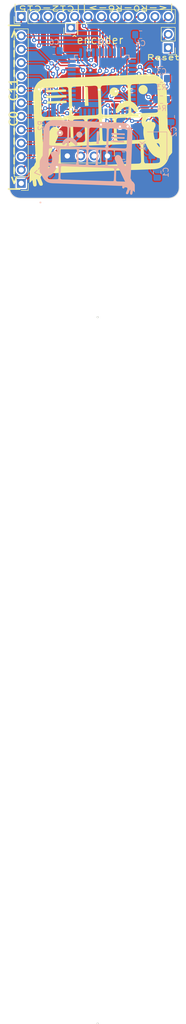
<source format=kicad_pcb>
(kicad_pcb (version 20221018) (generator pcbnew)
  (layers (0 "F.Cu" signal) (31 "B.Cu" signal) (34 "B.Paste" user) (35 "F.Paste" user) (36 "B.SilkS" user "B.Silkscreen") (37 "F.SilkS" user "F.Silkscreen") (38 "B.Mask" user) (39 "F.Mask" user) (44 "Edge.Cuts" user))
  (net 0 "")
  (net 1 "GND")
  (net 2 "VCC")
  (net 3 "/col0")
  (net 4 "/col1")
  (net 5 "/col2")
  (net 6 "/col3")
  (net 7 "/col4")
  (net 8 "/col5")
  (net 9 "/col6")
  (net 10 "/col7")
  (net 11 "/col8")
  (net 12 "/col9")
  (net 13 "/col10")
  (net 14 "/col11")
  (net 15 "/col12")
  (net 16 "/col13")
  (net 17 "/col14")
  (net 18 "/col15")
  (net 19 "/row0")
  (net 20 "/row1")
  (net 21 "/row2")
  (net 22 "/row3")
  (net 23 "/row4")
  (net 24 "/row5")
  (net 25 "/row6")
  (net 26 "Net-(C1-Pad1)")
  (net 27 "Net-(C2-Pad1)")
  (net 28 "Net-(R1-Pad1)")
  (net 29 "Net-(R2-Pad1)")
  (net 30 "Net-(R3-Pad1)")
  (net 31 "Net-(R4-Pad1)")
  (net 32 "Net-(USB1-Pad2)")
  (net 33 "Net-(USB1-Pad3)")
  (net 34 "Net-(C3-Pad1)")
  (net 35 "Net-(U1-Pad1)")
  (net 36 "Net-(U1-Pad7)")
  (net 37 "Net-(U1-Pad42)")
  (net 38 "Net-(U1-Pad43)")
  (net 39 "Net-(U1-Pad44)")
  (footprint "Connector_PinHeader_2.54mm:PinHeader_1x04_P2.54mm_Vertical" (layer "F.Cu") (at 141.998558 112.934804 -90)
    (fp_text reference "*" hide)
    (fp_text value "'")
  )
  (footprint "Connector_PinHeader_2.54mm:PinHeader_1x01_P2.54mm_Vertical" (layer "F.Cu") (at 135.048558 88.667304 90)
    (fp_text reference "*" hide)
    (fp_text value "'")
  )
  (footprint "Connector_PinHeader_2.54mm:PinHeader_1x02_P2.54mm_Vertical" (layer "F.Cu") (at 153.548558 92.437304 180)
    (fp_text reference "*" hide)
    (fp_text value "")
  )
  (footprint "Connector_PinHeader_2.54mm:PinHeader_1x12_P2.54mm_Vertical" (layer "F.Cu") (at 125.618558 86.524804 90)
    (fp_text reference "*" hide)
    (fp_text value "1" hide)
  )
  (footprint "Connector_PinHeader_2.54mm:PinHeader_1x12_P2.54mm_Vertical" (layer "F.Cu") (at 125.628558 118.124804 180)
    (fp_text reference "*" hide)
    (fp_text value "'")
  )
  (footprint "Capacitor_SMD:C_0805_2012Metric_Pad1.15x1.40mm_HandSolder" (layer "B.Cu") (at 130.293342 117.088916 -135)
    (fp_text reference "C7")
    (fp_text value "22pF")
  )
  (footprint "Capacitor_SMD:C_0805_2012Metric_Pad1.15x1.40mm_HandSolder" (layer "B.Cu") (at 151.448558 116.034804 90)
    (fp_text reference "C1")
    (fp_text value "22pF")
  )
  (footprint "Capacitor_SMD:C_0805_2012Metric_Pad1.15x1.40mm_HandSolder" (layer "B.Cu") (at 154.038558 105.5137 90)
    (fp_text reference "C2")
    (fp_text value "22pF")
  )
  (footprint "Capacitor_SMD:C_0805_2012Metric_Pad1.15x1.40mm_HandSolder" (layer "B.Cu") (at 148.3 89.96)
    (fp_text reference "C4")
    (fp_text value "22pF")
  )
  (footprint "Resistor_SMD:R_0805_2012Metric_Pad1.15x1.40mm_HandSolder" (layer "B.Cu") (at 130.998558 107.174804 -90)
    (fp_text reference "R2")
    (fp_text value "10k")
  )
  (footprint "Capacitor_SMD:C_0805_2012Metric_Pad1.15x1.40mm_HandSolder" (layer "B.Cu") (at 152.278558 95.264804)
    (fp_text reference "C3")
    (fp_text value "22pF")
  )
  (footprint "Resistor_SMD:R_0805_2012Metric_Pad1.15x1.40mm_HandSolder" (layer "B.Cu") (at 152.278558 102.264804)
    (fp_text reference "R4")
    (fp_text value "22")
  )
  (footprint "Package_QFP:TQFP-44_10x10mm_P0.8mm" (layer "B.Cu") (at 140.918558 99.004804 180)
    (fp_text reference "U1")
    (fp_text value "ATMEGA32U4")
  )
  (footprint "Capacitor_SMD:C_0805_2012Metric_Pad1.15x1.40mm_HandSolder" (layer "B.Cu") (at 145.048558 112.871054)
    (fp_text reference "C5")
    (fp_text value "22pF")
  )
  (footprint "Capacitor_SMD:C_0805_2012Metric_Pad1.15x1.40mm_HandSolder" (layer "B.Cu") (at 131.89 92.99 180)
    (fp_text reference "C6")
    (fp_text value "22pF")
  )
  (footprint "Resistor_SMD:R_0805_2012Metric_Pad1.15x1.40mm_HandSolder" (layer "B.Cu") (at 152.278558 98.264804)
    (fp_text reference "R3")
    (fp_text value "22")
  )
  (footprint "Crystal:Crystal_SMD_5032-4Pin_5.0x3.2mm" (layer "B.Cu") (at 151.448558 111.034804 -90)
    (fp_text reference "X1")
    (fp_text value "XTAL_GND")
  )
  (gr_poly (pts (xy 142.793905 109.994888) (xy 142.776454 109.995478) (xy 142.760957 109.996475) (xy 142.747295 109.997914) (xy 142.735348 109.999826) (xy 142.724998 110.002248) (xy 142.716126 110.005212) (xy 142.708614 110.008753) (xy 142.702341 110.012904) (xy 142.69719 110.017699) (xy 142.693041 110.023173) (xy 142.689776 110.029359) (xy 142.687276 110.036291) (xy 142.685421 110.044002) (xy 142.684094 110.052528) (xy 142.683175 110.061902) (xy 142.682086 110.083328) (xy 142.681205 110.108553) (xy 142.679579 110.137847) (xy 142.677842 110.166431) (xy 142.676602 110.193547) (xy 142.675858 110.218555) (xy 142.67561 110.240814) (xy 142.675858 110.259682) (xy 142.676168 110.267645) (xy 142.676602 110.27452) (xy 142.67716 110.280227) (xy 142.677842 110.284687) (xy 142.678648 110.287818) (xy 142.679098 110.28886) (xy 142.679579 110.289541) (xy 142.691977 110.292497) (xy 142.722546 110.29599) (xy 142.830171 110.304093) (xy 142.986413 110.312857) (xy 143.175231 110.32129) (xy 143.577398 110.338268) (xy 143.863148 110.351277) (xy 144.587665 110.378397) (xy 144.915859 110.389229) (xy 145.092578 110.393611) (xy 145.186065 110.393611) (xy 145.186065 110.273666) (xy 145.185915 110.239473) (xy 145.185196 110.20947) (xy 145.183507 110.183385) (xy 145.180442 110.160943) (xy 145.178269 110.151002) (xy 145.1756 110.14187) (xy 145.172387 110.133511) (xy 145.168577 110.125892) (xy 145.164122 110.118979) (xy 145.158971 110.112736) (xy 145.153072 110.107131) (xy 145.146377 110.102128) (xy 145.138834 110.097694) (xy 145.130394 110.093794) (xy 145.121005 110.090393) (xy 145.110617 110.087459) (xy 145.09918 110.084956) (xy 145.086644 110.08285) (xy 145.058073 110.079694) (xy 145.024498 110.077715) (xy 144.985519 110.076641) (xy 144.889731 110.076111) (xy 144.770476 110.074595) (xy 144.623605 110.070599) (xy 144.467804 110.064949) (xy 144.321759 110.058472) (xy 143.718068 110.028706) (xy 143.148773 110.005555) (xy 142.980735 109.999302) (xy 142.914617 109.996854) (xy 142.859164 109.99522) (xy 142.813427 109.994671)) (fill solid) (layer "B.SilkS"))
  (gr_poly (pts (xy 143.12113 108.582896) (xy 143.020009 108.58386) (xy 142.760717 108.585624) (xy 142.74837 108.726736) (xy 142.744787 108.781829) (xy 142.742197 108.827497) (xy 142.741377 108.845298) (xy 142.740929 108.858944) (xy 142.740894 108.867836) (xy 142.741045 108.870312) (xy 142.741314 108.871375) (xy 142.824217 108.877245) (xy 143.061901 108.889234) (xy 143.951343 108.929583) (xy 144.122164 108.936446) (xy 144.333665 108.943473) (xy 144.771551 108.956041) (xy 144.957917 108.961277) (xy 145.114186 108.966183) (xy 145.223492 108.970428) (xy 145.255263 108.972199) (xy 145.268967 108.97368) (xy 145.270275 108.974114) (xy 145.27155 108.974426) (xy 145.272794 108.974615) (xy 145.274004 108.974683) (xy 145.275181 108.97463) (xy 145.276324 108.974459) (xy 145.277431 108.974169) (xy 145.278503 108.973763) (xy 145.279539 108.97324) (xy 145.280539 108.972601) (xy 145.2815 108.971848) (xy 145.282424 108.970982) (xy 145.283309 108.970004) (xy 145.284154 108.968914) (xy 145.285724 108.966404) (xy 145.287129 108.963459) (xy 145.288363 108.960089) (xy 145.289422 108.956299) (xy 145.2903 108.952099) (xy 145.290991 108.947496) (xy 145.291492 108.942498) (xy 145.291796 108.937112) (xy 145.291898 108.931346) (xy 145.292136 108.920026) (xy 145.292808 108.906266) (xy 145.293851 108.890605) (xy 145.295205 108.873579) (xy 145.298595 108.837585) (xy 145.302481 108.802583) (xy 145.307211 108.759905) (xy 145.307345 108.742478) (xy 145.305265 108.727397) (xy 145.303224 108.720675) (xy 145.300425 108.714466) (xy 145.2968 108.708745) (xy 145.29228 108.703488) (xy 145.286798 108.69867) (xy 145.280286 108.694267) (xy 145.272675 108.690254) (xy 145.263896 108.686607) (xy 145.242566 108.680311) (xy 145.215751 108.675183) (xy 145.182905 108.671026) (xy 145.143483 108.667645) (xy 145.042732 108.662422) (xy 144.909134 108.657943) (xy 144.57157 108.644494) (xy 144.251203 108.629722) (xy 143.937672 108.614949) (xy 143.616203 108.601499) (xy 143.488983 108.597282) (xy 143.384252 108.5929) (xy 143.343628 108.590802) (xy 143.312594 108.588849) (xy 143.292475 108.587102) (xy 143.286921 108.586326) (xy 143.284593 108.585624) (xy 143.282609 108.585004) (xy 143.278071 108.584463) (xy 143.261855 108.583612) (xy 143.204556 108.582758)) (fill solid) (layer "B.SilkS"))
  (gr_poly (pts (xy 129.134676 121.894166) (xy 129.416898 121.894166) (xy 129.416898 121.611944) (xy 129.134676 121.611944)) (fill solid) (layer "B.SilkS"))
  (gr_poly (pts (xy 140.149941 108.244973) (xy 140.13269 108.245583) (xy 140.116486 108.246589) (xy 140.10132 108.247992) (xy 140.087185 108.249796) (xy 140.074074 108.252003) (xy 140.061978 108.254616) (xy 140.050889 108.257637) (xy 140.040801 108.261068) (xy 140.023237 108.267225) (xy 140.016035 108.270374) (xy 140.009767 108.273939) (xy 140.004347 108.278197) (xy 139.999687 108.283424) (xy 139.995698 108.289896) (xy 139.992294 108.29789) (xy 139.989385 108.307682) (xy 139.986885 108.319549) (xy 139.984705 108.333768) (xy 139.982758 108.350614) (xy 139.979209 108.393295) (xy 139.975537 108.449805) (xy 139.962308 108.762674) (xy 139.938495 109.60868) (xy 139.925928 109.958151) (xy 139.912037 110.303652) (xy 139.905147 110.437046) (xy 139.900572 110.546628) (xy 139.899256 110.588975) (xy 139.898642 110.621152) (xy 139.898773 110.641754) (xy 139.899131 110.647275) (xy 139.89969 110.649375) (xy 139.905067 110.650274) (xy 139.91923 110.651607) (xy 139.970025 110.655327) (xy 140.134287 110.665249) (xy 140.36712 110.677596) (xy 140.377703 110.425361) (xy 140.390712 110.031793) (xy 140.40769 109.441111) (xy 140.435912 108.504485) (xy 140.437397 108.464019) (xy 140.438447 108.428393) (xy 140.438919 108.397278) (xy 140.438668 108.370347) (xy 140.438226 108.358347) (xy 140.437548 108.34727) (xy 140.436618 108.337075) (xy 140.435416 108.327721) (xy 140.433924 108.319166) (xy 140.432126 108.31137) (xy 140.430001 108.304291) (xy 140.427533 108.29789) (xy 140.424704 108.292124) (xy 140.421494 108.286952) (xy 140.417887 108.282334) (xy 140.413863 108.278229) (xy 140.409406 108.274595) (xy 140.404496 108.271391) (xy 140.399116 108.268578) (xy 140.393248 108.266112) (xy 140.386873 108.263955) (xy 140.379974 108.262063) (xy 140.372532 108.260397) (xy 140.364529 108.258916) (xy 140.34677 108.256342) (xy 140.32655 108.254014) (xy 140.275856 108.249469) (xy 140.252164 108.247762) (xy 140.229564 108.246434) (xy 140.20805 108.245489) (xy 140.187613 108.244928) (xy 140.168246 108.244756)) (fill solid) (layer "B.SilkS"))
  (gr_poly (pts (xy 142.786879 109.285671) (xy 142.760662 109.286522) (xy 142.740875 109.287859) (xy 142.727169 109.289675) (xy 142.722489 109.290759) (xy 142.7192 109.29196) (xy 142.717258 109.293277) (xy 142.71662 109.294708) (xy 142.713313 109.346963) (xy 142.706037 109.453458) (xy 142.695454 109.599861) (xy 142.845384 109.599861) (xy 142.937161 109.602011) (xy 143.075572 109.607798) (xy 143.241763 109.616232) (xy 143.416884 109.626319) (xy 143.924112 109.649911) (xy 144.52196 109.669534) (xy 145.023236 109.679897) (xy 145.179161 109.679952) (xy 145.223208 109.678409) (xy 145.240745 109.675708) (xy 145.242418 109.673343) (xy 145.244125 109.669606) (xy 145.245857 109.664573) (xy 145.247608 109.658317) (xy 145.251132 109.642438) (xy 145.254636 109.622571) (xy 145.258057 109.599313) (xy 145.261333 109.573265) (xy 145.264403 109.545025) (xy 145.267203 109.515194) (xy 145.279551 109.370555) (xy 145.103162 109.370555) (xy 145.002179 109.369012) (xy 144.85754 109.364822) (xy 144.688427 109.358649) (xy 144.514023 109.351152) (xy 143.598565 109.310582) (xy 143.369238 109.301146) (xy 143.179476 109.293964) (xy 143.026507 109.288972) (xy 142.907561 109.286109) (xy 142.859982 109.285456) (xy 142.81987 109.285313)) (fill solid) (layer "B.SilkS"))
  (gr_poly (pts (xy 131.824606 106.114416) (xy 131.436551 106.119708) (xy 131.268981 106.186736) (xy 131.194691 106.217666) (xy 131.123791 106.249054) (xy 131.056033 106.281067) (xy 130.991169 106.313873) (xy 130.92895 106.347641) (xy 130.86913 106.382538) (xy 130.811459 106.418731) (xy 130.75569 106.45639) (xy 130.701574 106.495682) (xy 130.648864 106.536774) (xy 130.597312 106.579836) (xy 130.546669 106.625034) (xy 130.496687 106.672538) (xy 130.447119 106.722513) (xy 130.397717 106.77513) (xy 130.348232 106.830555) (xy 130.324615 106.858767) (xy 130.300523 106.88857) (xy 130.276638 106.919077) (xy 130.253642 106.949397) (xy 130.232217 106.978643) (xy 130.213045 107.005924) (xy 130.196808 107.030353) (xy 130.190004 107.041221) (xy 130.184189 107.051041) (xy 130.132375 107.144086) (xy 130.076592 107.245069) (xy 130.059756 107.277279) (xy 130.04303 107.312252) (xy 130.026478 107.349772) (xy 130.01017 107.389625) (xy 129.978551 107.475473) (xy 129.94871 107.568081) (xy 129.921184 107.665732) (xy 129.89651 107.766712) (xy 129.875227 107.869303) (xy 129.857871 107.971792) (xy 129.847477 108.049199) (xy 129.83855 108.135309) (xy 129.83074 108.23717) (xy 129.823695 108.361831) (xy 129.810493 108.707746) (xy 129.796134 109.229444) (xy 129.77607 109.987034) (xy 129.768104 110.249909) (xy 129.762619 110.384791) (xy 129.7581 110.47147) (xy 129.752919 110.603293) (xy 129.747738 110.762566) (xy 129.743218 110.931597) (xy 129.716759 111.98993) (xy 129.709538 112.252832) (xy 129.70397 112.487126) (xy 129.700387 112.66685) (xy 129.69912 112.766041) (xy 129.698823 112.806204) (xy 129.698306 112.823115) (xy 129.697411 112.838305) (xy 129.696041 112.852069) (xy 129.694097 112.864702) (xy 129.691481 112.876497) (xy 129.689891 112.882173) (xy 129.688095 112.887749) (xy 129.686083 112.893264) (xy 129.683842 112.898754) (xy 129.678621 112.909805) (xy 129.672337 112.921197) (xy 129.664889 112.933225) (xy 129.656181 112.946183) (xy 129.646114 112.960366) (xy 129.621509 112.993583) (xy 129.58921 113.038053) (xy 129.556596 113.08525) (xy 129.491146 113.186508) (xy 129.426606 113.294712) (xy 129.364422 113.407215) (xy 129.306041 113.521371) (xy 129.252911 113.634536) (xy 129.206478 113.744062) (xy 129.186225 113.796635) (xy 129.168189 113.847305) (xy 129.157633 113.88249) (xy 129.149558 113.926377) (xy 129.143633 113.989653) (xy 129.139526 114.083005) (xy 129.135447 114.402682) (xy 129.134676 114.970903) (xy 129.134676 115.99925) (xy 129.203467 116.101555) (xy 129.211346 116.112987) (xy 129.220358 116.125381) (xy 129.241363 116.152598) (xy 129.265634 116.182294) (xy 129.292323 116.213562) (xy 129.320583 116.245491) (xy 129.349567 116.277173) (xy 129.378426 116.307696) (xy 129.406314 116.336153) (xy 129.420028 116.349368) (xy 129.433344 116.362498) (xy 129.446195 116.375457) (xy 129.458514 116.38816) (xy 129.470234 116.400522) (xy 129.481286 116.412458) (xy 129.491605 116.423883) (xy 129.501123 116.43471) (xy 129.509773 116.444855) (xy 129.517488 116.454233) (xy 129.5242 116.462758) (xy 129.529842 116.470346) (xy 129.534347 116.47691) (xy 129.537649 116.482365) (xy 129.539679 116.486627) (xy 129.540196 116.488284) (xy 129.54037 116.48961) (xy 129.541814 116.499126) (xy 129.545965 116.516455) (xy 129.552555 116.540646) (xy 129.561316 116.570749) (xy 129.584274 116.644888) (xy 129.612689 116.731263) (xy 129.641115 116.81132) (xy 129.672748 116.890006) (xy 129.707486 116.967194) (xy 129.745229 117.042755) (xy 129.785877 117.116558) (xy 129.829328 117.188476) (xy 129.875481 117.258377) (xy 129.924237 117.326135) (xy 129.975493 117.391618) (xy 130.02915 117.454699) (xy 130.085107 117.515248) (xy 130.143262 117.573135) (xy 130.203515 117.628232) (xy 130.265766 117.680408) (xy 130.329913 117.729537) (xy 130.395856 117.775486) (xy 130.469219 117.822722) (xy 130.503869 117.84378) (xy 130.537601 117.863322) (xy 130.570744 117.881489) (xy 130.603626 117.898424) (xy 130.636576 117.914269) (xy 130.66992 117.929165) (xy 130.703988 117.943255) (xy 130.739108 117.956681) (xy 130.775608 117.969585) (xy 130.813815 117.982109) (xy 130.896666 118.006586) (xy 130.990286 118.03125) (xy 131.083211 118.052998) (xy 131.177727 118.070965) (xy 131.27923 118.085665) (xy 131.393115 118.097616) (xy 131.524776 118.107334) (xy 131.679609 118.115337) (xy 131.863009 118.122142) (xy 132.08037 118.128264) (xy 132.275555 118.13339) (xy 132.486946 118.14017) (xy 132.856481 118.154722) (xy 133.293705 118.1717) (xy 133.861897 118.189999) (xy 134.142962 118.197744) (xy 134.419727 118.206977) (xy 134.660112 118.216541) (xy 134.832037 118.225277) (xy 135.394718 118.251736) (xy 136.825231 118.304652) (xy 138.263683 118.356908) (xy 138.977176 118.384027) (xy 139.806204 118.419305) (xy 140.283556 118.440031) (xy 140.899815 118.463403) (xy 141.55995 118.489199) (xy 142.143356 118.516319) (xy 142.654223 118.540352) (xy 143.139954 118.560417) (xy 143.597021 118.578276) (xy 144.039537 118.597458) (xy 144.221135 118.604348) (xy 144.395622 118.608923) (xy 144.54332 118.610852) (xy 144.600974 118.610721) (xy 144.644551 118.609805) (xy 144.817412 118.604513) (xy 144.806829 118.772082) (xy 144.804842 118.808218) (xy 144.803587 118.84074) (xy 144.803174 118.869917) (xy 144.803318 118.883337) (xy 144.803714 118.896023) (xy 144.804377 118.908009) (xy 144.805319 118.919328) (xy 144.806556 118.930015) (xy 144.8081 118.940103) (xy 144.809966 118.949627) (xy 144.812167 118.95862) (xy 144.814718 118.967117) (xy 144.817632 118.97515) (xy 144.820924 118.982755) (xy 144.824607 118.989965) (xy 144.828694 118.996813) (xy 144.833201 119.003335) (xy 144.83814 119.009563) (xy 144.843526 119.015531) (xy 144.849373 119.021275) (xy 144.855694 119.026827) (xy 144.862503 119.032221) (xy 144.869815 119.037491) (xy 144.877642 119.042672) (xy 144.886 119.047797) (xy 144.904361 119.058014) (xy 144.925009 119.068416) (xy 144.952177 119.081755) (xy 144.96365 119.08705) (xy 144.974012 119.091457) (xy 144.983485 119.094995) (xy 144.992292 119.097686) (xy 144.996514 119.09872) (xy 145.000654 119.099549) (xy 145.004738 119.100178) (xy 145.008794 119.100607) (xy 145.01285 119.10084) (xy 145.016934 119.100879) (xy 145.021073 119.100727) (xy 145.025296 119.100387) (xy 145.034102 119.09915) (xy 145.043575 119.097189) (xy 145.053937 119.094526) (xy 145.06541 119.091181) (xy 145.092578 119.082527) (xy 145.113117 119.075299) (xy 145.131787 119.068113) (xy 145.148664 119.060885) (xy 145.163823 119.053533) (xy 145.170782 119.049785) (xy 145.177339 119.045975) (xy 145.183504 119.042092) (xy 145.189286 119.038127) (xy 145.194695 119.034069) (xy 145.199739 119.029907) (xy 145.20443 119.025632) (xy 145.208775 119.021232) (xy 145.212784 119.016699) (xy 145.216466 119.01202) (xy 145.219832 119.007187) (xy 145.222889 119.002188) (xy 145.225648 118.997013) (xy 145.228119 118.991653) (xy 145.230309 118.986096) (xy 145.232229 118.980332) (xy 145.233888 118.974351) (xy 145.235296 118.968143) (xy 145.236461 118.961698) (xy 145.237393 118.955004) (xy 145.238597 118.940831) (xy 145.238981 118.925541) (xy 145.23903 118.914307) (xy 145.239205 118.904374) (xy 145.239551 118.895682) (xy 145.240111 118.888168) (xy 145.240486 118.884834) (xy 145.24093 118.881771) (xy 145.24145 118.878971) (xy 145.242051 118.876427) (xy 145.242738 118.874132) (xy 145.243518 118.872076) (xy 145.244395 118.870253) (xy 145.245375 118.868655) (xy 145.246464 118.867274) (xy 145.247667 118.866103) (xy 145.248989 118.865132) (xy 145.250436 118.864356) (xy 145.252014 118.863766) (xy 145.253728 118.863354) (xy 145.255583 118.863112) (xy 145.257585 118.863033) (xy 145.259739 118.86311) (xy 145.262052 118.863333) (xy 145.264528 118.863696) (xy 145.267172 118.864191) (xy 145.272991 118.865545) (xy 145.279551 118.867334) (xy 145.302857 118.872198) (xy 145.345283 118.878468) (xy 145.465421 118.892909) (xy 145.59581 118.906028) (xy 145.651053 118.910645) (xy 145.692301 118.913194) (xy 145.693354 118.913353) (xy 145.694527 118.913825) (xy 145.69721 118.915678) (xy 145.700312 118.918694) (xy 145.703794 118.922813) (xy 145.707616 118.927975) (xy 145.711741 118.934123) (xy 145.71613 118.941195) (xy 145.720743 118.949133) (xy 145.73049 118.967368) (xy 145.74067 118.988352) (xy 145.750974 119.01161) (xy 145.761092 119.036667) (xy 145.808717 119.160139) (xy 145.706412 119.42825) (xy 145.622407 119.647413) (xy 145.587597 119.736324) (xy 145.563537 119.795138) (xy 145.552085 119.823299) (xy 145.542201 119.850267) (xy 145.533884 119.876087) (xy 145.527129 119.900807) (xy 145.521935 119.924472) (xy 145.518299 119.94713) (xy 145.517065 119.958095) (xy 145.516219 119.968826) (xy 145.515761 119.979328) (xy 145.515691 119.989608) (xy 145.516009 119.99967) (xy 145.516714 120.009521) (xy 145.517806 120.019167) (xy 145.519285 120.028613) (xy 145.521149 120.037865) (xy 145.5234 120.04693) (xy 145.526037 120.055812) (xy 145.529058 120.064518) (xy 145.532465 120.073053) (xy 145.536256 120.081424) (xy 145.540432 120.089636) (xy 145.544992 120.097694) (xy 145.549935 120.105605) (xy 145.555262 120.113375) (xy 145.560972 120.121009) (xy 145.567065 120.128514) (xy 145.574665 120.137558) (xy 145.58173 120.14555) (xy 145.58847 120.152555) (xy 145.595094 120.158637) (xy 145.601811 120.163862) (xy 145.60883 120.168294) (xy 145.61636 120.171997) (xy 145.624612 120.175036) (xy 145.633793 120.177475) (xy 145.644114 120.17938) (xy 145.655784 120.180814) (xy 145.669012 120.181843) (xy 145.684007 120.182531) (xy 145.700979 120.182942) (xy 145.74169 120.183194) (xy 145.763242 120.183142) (xy 145.782397 120.182949) (xy 145.799361 120.182554) (xy 145.81434 120.181898) (xy 145.82115 120.181454) (xy 145.827541 120.180922) (xy 145.83354 120.180295) (xy 145.839172 120.179566) (xy 145.844463 120.178727) (xy 145.849438 120.177771) (xy 145.854125 120.17669) (xy 145.858547 120.175477) (xy 145.862732 120.174124) (xy 145.866705 120.172624) (xy 145.870492 120.17097) (xy 145.874119 120.169155) (xy 145.877612 120.16717) (xy 145.880996 120.165008) (xy 145.884297 120.162662) (xy 145.887541 120.160125) (xy 145.890755 120.157389) (xy 145.893963 120.154446) (xy 145.897192 120.15129) (xy 145.900467 120.147912) (xy 145.907261 120.140463) (xy 145.914551 120.13204) (xy 145.925268 120.116379) (xy 145.939769 120.091416) (xy 145.95737 120.058433) (xy 145.977389 120.018711) (xy 145.999145 119.973532) (xy 146.021955 119.924178) (xy 146.045137 119.87193) (xy 146.068009 119.818069) (xy 146.113378 119.711536) (xy 146.154137 119.618336) (xy 146.190141 119.538738) (xy 146.206315 119.504123) (xy 146.221247 119.473009) (xy 146.234918 119.445429) (xy 146.247309 119.421418) (xy 146.258404 119.401009) (xy 146.268183 119.384236) (xy 146.276629 119.371131) (xy 146.283724 119.361729) (xy 146.286759 119.358427) (xy 146.289449 119.356063) (xy 146.291793 119.354642) (xy 146.293787 119.354167) (xy 146.295541 119.354288) (xy 146.297487 119.354642) (xy 146.299608 119.355213) (xy 146.30189 119.355986) (xy 146.304316 119.356944) (xy 146.306871 119.358073) (xy 146.30954 119.359357) (xy 146.312308 119.360781) (xy 146.318075 119.363985) (xy 146.324049 119.367561) (xy 146.330105 119.371385) (xy 146.33612 119.375334) (xy 146.34046 119.379396) (xy 146.344213 119.383853) (xy 146.347371 119.389019) (xy 146.349928 119.395205) (xy 146.351875 119.402724) (xy 146.353204 119.411889) (xy 146.353909 119.423013) (xy 146.35398 119.436408) (xy 146.352192 119.471261) (xy 146.347778 119.518952) (xy 146.340678 119.58198) (xy 146.330828 119.662846) (xy 146.323388 119.725119) (xy 146.316941 119.78185) (xy 146.311492 119.833367) (xy 146.307044 119.879998) (xy 146.303597 119.922071) (xy 146.301156 119.959914) (xy 146.299722 119.993855) (xy 146.299299 120.024223) (xy 146.299889 120.051346) (xy 146.301494 120.075552) (xy 146.304117 120.097169) (xy 146.305811 120.107109) (xy 146.30776 120.116524) (xy 146.309966 120.125457) (xy 146.312427 120.133947) (xy 146.315145 120.142037) (xy 146.31812 120.149766) (xy 146.321351 120.157176) (xy 146.324841 120.164308) (xy 146.332592 120.177902) (xy 146.340154 120.189942) (xy 146.347689 120.200967) (xy 146.355296 120.211036) (xy 146.363075 120.220208) (xy 146.371122 120.228543) (xy 146.379535 120.236101) (xy 146.388414 120.24294) (xy 146.397856 120.24912) (xy 146.40796 120.2547) (xy 146.418823 120.259741) (xy 146.430544 120.264301) (xy 146.443221 120.26844) (xy 146.456953 120.272217) (xy 146.471836 120.275691) (xy 146.487971 120.278923) (xy 146.505454 120.281971) (xy 146.514361 120.283259) (xy 146.52322 120.284148) (xy 146.532022 120.284644) (xy 146.540759 120.284752) (xy 146.549424 120.284475) (xy 146.558008 120.28382) (xy 146.566505 120.282791) (xy 146.574907 120.281393) (xy 146.583205 120.27963) (xy 146.591391 120.277508) (xy 146.599459 120.275031) (xy 146.607401 120.272205) (xy 146.615208 120.269033) (xy 146.622873 120.265522) (xy 146.630388 120.261675) (xy 146.637745 120.257498) (xy 146.644937 120.252995) (xy 146.651956 120.248172) (xy 146.658794 120.243032) (xy 146.665444 120.237582) (xy 146.671897 120.231825) (xy 146.678146 120.225767) (xy 146.684183 120.219413) (xy 146.69 120.212767) (xy 146.695591 120.205834) (xy 146.700945 120.198619) (xy 146.706058 120.191127) (xy 146.710919 120.183362) (xy 146.715522 120.175331) (xy 146.719859 120.167036) (xy 146.723922 120.158484) (xy 146.727704 120.149679) (xy 146.733615 120.129743) (xy 146.740602 120.099988) (xy 146.748415 120.061841) (xy 146.756808 120.016727) (xy 146.774336 119.911307) (xy 146.791204 119.795138) (xy 146.798528 119.737467) (xy 146.805811 119.683021) (xy 146.812846 119.633039) (xy 146.819426 119.588763) (xy 146.825344 119.551432) (xy 146.830395 119.522287) (xy 146.834371 119.502567) (xy 146.835891 119.496629) (xy 146.837065 119.493513) (xy 146.837632 119.492779) (xy 146.83834 119.492228) (xy 146.839184 119.491856) (xy 146.840158 119.49166) (xy 146.84126 119.491638) (xy 146.842483 119.491785) (xy 146.843824 119.492099) (xy 146.845278 119.492577) (xy 146.848507 119.494009) (xy 146.852134 119.496056) (xy 146.856122 119.498693) (xy 146.860436 119.501892) (xy 146.86504 119.505629) (xy 146.869896 119.509878) (xy 146.87497 119.514612) (xy 146.880225 119.519807) (xy 146.885624 119.525435) (xy 146.891132 119.531472) (xy 146.896712 119.537891) (xy 146.902329 119.544667) (xy 146.923182 119.569221) (xy 146.943394 119.592602) (xy 146.962945 119.614795) (xy 146.981814 119.635783) (xy 146.99998 119.655552) (xy 147.017422 119.674086) (xy 147.034121 119.691369) (xy 147.050054 119.707386) (xy 147.065202 119.722121) (xy 147.079544 119.73556) (xy 147.093059 119.747685) (xy 147.105727 119.758483) (xy 147.117526 119.767937) (xy 147.128437 119.776032) (xy 147.138438 119.782752) (xy 147.147509 119.788083) (xy 147.196898 119.814541) (xy 147.196898 119.066653) (xy 147.196757 118.826313) (xy 147.196514 118.72822) (xy 147.196099 118.643457) (xy 147.195466 118.570983) (xy 147.195055 118.539029) (xy 147.194573 118.509756) (xy 147.194014 118.483035) (xy 147.193374 118.458736) (xy 147.192647 118.436727) (xy 147.191827 118.41688) (xy 147.190909 118.399063) (xy 147.189887 118.383148) (xy 147.188756 118.369002) (xy 147.18751 118.356498) (xy 147.186144 118.345503) (xy 147.184653 118.335889) (xy 147.18303 118.327524) (xy 147.181271 118.320279) (xy 147.17937 118.314024) (xy 147.177321 118.308628) (xy 147.175119 118.303962) (xy 147.172758 118.299894) (xy 147.170234 118.296296) (xy 147.167539 118.293036) (xy 147.16467 118.289985) (xy 147.16162 118.287013) (xy 147.157925 118.283404) (xy 147.154137 118.279224) (xy 147.150288 118.274522) (xy 147.146407 118.269347) (xy 147.142526 118.263749) (xy 147.138676 118.257775) (xy 147.134888 118.251476) (xy 147.131193 118.244901) (xy 147.127622 118.238098) (xy 147.124206 118.231117) (xy 147.120977 118.224007) (xy 147.117964 118.216817) (xy 147.115199 118.209595) (xy 147.112714 118.202392) (xy 147.110538 118.195256) (xy 147.108704 118.188237) (xy 147.101086 118.164127) (xy 147.091499 118.139471) (xy 147.08 118.114346) (xy 147.066646 118.088825) (xy 147.051493 118.062983) (xy 147.0346 118.036897) (xy 147.016021 118.010639) (xy 146.995815 117.984286) (xy 146.974037 117.957913) (xy 146.950746 117.931594) (xy 146.925997 117.905404) (xy 146.899848 117.879418) (xy 146.872355 117.853711) (xy 146.843576 117.828358) (xy 146.816019 117.805472) (xy 145.346579 117.805472) (xy 145.191356 117.796652) (xy 145.082712 117.791085) (xy 144.90296 117.785187) (xy 144.429356 117.773723) (xy 144.240434 117.76943) (xy 144.162326 117.767452) (xy 144.094052 117.765509) (xy 144.034811 117.763546) (xy 143.983802 117.761506) (xy 143.940224 117.759331) (xy 143.903276 117.756965) (xy 143.872158 117.754351) (xy 143.846067 117.751432) (xy 143.834657 117.749841) (xy 143.824204 117.748152) (xy 143.814607 117.746358) (xy 143.805766 117.744453) (xy 143.797582 117.742428) (xy 143.789954 117.740278) (xy 143.782782 117.737995) (xy 143.775966 117.735571) (xy 143.763001 117.730275) (xy 143.750259 117.724333) (xy 143.728098 117.71257) (xy 143.708487 117.700755) (xy 143.69129 117.688382) (xy 143.676369 117.674944) (xy 143.663587 117.659936) (xy 143.652808 117.64285) (xy 143.643894 117.62318) (xy 143.636709 117.60042) (xy 143.631115 117.574063) (xy 143.626976 117.543603) (xy 143.624155 117.508534) (xy 143.622515 117.468349) (xy 143.621918 117.422541) (xy 143.622229 117.370604) (xy 143.625023 117.246319) (xy 143.653245 116.214444) (xy 143.658709 115.98797) (xy 143.661175 115.894874) (xy 143.663553 115.813876) (xy 143.66591 115.743978) (xy 143.668314 115.684182) (xy 143.670831 115.633492) (xy 143.672161 115.612517) (xy 143.288782 115.612517) (xy 143.28699 115.7657) (xy 143.281065 115.967499) (xy 143.245787 116.955278) (xy 143.238883 117.143314) (xy 143.23557 117.222141) (xy 143.232227 117.291767) (xy 143.228759 117.352887) (xy 143.225075 117.406195) (xy 143.22108 117.452388) (xy 143.216683 117.492161) (xy 143.214304 117.509856) (xy 143.211789 117.526207) (xy 143.209127 117.541301) (xy 143.206306 117.555223) (xy 143.203315 117.568062) (xy 143.200141 117.579903) (xy 143.196774 117.590835) (xy 143.193201 117.600943) (xy 143.189411 117.610314) (xy 143.185393 117.619037) (xy 143.181134 117.627196) (xy 143.176623 117.63488) (xy 143.171849 117.642175) (xy 143.166799 117.649168) (xy 143.161463 117.655946) (xy 143.155829 117.662596) (xy 143.118787 117.70493) (xy 142.67605 117.703167) (xy 142.309906 117.699254) (xy 141.845038 117.687733) (xy 141.283267 117.668936) (xy 140.626412 117.643194) (xy 139.692653 117.608137) (xy 138.315717 117.56382) (xy 137.51425 117.537361) (xy 136.851689 117.510902) (xy 136.281733 117.48753) (xy 135.705162 117.466806) (xy 135.468911 117.459695) (xy 135.257134 117.452253) (xy 135.092982 117.445473) (xy 134.999606 117.440347) (xy 134.889446 117.435193) (xy 134.681886 117.42822) (xy 134.092967 117.412124) (xy 133.848183 117.406664) (xy 133.658692 117.401844) (xy 133.582118 117.399513) (xy 133.516289 117.397148) (xy 133.460181 117.394686) (xy 133.412768 117.39206) (xy 133.373023 117.389207) (xy 133.339921 117.386062) (xy 133.312437 117.382561) (xy 133.30048 117.380656) (xy 133.289544 117.378638) (xy 133.279498 117.376499) (xy 133.270216 117.37423) (xy 133.261569 117.371823) (xy 133.253429 117.369271) (xy 133.238155 117.363698) (xy 133.22337 117.357444) (xy 133.201979 117.347797) (xy 133.182715 117.337894) (xy 133.165471 117.32752) (xy 133.150141 117.316462) (xy 133.136621 117.304504) (xy 133.130505 117.298121) (xy 133.124802 117.291433) (xy 133.119499 117.284413) (xy 133.114581 117.277034) (xy 133.110036 117.269269) (xy 133.105851 117.261092) (xy 133.098505 117.243393) (xy 133.092439 117.223723) (xy 133.087546 117.201867) (xy 133.083719 117.177611) (xy 133.080854 117.150739) (xy 133.078845 117.121039) (xy 133.077584 117.088294) (xy 133.076967 117.052292) (xy 133.083775 116.812265) (xy 133.101 116.374296) (xy 133.147524 115.358958) (xy 133.150732 115.304681) (xy 133.154424 115.254231) (xy 133.158627 115.207506) (xy 133.16337 115.164407) (xy 133.168682 115.124831) (xy 133.1708 115.111876) (xy 132.756436 115.111876) (xy 132.755781 115.180609) (xy 132.754176 115.269) (xy 132.750345 115.394924) (xy 132.744695 115.528952) (xy 132.738052 115.654712) (xy 132.731244 115.755833) (xy 132.724133 115.879581) (xy 132.716692 116.067159) (xy 132.709913 116.293102) (xy 132.704787 116.531944) (xy 132.702492 116.648588) (xy 132.69966 116.759982) (xy 132.696415 116.86352) (xy 132.69288 116.9566) (xy 132.68918 117.036615) (xy 132.685439 117.100963) (xy 132.68178 117.147037) (xy 132.68002 117.162408) (xy 132.678328 117.172235) (xy 132.676121 117.179377) (xy 132.673491 117.186873) (xy 132.670468 117.194664) (xy 132.667083 117.20269) (xy 132.663368 117.210892) (xy 132.659352 117.219209) (xy 132.655068 117.227584) (xy 132.650547 117.235956) (xy 132.645818 117.244266) (xy 132.640914 117.252455) (xy 132.635865 117.260462) (xy 132.630703 117.26823) (xy 132.625458 117.275697) (xy 132.620161 117.282806) (xy 132.614844 117.289496) (xy 132.609537 117.295707) (xy 132.558383 117.352153) (xy 131.935732 117.346859) (xy 131.758235 117.345325) (xy 131.59939 117.343263) (xy 131.45809 117.340519) (xy 131.333226 117.336938) (xy 131.223688 117.332365) (xy 131.174321 117.329658) (xy 131.12837 117.326645) (xy 131.085696 117.323306) (xy 131.046161 117.319622) (xy 131.009627 117.315574) (xy 130.975955 117.311142) (xy 130.945006 117.306307) (xy 130.916642 117.301049) (xy 130.890724 117.29535) (xy 130.867114 117.28919) (xy 130.845673 117.282548) (xy 130.826263 117.275407) (xy 130.808744 117.267747) (xy 130.792979 117.259548) (xy 130.778829 117.250791) (xy 130.766155 117.241456) (xy 130.754819 117.231524) (xy 130.744682 117.220976) (xy 130.735606 117.209793) (xy 130.727452 117.197954) (xy 130.720082 117.185441) (xy 130.713356 117.172235) (xy 130.707094 117.157515) (xy 130.701543 117.141212) (xy 130.69671 117.123436) (xy 130.692603 117.104298) (xy 130.68923 117.083909) (xy 130.686598 117.062382) (xy 130.684716 117.039825) (xy 130.683591 117.016352) (xy 130.68323 116.992072) (xy 130.683642 116.967097) (xy 130.684835 116.941539) (xy 130.686815 116.915507) (xy 130.689592 116.889114) (xy 130.693171 116.86247) (xy 130.697563 116.835686) (xy 130.702773 116.808874) (xy 130.706276 116.793211) (xy 130.709553 116.779233) (xy 130.712664 116.766846) (xy 130.715671 116.755958) (xy 130.717156 116.751046) (xy 130.718638 116.746475) (xy 130.720125 116.742232) (xy 130.721624 116.738305) (xy 130.723145 116.734683) (xy 130.724694 116.731354) (xy 130.726279 116.728308) (xy 130.727908 116.725531) (xy 130.729589 116.723012) (xy 130.731329 116.72074) (xy 130.733137 116.718703) (xy 130.735019 116.71689) (xy 130.736984 116.715289) (xy 130.73904 116.713888) (xy 130.741193 116.712675) (xy 130.743453 116.71164) (xy 130.745826 116.71077) (xy 130.748321 116.710053) (xy 130.750945 116.709479) (xy 130.753706 116.709035) (xy 130.756611 116.70871) (xy 130.759669 116.708493) (xy 130.766274 116.708333) (xy 130.780426 116.707523) (xy 130.797551 116.70516) (xy 130.817359 116.701345) (xy 130.839557 116.696178) (xy 130.889956 116.682195) (xy 130.94641 116.664015) (xy 131.006586 116.642445) (xy 131.068146 116.618292) (xy 131.128755 116.592361) (xy 131.186078 116.565458) (xy 131.238947 116.53731) (xy 131.291694 116.506464) (xy 131.344281 116.472952) (xy 131.39667 116.436804) (xy 131.44882 116.398052) (xy 131.500694 116.356726) (xy 131.552253 116.312858) (xy 131.603458 116.266479) (xy 131.65427 116.217619) (xy 131.704651 116.166309) (xy 131.754561 116.112581) (xy 131.803963 116.056466) (xy 131.852816 115.997994) (xy 131.901083 115.937197) (xy 131.948725 115.874105) (xy 131.995703 115.80875) (xy 132.051273 115.725985) (xy 132.10953 115.633463) (xy 132.16853 115.534658) (xy 132.226332 115.433041) (xy 132.280992 115.332086) (xy 132.330567 115.235265) (xy 132.373114 115.146051) (xy 132.40669 115.067917) (xy 132.479009 114.882708) (xy 132.549564 114.87918) (xy 132.564664 114.878459) (xy 132.578916 114.878294) (xy 132.592383 114.878703) (xy 132.605127 114.879704) (xy 132.617209 114.881314) (xy 132.623021 114.882353) (xy 132.628691 114.883552) (xy 132.634227 114.884912) (xy 132.639636 114.886436) (xy 132.644927 114.888126) (xy 132.650106 114.889984) (xy 132.655182 114.892012) (xy 132.660162 114.894214) (xy 132.665055 114.89659) (xy 132.669867 114.899144) (xy 132.674607 114.901878) (xy 132.679283 114.904793) (xy 132.688471 114.911178) (xy 132.697494 114.918318) (xy 132.706413 114.92623) (xy 132.715291 114.934933) (xy 132.72419 114.944444) (xy 132.730108 114.951286) (xy 132.735317 114.958173) (xy 132.739855 114.965478) (xy 132.743757 114.973576) (xy 132.74706 114.982842) (xy 132.7498 114.99365) (xy 132.752013 115.006376) (xy 132.753734 115.021394) (xy 132.755001 115.039078) (xy 132.75585 115.059803) (xy 132.756436 115.111876) (xy 133.1708 115.111876) (xy 133.174591 115.08868) (xy 133.181125 115.055851) (xy 133.184635 115.040651) (xy 133.188313 115.026244) (xy 133.192161 115.012618) (xy 133.196183 114.999759) (xy 133.200382 114.987655) (xy 133.204763 114.976294) (xy 133.209328 114.965663) (xy 133.214082 114.955749) (xy 133.219028 114.946539) (xy 133.224169 114.938022) (xy 133.229509 114.930185) (xy 133.235052 114.923014) (xy 133.2408 114.916498) (xy 133.246759 114.910623) (xy 133.25293 114.905378) (xy 133.259318 114.900749) (xy 133.265926 114.896725) (xy 133.272759 114.893291) (xy 133.299534 114.885853) (xy 133.342101 114.880751) (xy 133.403355 114.878005) (xy 133.486189 114.877637) (xy 133.593497 114.879666) (xy 133.728172 114.884114) (xy 134.091203 114.900347) (xy 134.50569 114.920659) (xy 134.861802 114.935845) (xy 135.229491 114.948716) (xy 135.678703 114.962083) (xy 135.918289 114.969938) (xy 136.120337 114.977296) (xy 136.263846 114.983662) (xy 136.307086 114.986319) (xy 136.327815 114.988541) (xy 136.388035 114.992675) (xy 136.52118 114.999124) (xy 136.927537 115.015) (xy 137.715113 115.041017) (xy 138.201064 115.059097) (xy 138.499603 115.071003) (xy 138.933079 115.085555) (xy 140.028894 115.125684) (xy 141.190856 115.173749) (xy 142.284467 115.217847) (xy 142.56556 115.229478) (xy 142.809445 115.2421) (xy 142.909322 115.248267) (xy 142.990161 115.254061) (xy 143.048717 115.259277) (xy 143.081745 115.263707) (xy 143.101095 115.268133) (xy 143.119462 115.273478) (xy 143.136858 115.279753) (xy 143.153293 115.286969) (xy 143.168777 115.295135) (xy 143.18332 115.304263) (xy 143.190243 115.309191) (xy 143.196934 115.314362) (xy 143.203395 115.31978) (xy 143.209627 115.325444) (xy 143.215632 115.331356) (xy 143.221411 115.337517) (xy 143.226965 115.343929) (xy 143.232296 115.350593) (xy 143.242292 115.364681) (xy 143.251409 115.379793) (xy 143.259659 115.395939) (xy 143.26705 115.413128) (xy 143.273594 115.431371) (xy 143.279301 115.450679) (xy 143.283356 115.473176) (xy 143.286274 115.50762) (xy 143.288075 115.554053) (xy 143.288782 115.612517) (xy 143.672161 115.612517) (xy 143.67353 115.590909) (xy 143.676476 115.555438) (xy 143.678064 115.540057) (xy 143.679738 115.52608) (xy 143.681508 115.513381) (xy 143.683382 115.501837) (xy 143.685368 115.491323) (xy 143.687476 115.481714) (xy 143.689712 115.472884) (xy 143.692086 115.464711) (xy 143.694606 115.457069) (xy 143.697281 115.449832) (xy 143.703126 115.43608) (xy 143.70969 115.422458) (xy 143.713858 115.414136) (xy 143.718392 115.405742) (xy 143.723247 115.397327) (xy 143.728376 115.388944) (xy 143.733732 115.380643) (xy 143.739269 115.372476) (xy 143.744941 115.364496) (xy 143.7507 115.356753) (xy 143.756501 115.349299) (xy 143.762296 115.342187) (xy 143.76804 115.335467) (xy 143.773686 115.329192) (xy 143.779187 115.323413) (xy 143.784496 115.318181) (xy 143.789568 115.313549) (xy 143.794356 115.309569) (xy 143.800604 115.305392) (xy 143.807458 115.301456) (xy 143.814948 115.297752) (xy 143.823102 115.294273) (xy 143.831949 115.291011) (xy 143.841516 115.287958) (xy 143.851833 115.285106) (xy 143.862927 115.282449) (xy 143.874828 115.279977) (xy 143.887563 115.277684) (xy 143.915651 115.273602) (xy 143.947419 115.270139) (xy 143.983093 115.267235) (xy 144.124204 115.256652) (xy 144.238856 115.484194) (xy 144.348438 115.70953) (xy 144.405296 115.828483) (xy 144.454051 115.932222) (xy 144.541363 116.12162) (xy 144.607509 116.26736) (xy 144.663292 116.385541) (xy 144.693581 116.450418) (xy 144.720398 116.509012) (xy 144.732597 116.534889) (xy 144.743907 116.559256) (xy 144.754101 116.581598) (xy 144.762952 116.601397) (xy 144.770231 116.618137) (xy 144.775712 116.631301) (xy 144.779168 116.640372) (xy 144.780065 116.643211) (xy 144.78037 116.644833) (xy 144.781648 116.648388) (xy 144.785304 116.656078) (xy 144.798671 116.681875) (xy 144.818321 116.718255) (xy 144.842106 116.76125) (xy 144.854381 116.783488) (xy 144.865891 116.804878) (xy 144.876368 116.824904) (xy 144.885542 116.84305) (xy 144.893145 116.858797) (xy 144.898909 116.87163) (xy 144.901017 116.876792) (xy 144.902564 116.881031) (xy 144.903517 116.884284) (xy 144.903842 116.886485) (xy 144.904834 116.891338) (xy 144.907722 116.899759) (xy 144.91867 116.9262) (xy 144.935654 116.963597) (xy 144.957641 117.009737) (xy 144.983596 117.062409) (xy 145.012487 117.119401) (xy 145.043279 117.178502) (xy 145.07494 117.2375) (xy 145.08564 117.257905) (xy 145.096382 117.279034) (xy 145.106876 117.300286) (xy 145.116832 117.321064) (xy 145.125961 117.340766) (xy 145.133975 117.358794) (xy 145.140582 117.374549) (xy 145.145495 117.38743) (xy 145.151207 117.401565) (xy 145.160102 117.422129) (xy 145.185624 117.478491) (xy 145.218421 117.548412) (xy 145.254856 117.623791) (xy 145.346579 117.805472) (xy 146.816019 117.805472) (xy 146.813567 117.803434) (xy 146.782384 117.779014) (xy 146.625398 117.660833) (xy 146.560134 117.493263) (xy 146.546157 117.458868) (xy 146.531002 117.423811) (xy 146.515145 117.389084) (xy 146.499059 117.35568) (xy 146.483222 117.324592) (xy 146.468109 117.29681) (xy 146.460972 117.28447) (xy 146.454194 117.273329) (xy 146.447835 117.26351) (xy 146.441954 117.255139) (xy 146.436438 117.247519) (xy 146.431153 117.239904) (xy 146.426121 117.232341) (xy 146.421366 117.224877) (xy 146.41691 117.217557) (xy 146.412777 117.210428) (xy 146.40899 117.203537) (xy 146.405573 117.19693) (xy 146.402549 117.190653) (xy 146.399941 117.184755) (xy 146.397771 117.179279) (xy 146.396065 117.174274) (xy 146.394844 117.169786) (xy 146.394132 117.165861) (xy 146.393974 117.164125) (xy 146.393953 117.162546) (xy 146.39407 117.161132) (xy 146.394329 117.159887) (xy 146.398556 117.130828) (xy 146.404333 117.065658) (xy 146.418803 116.855838) (xy 146.434264 116.58814) (xy 146.447245 116.320277) (xy 146.473704 115.676458) (xy 146.481558 115.507786) (xy 146.488917 115.361604) (xy 146.495284 115.253786) (xy 146.49794 115.219225) (xy 146.500162 115.200208) (xy 146.503662 115.146519) (xy 146.50832 115.040576) (xy 146.513308 114.897591) (xy 146.515156 114.829791) (xy 131.092592 114.829791) (xy 131.09179 114.836293) (xy 131.089444 114.844478) (xy 131.080472 114.865431) (xy 131.066384 114.891722) (xy 131.047888 114.922423) (xy 131.025693 114.956607) (xy 131.000505 114.993347) (xy 130.973033 115.031715) (xy 130.943985 115.070783) (xy 130.914068 115.109623) (xy 130.883992 115.147308) (xy 130.854463 115.182911) (xy 130.82619 115.215504) (xy 130.799881 115.244159) (xy 130.776243 115.267949) (xy 130.755985 115.285946) (xy 130.747345 115.292482) (xy 130.739815 115.297222) (xy 130.733898 115.300264) (xy 130.728694 115.30271) (xy 130.724172 115.304458) (xy 130.720302 115.305407) (xy 130.718601 115.305551) (xy 130.717051 115.305458) (xy 130.715649 115.305114) (xy 130.71439 115.304508) (xy 130.71327 115.303627) (xy 130.712286 115.302458) (xy 130.711434 115.300989) (xy 130.71071 115.299206) (xy 130.71011 115.297098) (xy 130.70963 115.294652) (xy 130.709015 115.288695) (xy 130.708834 115.281234) (xy 130.709057 115.272169) (xy 130.709651 115.261398) (xy 130.710586 115.248822) (xy 130.713356 115.217847) (xy 130.717159 115.180414) (xy 130.721948 115.144846) (xy 130.72772 115.111148) (xy 130.730972 115.095003) (xy 130.734468 115.079327) (xy 130.738206 115.064121) (xy 130.742187 115.049386) (xy 130.74641 115.035123) (xy 130.750873 115.021332) (xy 130.755577 115.008014) (xy 130.76052 114.995169) (xy 130.765703 114.982798) (xy 130.771123 114.970903) (xy 130.776782 114.959482) (xy 130.782677 114.948538) (xy 130.788809 114.93807) (xy 130.795177 114.92808) (xy 130.80178 114.918568) (xy 130.808617 114.909534) (xy 130.815688 114.90098) (xy 130.822993 114.892906) (xy 130.830529 114.885312) (xy 130.838298 114.8782) (xy 130.846298 114.871569) (xy 130.854529 114.865421) (xy 130.86299 114.859756) (xy 130.871679 114.854575) (xy 130.880598 114.849878) (xy 130.889745 114.845667) (xy 130.901615 114.841497) (xy 130.915173 114.837605) (xy 130.93008 114.834024) (xy 130.945997 114.830784) (xy 130.962585 114.827916) (xy 130.979507 114.82545) (xy 130.996424 114.82342) (xy 131.012997 114.821854) (xy 131.028888 114.820784) (xy 131.043758 114.820241) (xy 131.057269 114.820257) (xy 131.069083 114.820861) (xy 131.07886 114.822086) (xy 131.08288 114.822941) (xy 131.086263 114.823962) (xy 131.088969 114.825154) (xy 131.090953 114.82652) (xy 131.092175 114.828064) (xy 131.092592 114.829791) (xy 146.515156 114.829791) (xy 146.517801 114.732777) (xy 146.529707 114.326201) (xy 146.544259 113.930208) (xy 146.582844 112.984984) (xy 146.603311 112.404444) (xy 145.602342 112.404444) (xy 145.601653 112.502505) (xy 145.599476 112.620079) (xy 145.595645 112.742284) (xy 145.593058 112.800471) (xy 145.589995 112.854236) (xy 145.562875 113.421106) (xy 145.531787 114.150694) (xy 145.52728 114.257925) (xy 145.522936 114.3532) (xy 145.518629 114.437215) (xy 145.514231 114.510665) (xy 145.511958 114.543645) (xy 145.509616 114.574245) (xy 145.507187 114.602551) (xy 145.504657 114.62865) (xy 145.502009 114.652628) (xy 145.499228 114.674574) (xy 145.496297 114.694573) (xy 145.493202 114.712713) (xy 145.489925 114.729081) (xy 145.486452 114.743763) (xy 145.482767 114.756846) (xy 145.478853 114.768417) (xy 145.474695 114.778563) (xy 145.472519 114.783129) (xy 145.470277 114.787372) (xy 145.467965 114.791301) (xy 145.465583 114.794929) (xy 145.463128 114.798265) (xy 145.460597 114.801321) (xy 145.45799 114.804108) (xy 145.455304 114.806636) (xy 145.452538 114.808917) (xy 145.449688 114.810961) (xy 145.446754 114.812779) (xy 145.443733 114.814382) (xy 145.440623 114.815781) (xy 145.437422 114.816986) (xy 145.430741 114.81886) (xy 145.423673 114.820092) (xy 145.416203 114.820766) (xy 145.408315 114.820972) (xy 145.393177 114.819936) (xy 145.37858 114.816325) (xy 145.364112 114.80938) (xy 145.349362 114.798345) (xy 145.33392 114.782462) (xy 145.317374 114.760976) (xy 145.299315 114.733128) (xy 145.27933 114.698161) (xy 145.231943 114.603845) (xy 145.171926 114.47197) (xy 145.095993 114.29648) (xy 145.000856 114.071319) (xy 144.953645 113.960222) (xy 144.912882 113.866487) (xy 144.896315 113.829284) (xy 144.883034 113.800204) (xy 144.873598 113.780508) (xy 144.870496 113.774574) (xy 144.868565 113.771458) (xy 144.86391 113.763979) (xy 144.856796 113.749988) (xy 144.847574 113.730251) (xy 144.836594 113.705533) (xy 144.81077 113.64421) (xy 144.796628 113.609135) (xy 144.782134 113.572138) (xy 144.742198 113.474503) (xy 144.702917 113.384467) (xy 144.66404 113.301732) (xy 144.625313 113.226003) (xy 144.586483 113.156981) (xy 144.547296 113.094369) (xy 144.527489 113.065374) (xy 144.507499 113.037871) (xy 144.487293 113.011821) (xy 144.466839 112.987189) (xy 144.446106 112.963936) (xy 144.425063 112.942025) (xy 144.403677 112.921421) (xy 144.381917 112.902084) (xy 144.359752 112.883979) (xy 144.337149 112.867068) (xy 144.314077 112.851313) (xy 144.290505 112.836679) (xy 144.266401 112.823127) (xy 144.241732 112.810621) (xy 144.216468 112.799122) (xy 144.190577 112.788596) (xy 144.164027 112.779003) (xy 144.136786 112.770307) (xy 144.108823 112.762471) (xy 144.080106 112.755457) (xy 144.055466 112.750749) (xy 144.030526 112.747517) (xy 144.005342 112.745728) (xy 143.979964 112.745349) (xy 143.954448 112.746348) (xy 143.928844 112.74869) (xy 143.903207 112.752344) (xy 143.87759 112.757277) (xy 143.852045 112.763454) (xy 143.826625 112.770844) (xy 143.801383 112.779414) (xy 143.776373 112.78913) (xy 143.751647 112.79996) (xy 143.727258 112.81187) (xy 143.703259 112.824829) (xy 143.679703 112.838802) (xy 143.656644 112.853756) (xy 143.634133 112.86966) (xy 143.612225 112.88648) (xy 143.590972 112.904183) (xy 143.570426 112.922735) (xy 143.550642 112.942105) (xy 143.531671 112.96226) (xy 143.513567 112.983165) (xy 143.496383 113.004789) (xy 143.480172 113.027098) (xy 143.464987 113.050059) (xy 143.45088 113.07364) (xy 143.437905 113.097807) (xy 143.426115 113.122528) (xy 143.415562 113.14777) (xy 143.4063 113.173499) (xy 143.395967 113.207801) (xy 143.387459 113.24195) (xy 143.380787 113.276001) (xy 143.375956 113.310008) (xy 143.372976 113.344025) (xy 143.371853 113.378107) (xy 143.372596 113.412308) (xy 143.375212 113.446682) (xy 143.379709 113.481283) (xy 143.386095 113.516166) (xy 143.394378 113.551385) (xy 143.404564 113.586994) (xy 143.416663 113.623047) (xy 143.430682 113.6596) (xy 143.446628 113.696705) (xy 143.464509 113.734417) (xy 143.497423 113.802805) (xy 143.540632 113.896226) (xy 143.642221 114.122693) (xy 143.737857 114.342875) (xy 143.773624 114.428441) (xy 143.79612 114.485833) (xy 143.811802 114.524831) (xy 143.819282 114.543039) (xy 143.826327 114.559696) (xy 143.832793 114.574286) (xy 143.835764 114.580644) (xy 143.838536 114.586292) (xy 143.841091 114.591165) (xy 143.843411 114.595197) (xy 143.845478 114.598326) (xy 143.847273 114.600486) (xy 143.850625 114.606201) (xy 143.855238 114.61512) (xy 143.860885 114.626809) (xy 143.867337 114.640834) (xy 143.874369 114.656761) (xy 143.881752 114.674155) (xy 143.889258 114.692583) (xy 143.896662 114.71161) (xy 143.933704 114.803333) (xy 143.813759 114.803333) (xy 143.149214 114.78393) (xy 142.720864 114.76811) (xy 142.40794 114.753943) (xy 142.357984 114.751192) (xy 142.313058 114.748139) (xy 142.27282 114.744646) (xy 142.236925 114.740577) (xy 142.220499 114.738283) (xy 142.20503 114.735795) (xy 142.190475 114.733093) (xy 142.176791 114.730162) (xy 142.163935 114.726985) (xy 142.151864 114.723543) (xy 142.140536 114.71982) (xy 142.129907 114.7158) (xy 142.119934 114.711464) (xy 142.110574 114.706795) (xy 142.101785 114.701778) (xy 142.093523 114.696393) (xy 142.085746 114.690625) (xy 142.07841 114.684456) (xy 142.071473 114.67787) (xy 142.064891 114.670848) (xy 142.058622 114.663374) (xy 142.052622 114.655431) (xy 142.04685 114.647001) (xy 142.041261 114.638068) (xy 142.035813 114.628614) (xy 142.030463 114.618623) (xy 142.019884 114.596958) (xy 142.010024 114.57389) (xy 142.002851 114.545034) (xy 141.998242 114.503444) (xy 141.996071 114.442176) (xy 141.996216 114.354285) (xy 141.998552 114.232825) (xy 142.009301 113.861416) (xy 142.018341 113.572937) (xy 142.028704 113.285285) (xy 142.039066 113.031699) (xy 142.048106 112.845416) (xy 142.078092 112.254513) (xy 142.081092 112.205608) (xy 142.084228 112.16184) (xy 142.087638 112.122847) (xy 142.090756 112.09463) (xy 141.700792 112.09463) (xy 141.699462 112.156865) (xy 141.691801 112.342708) (xy 141.676367 112.786987) (xy 141.658287 113.383403) (xy 141.64955 113.674995) (xy 141.639986 113.947406) (xy 141.630754 114.170206) (xy 141.623009 114.312971) (xy 141.618024 114.383237) (xy 141.615641 114.412578) (xy 141.613225 114.438538) (xy 141.610695 114.461481) (xy 141.607971 114.481767) (xy 141.604973 114.499759) (xy 141.601622 114.515819) (xy 141.599788 114.523236) (xy 141.597836 114.530307) (xy 141.595755 114.537075) (xy 141.593536 114.543586) (xy 141.591168 114.549885) (xy 141.588642 114.556018) (xy 141.585947 114.562029) (xy 141.583073 114.567964) (xy 141.576751 114.579786) (xy 141.569593 114.591845) (xy 141.561521 114.604504) (xy 141.552454 114.618125) (xy 141.546383 114.626635) (xy 141.540103 114.63494) (xy 141.533652 114.643003) (xy 141.52707 114.650784) (xy 141.520395 114.658245) (xy 141.513665 114.665346) (xy 141.50692 114.67205) (xy 141.500198 114.678317) (xy 141.493538 114.684109) (xy 141.486979 114.689386) (xy 141.48056 114.694111) (xy 141.474319 114.698243) (xy 141.468294 114.701746) (xy 141.462526 114.704579) (xy 141.45975 114.705732) (xy 141.457052 114.706704) (xy 141.454438 114.707489) (xy 141.451912 114.708082) (xy 141.405823 114.711862) (xy 141.315045 114.712851) (xy 141.046217 114.707862) (xy 140.739025 114.695929) (xy 140.600291 114.688236) (xy 140.487064 114.67986) (xy 140.452672 114.676783) (xy 140.421439 114.673435) (xy 140.393136 114.66971) (xy 140.367533 114.665501) (xy 140.355673 114.663183) (xy 140.344401 114.660703) (xy 140.333689 114.658051) (xy 140.323509 114.655211) (xy 140.313831 114.652171) (xy 140.304626 114.648917) (xy 140.295867 114.645437) (xy 140.287525 114.641716) (xy 140.279569 114.637743) (xy 140.271973 114.633503) (xy 140.264707 114.628983) (xy 140.257742 114.62417) (xy 140.251049 114.619052) (xy 140.244601 114.613613) (xy 140.238367 114.607843) (xy 140.23232 114.601726) (xy 140.226431 114.59525) (xy 140.22067 114.588401) (xy 140.21501 114.581167) (xy 140.209421 114.573535) (xy 140.198342 114.557019) (xy 140.187203 114.538749) (xy 140.176183 114.518093) (xy 140.171805 114.506767) (xy 140.168159 114.49355) (xy 140.162988 114.457762) (xy 140.160525 114.403371) (xy 140.160625 114.323017) (xy 140.163143 114.209343) (xy 140.174856 113.852596) (xy 140.194038 113.313287) (xy 140.211898 112.898333) (xy 140.24012 112.272152) (xy 140.242497 112.210385) (xy 140.245577 112.150416) (xy 140.249236 112.093713) (xy 140.253349 112.041744) (xy 140.257793 111.995976) (xy 140.262444 111.957877) (xy 140.264808 111.942161) (xy 140.267178 111.928914) (xy 140.269537 111.918317) (xy 140.27187 111.910555) (xy 140.274118 111.903864) (xy 140.276872 111.897047) (xy 140.280102 111.890142) (xy 140.283776 111.883187) (xy 140.287864 111.876222) (xy 140.292334 111.869286) (xy 140.297155 111.862417) (xy 140.302297 111.855654) (xy 140.303564 111.85411) (xy 139.850301 111.85411) (xy 139.848537 112.249222) (xy 139.84567 112.447384) (xy 139.840158 112.695486) (xy 139.832662 112.962108) (xy 139.823843 113.215833) (xy 139.807175 113.671182) (xy 139.800395 113.852596) (xy 139.794353 114.006414) (xy 139.788828 114.135064) (xy 139.786189 114.190712) (xy 139.783597 114.24098) (xy 139.781023 114.286172) (xy 139.778439 114.326592) (xy 139.775818 114.362544) (xy 139.773131 114.394331) (xy 139.770351 114.422259) (xy 139.767451 114.44663) (xy 139.764402 114.467749) (xy 139.761176 114.485919) (xy 139.757747 114.501445) (xy 139.755947 114.508311) (xy 139.754086 114.51463) (xy 139.752159 114.52044) (xy 139.750164 114.525779) (xy 139.748098 114.530684) (xy 139.745956 114.535194) (xy 139.743735 114.539347) (xy 139.741432 114.543181) (xy 139.739043 114.546734) (xy 139.736565 114.550043) (xy 139.731328 114.556084) (xy 139.725692 114.561608) (xy 139.698606 114.58461) (xy 139.66923 114.609763) (xy 139.655644 114.619984) (xy 139.642189 114.628735) (xy 139.628415 114.636091) (xy 139.613867 114.642126) (xy 139.598095 114.646916) (xy 139.580646 114.650536) (xy 139.561068 114.65306) (xy 139.538909 114.654563) (xy 139.513716 114.655121) (xy 139.485038 114.654807) (xy 139.415416 114.651869) (xy 139.326425 114.646346) (xy 139.205957 114.638188) (xy 139.065149 114.630031) (xy 138.791967 114.616361) (xy 138.731535 114.613691) (xy 138.677607 114.61088) (xy 138.629741 114.607784) (xy 138.587494 114.604261) (xy 138.56834 114.602296) (xy 138.550425 114.600171) (xy 138.533694 114.597868) (xy 138.518092 114.595369) (xy 138.503564 114.592658) (xy 138.490054 114.589716) (xy 138.477507 114.586524) (xy 138.465868 114.583067) (xy 138.455082 114.579325) (xy 138.445093 114.575281) (xy 138.435846 114.570918) (xy 138.427287 114.566217) (xy 138.419359 114.561161) (xy 138.412007 114.555731) (xy 138.405177 114.549911) (xy 138.398813 114.543683) (xy 138.39286 114.537028) (xy 138.387262 114.529929) (xy 138.381965 114.522368) (xy 138.376913 114.514327) (xy 138.37205 114.505789) (xy 138.367323 114.496736) (xy 138.362675 114.48715) (xy 138.358051 114.477013) (xy 138.345324 114.448212) (xy 138.336277 114.416931) (xy 138.330951 114.366632) (xy 138.329387 114.280781) (xy 138.33771 113.936271) (xy 138.361578 113.251111) (xy 138.380981 112.708494) (xy 138.405676 112.127514) (xy 138.40813 112.080195) (xy 138.408325 112.077213) (xy 138.030683 112.077213) (xy 138.029836 112.138211) (xy 138.024676 112.280972) (xy 138.005273 112.76979) (xy 137.980579 113.487472) (xy 137.971484 113.75066) (xy 137.963711 113.957851) (xy 137.956766 114.116549) (xy 137.953448 114.180058) (xy 137.950151 114.234258) (xy 137.946813 114.280086) (xy 137.943371 114.31848) (xy 137.939764 114.350379) (xy 137.93593 114.376719) (xy 137.931806 114.39844) (xy 137.927331 114.416479) (xy 137.922442 114.431774) (xy 137.917078 114.445263) (xy 137.907152 114.467132) (xy 137.896872 114.486524) (xy 137.885719 114.503565) (xy 137.873174 114.518381) (xy 137.858716 114.531099) (xy 137.841827 114.541846) (xy 137.821987 114.550748) (xy 137.798677 114.557931) (xy 137.771378 114.563523) (xy 137.73957 114.56765) (xy 137.702734 114.570438) (xy 137.66035 114.572015) (xy 137.611899 114.572506) (xy 137.556863 114.572039) (xy 137.424954 114.568734) (xy 137.28769 114.56325) (xy 137.151358 114.556278) (xy 137.020358 114.548147) (xy 136.899094 114.53919) (xy 136.791969 114.529737) (xy 136.703385 114.520118) (xy 136.637746 114.510665) (xy 136.614906 114.506104) (xy 136.599454 114.501709) (xy 136.595077 114.499732) (xy 136.590565 114.497137) (xy 136.58595 114.493969) (xy 136.581263 114.490271) (xy 136.576535 114.486087) (xy 136.571796 114.481462) (xy 136.567078 114.476438) (xy 136.562412 114.471061) (xy 136.557828 114.465373) (xy 136.553358 114.45942) (xy 136.549033 114.453244) (xy 136.544883 114.446889) (xy 136.54094 114.440401) (xy 136.537235 114.433822) (xy 136.533799 114.427197) (xy 136.530662 114.420569) (xy 136.521029 114.385267) (xy 136.514787 114.321378) (xy 136.512182 114.212551) (xy 136.513464 114.042436) (xy 136.528677 113.452939) (xy 136.562412 112.422083) (xy 136.566222 112.312067) (xy 136.569822 112.214902) (xy 136.573376 112.129675) (xy 136.577046 112.05547) (xy 136.578976 112.022215) (xy 136.580996 111.991373) (xy 136.583126 111.962829) (xy 136.585387 111.936469) (xy 136.586258 111.927698) (xy 136.202137 111.927698) (xy 136.201255 112.037555) (xy 136.197066 112.185777) (xy 136.190231 112.356819) (xy 136.169726 112.880694) (xy 136.147897 113.542152) (xy 136.14069 113.780132) (xy 136.134558 113.963667) (xy 136.131714 114.037535) (xy 136.128922 114.100816) (xy 136.126109 114.154515) (xy 136.123203 114.199642) (xy 136.120132 114.237203) (xy 136.116823 114.268206) (xy 136.115057 114.281563) (xy 136.113204 114.293659) (xy 136.111256 114.304619) (xy 136.109203 114.31457) (xy 136.107036 114.323637) (xy 136.104746 114.331946) (xy 136.102325 114.339624) (xy 136.099763 114.346795) (xy 136.097051 114.353587) (xy 136.09418 114.360125) (xy 136.087926 114.372944) (xy 136.077438 114.392309) (xy 136.066859 114.409469) (xy 136.055769 114.42453) (xy 136.043746 114.437601) (xy 136.030369 114.448792) (xy 136.015217 114.45821) (xy 135.997869 114.465964) (xy 135.977903 114.472163) (xy 135.954899 114.476915) (xy 135.928435 114.480328) (xy 135.89809 114.482511) (xy 135.863443 114.483573) (xy 135.824073 114.483622) (xy 135.779559 114.482767) (xy 135.673412 114.478777) (xy 134.699745 114.441736) (xy 134.056697 114.417648) (xy 133.573061 114.397197) (xy 133.210472 114.378732) (xy 132.930565 114.360597) (xy 132.886372 114.357407) (xy 132.846897 114.354423) (xy 132.811898 114.351605) (xy 132.78113 114.348911) (xy 132.767258 114.347598) (xy 132.754352 114.3463) (xy 132.742384 114.345012) (xy 132.731321 114.34373) (xy 132.721134 114.342447) (xy 132.711793 114.34116) (xy 132.703268 114.339862) (xy 132.695527 114.338548) (xy 132.68854 114.337214) (xy 132.682278 114.335854) (xy 132.676709 114.334463) (xy 132.671804 114.333036) (xy 132.667532 114.331567) (xy 132.663862 114.330052) (xy 132.662244 114.329276) (xy 132.660765 114.328486) (xy 132.659421 114.327681) (xy 132.65821 114.326862) (xy 132.657126 114.326027) (xy 132.656166 114.325177) (xy 132.655326 114.324309) (xy 132.654604 114.323424) (xy 132.653993 114.322521) (xy 132.653492 114.321599) (xy 132.653096 114.320657) (xy 132.652801 114.319696) (xy 132.652604 114.318714) (xy 132.6525 114.317711) (xy 132.652486 114.316686) (xy 132.652559 114.315638) (xy 132.652947 114.313472) (xy 132.653635 114.311207) (xy 132.66551 114.267389) (xy 132.680506 114.203417) (xy 132.715149 114.038907) (xy 132.748139 113.865467) (xy 132.761069 113.790333) (xy 132.77005 113.730887) (xy 132.778077 113.650038) (xy 132.783665 113.556042) (xy 132.786856 113.453447) (xy 132.787689 113.346801) (xy 132.786208 113.240651) (xy 132.782453 113.139544) (xy 132.776465 113.048029) (xy 132.768286 112.970652) (xy 132.748883 112.829541) (xy 132.814148 112.744874) (xy 132.837533 112.712545) (xy 132.860009 112.677902) (xy 132.881493 112.641191) (xy 132.901902 112.602661) (xy 132.921153 112.56256) (xy 132.939164 112.521136) (xy 132.955852 112.478637) (xy 132.971134 112.435312) (xy 132.984929 112.391407) (xy 132.997152 112.347172) (xy 133.007721 112.302855) (xy 133.016555 112.258702) (xy 133.023569 112.214963) (xy 133.028681 112.171886) (xy 133.03001 112.153972) (xy 132.498412 112.153972) (xy 132.392578 112.06754) (xy 132.368027 112.048472) (xy 132.343344 112.030624) (xy 132.318563 112.013996) (xy 132.293718 111.99859) (xy 132.268841 111.984407) (xy 132.243967 111.971446) (xy 132.219129 111.959708) (xy 132.194361 111.949195) (xy 132.169696 111.939906) (xy 132.145168 111.931843) (xy 132.120811 111.925005) (xy 132.096658 111.919395) (xy 132.072743 111.915011) (xy 132.049099 111.911856) (xy 132.025759 111.909929) (xy 132.002759 111.909232) (xy 131.98013 111.909764) (xy 131.957907 111.911527) (xy 131.936123 111.914521) (xy 131.914812 111.918747) (xy 131.894008 111.924205) (xy 131.873744 111.930897) (xy 131.854053 111.938822) (xy 131.834969 111.947982) (xy 131.816526 111.958377) (xy 131.798758 111.970008) (xy 131.781697 111.982875) (xy 131.765378 111.996978) (xy 131.749834 112.01232) (xy 131.735099 112.0289) (xy 131.721206 112.046719) (xy 131.70819 112.065777) (xy 131.657037 112.14868) (xy 131.554732 112.14868) (xy 131.533643 112.149047) (xy 131.513931 112.150209) (xy 131.495445 112.152261) (xy 131.47803 112.155295) (xy 131.469677 112.157208) (xy 131.461535 112.159403) (xy 131.453585 112.161889) (xy 131.445808 112.164679) (xy 131.438184 112.167784) (xy 131.430695 112.171216) (xy 131.423322 112.174987) (xy 131.416045 112.179107) (xy 131.408846 112.18359) (xy 131.401706 112.188445) (xy 131.394604 112.193686) (xy 131.387523 112.199323) (xy 131.373346 112.211834) (xy 131.359022 112.226071) (xy 131.344398 112.242127) (xy 131.329322 112.260095) (xy 131.313641 112.280068) (xy 131.297203 112.302139) (xy 131.280171 112.325786) (xy 131.273174 112.336369) (xy 131.267107 112.346456) (xy 131.261909 112.356295) (xy 131.257516 112.366134) (xy 131.253868 112.376222) (xy 131.250902 112.386805) (xy 131.248555 112.398133) (xy 131.246767 112.410452) (xy 131.245475 112.424012) (xy 131.244617 112.43906) (xy 131.244131 112.455845) (xy 131.243955 112.474614) (xy 131.244286 112.519097) (xy 131.244699 112.564083) (xy 131.245402 112.583767) (xy 131.246601 112.602165) (xy 131.24842 112.619715) (xy 131.250983 112.636857) (xy 131.254414 112.65403) (xy 131.258838 112.671673) (xy 131.264378 112.690226) (xy 131.271158 112.710127) (xy 131.279302 112.731817) (xy 131.288935 112.755733) (xy 131.313161 112.812005) (xy 131.344829 112.882457) (xy 131.373557 112.947511) (xy 131.398958 113.00758) (xy 131.421134 113.063427) (xy 131.440189 113.115815) (xy 131.456226 113.165504) (xy 131.469348 113.213259) (xy 131.479659 113.259841) (xy 131.487263 113.306011) (xy 131.492262 113.352534) (xy 131.494759 113.400169) (xy 131.494859 113.449681) (xy 131.492665 113.501831) (xy 131.488279 113.557381) (xy 131.481806 113.617094) (xy 131.473348 113.681731) (xy 131.46301 113.752056) (xy 131.440134 113.892257) (xy 131.430205 113.947671) (xy 131.420235 113.997897) (xy 131.409438 114.046386) (xy 131.397028 114.096592) (xy 131.382221 114.151965) (xy 131.36423 114.215957) (xy 131.337772 114.309444) (xy 131.19137 114.309444) (xy 131.156899 114.309292) (xy 131.125451 114.308807) (xy 131.096825 114.307944) (xy 131.070819 114.30666) (xy 131.047231 114.304912) (xy 131.02586 114.302654) (xy 131.006505 114.299843) (xy 130.99752 114.298216) (xy 130.988963 114.296435) (xy 130.98081 114.294494) (xy 130.973034 114.292387) (xy 130.965611 114.290109) (xy 130.958515 114.287654) (xy 130.951722 114.285016) (xy 130.945206 114.282192) (xy 130.938942 114.279174) (xy 130.932905 114.275957) (xy 130.927069 114.272537) (xy 130.921409 114.268906) (xy 130.915901 114.265061) (xy 130.910518 114.260995) (xy 130.905237 114.256703) (xy 130.900031 114.252179) (xy 130.889745 114.242415) (xy 130.854353 114.20638) (xy 130.840186 114.18907) (xy 130.828201 114.170427) (xy 130.818274 114.149096) (xy 130.810277 114.123725) (xy 130.804083 114.092959) (xy 130.799566 114.055443) (xy 130.796599 114.009825) (xy 130.795056 113.95475) (xy 130.795735 113.810814) (xy 130.808606 113.349888) (xy 130.845648 112.14868) (xy 130.848604 112.051876) (xy 130.852097 111.959971) (xy 130.856004 111.875053) (xy 130.8602 111.799209) (xy 130.864561 111.734528) (xy 130.868964 111.683096) (xy 130.873284 111.647002) (xy 130.875374 111.635359) (xy 130.877397 111.628333) (xy 130.881501 111.619269) (xy 130.886496 111.609974) (xy 130.892323 111.600509) (xy 130.898922 111.590933) (xy 130.906235 111.581305) (xy 130.914201 111.571685) (xy 130.922762 111.562132) (xy 130.931857 111.552706) (xy 130.941428 111.543466) (xy 130.951415 111.534471) (xy 130.961759 111.525781) (xy 130.972399 111.517455) (xy 130.983278 111.509554) (xy 130.994334 111.502135) (xy 131.00551 111.495259) (xy 131.016745 111.488985) (xy 131.033378 111.484745) (xy 131.064401 111.481272) (xy 131.163506 111.476556) (xy 131.301844 111.474692) (xy 131.467198 111.475536) (xy 131.647352 111.478943) (xy 131.830091 111.484769) (xy 132.003197 111.492868) (xy 132.154454 111.503096) (xy 132.155957 111.503173) (xy 132.157489 111.503401) (xy 132.159045 111.503774) (xy 132.160624 111.504288) (xy 132.162222 111.50494) (xy 132.163837 111.505724) (xy 132.167104 111.507672) (xy 132.170402 111.510094) (xy 132.173708 111.512956) (xy 132.176998 111.516221) (xy 132.18025 111.519853) (xy 132.18344 111.523816) (xy 132.186544 111.528073) (xy 132.18954 111.532589) (xy 132.192404 111.537327) (xy 132.195114 111.542251) (xy 132.197644 111.547325) (xy 132.199974 111.552512) (xy 132.202078 111.557777) (xy 132.204238 111.564085) (xy 132.207363 111.571695) (xy 132.216245 111.590409) (xy 132.228185 111.613092) (xy 132.242648 111.638916) (xy 132.259095 111.667056) (xy 132.276988 111.696684) (xy 132.295792 111.726973) (xy 132.314967 111.757097) (xy 132.355303 111.818578) (xy 132.372654 111.845657) (xy 132.388279 111.870592) (xy 132.402292 111.893604) (xy 132.414807 111.914916) (xy 132.425936 111.934751) (xy 132.435794 111.953329) (xy 132.444495 111.970874) (xy 132.452151 111.987608) (xy 132.458878 112.003753) (xy 132.464788 112.01953) (xy 132.469995 112.035163) (xy 132.474613 112.050874) (xy 132.478756 112.066884) (xy 132.482536 112.083416) (xy 132.498412 112.153972) (xy 133.03001 112.153972) (xy 133.03181 112.129718) (xy 133.032871 112.088707) (xy 133.032205 112.061618) (xy 133.030276 112.032229) (xy 133.027185 112.000969) (xy 133.023031 111.968267) (xy 133.017917 111.934552) (xy 133.011941 111.900254) (xy 133.005207 111.8658) (xy 132.997813 111.831621) (xy 132.989861 111.798144) (xy 132.981452 111.765799) (xy 132.972686 111.735014) (xy 132.963665 111.706219) (xy 132.954489 111.679843) (xy 132.945258 111.656314) (xy 132.936074 111.636061) (xy 132.927037 111.619513) (xy 132.91995 111.607731) (xy 132.913339 111.596362) (xy 132.907348 111.585655) (xy 132.902122 111.575857) (xy 132.899841 111.571377) (xy 132.897805 111.567217) (xy 132.896033 111.563408) (xy 132.894543 111.559982) (xy 132.893352 111.556969) (xy 132.892479 111.554401) (xy 132.891942 111.552308) (xy 132.891805 111.551449) (xy 132.891759 111.550721) (xy 132.891913 111.550231) (xy 132.892369 111.549751) (xy 132.89416 111.548827) (xy 132.897073 111.547954) (xy 132.901047 111.547139) (xy 132.911944 111.545698) (xy 132.926375 111.544548) (xy 132.943866 111.543728) (xy 132.963941 111.54328) (xy 132.986124 111.543246) (xy 133.00994 111.543667) (xy 133.865426 111.566155) (xy 134.62037 111.591291) (xy 135.09199 111.607607) (xy 135.546412 111.621277) (xy 135.661258 111.624605) (xy 135.758078 111.628057) (xy 135.838363 111.631757) (xy 135.903599 111.635829) (xy 135.931039 111.638043) (xy 135.955276 111.640397) (xy 135.976494 111.642906) (xy 135.99488 111.645586) (xy 136.010621 111.648451) (xy 136.023902 111.651519) (xy 136.034909 111.654803) (xy 136.043829 111.65832) (xy 136.056133 111.664747) (xy 136.068513 111.672699) (xy 136.080877 111.682046) (xy 136.093135 111.69266) (xy 136.105196 111.70441) (xy 136.116971 111.717168) (xy 136.128369 111.730804) (xy 136.139299 111.74519) (xy 136.149671 111.760196) (xy 136.159394 111.775693) (xy 136.168379 111.791552) (xy 136.176534 111.807643) (xy 136.183769 111.823838) (xy 136.189994 111.840006) (xy 136.195118 111.85602) (xy 136.199051 111.87175) (xy 136.201132 111.892014) (xy 136.202137 111.927698) (xy 136.586258 111.927698) (xy 136.587799 111.912179) (xy 136.590383 111.889844) (xy 136.593158 111.86935) (xy 136.596146 111.850583) (xy 136.599366 111.833428) (xy 136.602839 111.817771) (xy 136.606586 111.803498) (xy 136.610626 111.790494) (xy 136.614979 111.778644) (xy 136.619668 111.767836) (xy 136.62471 111.757954) (xy 136.630128 111.748884) (xy 136.635941 111.740511) (xy 136.64217 111.732722) (xy 136.648835 111.725401) (xy 136.655956 111.718436) (xy 136.663554 111.71171) (xy 136.671649 111.705111) (xy 136.680261 111.698523) (xy 136.689411 111.691832) (xy 136.697016 111.686474) (xy 136.704694 111.681628) (xy 136.712557 111.677267) (xy 136.72072 111.673367) (xy 136.729297 111.6699) (xy 136.738401 111.666842) (xy 136.748145 111.664166) (xy 136.758644 111.661846) (xy 136.770011 111.659858) (xy 136.78236 111.658174) (xy 136.795805 111.656769) (xy 136.810459 111.655618) (xy 136.843849 111.653971) (xy 136.88344 111.653027) (xy 136.912768 111.652528) (xy 136.940793 111.652338) (xy 136.966876 111.652438) (xy 136.990375 111.652807) (xy 137.01065 111.653423) (xy 137.027059 111.654267) (xy 137.038962 111.655318) (xy 137.043023 111.655915) (xy 137.045718 111.656555) (xy 137.083117 111.659642) (xy 137.172938 111.665374) (xy 137.301454 111.67243) (xy 137.45494 111.679485) (xy 137.534428 111.683678) (xy 137.6103 111.688222) (xy 137.680755 111.692973) (xy 137.743997 111.697786) (xy 137.798226 111.702516) (xy 137.841644 111.707018) (xy 137.872454 111.711149) (xy 137.882568 111.713029) (xy 137.888856 111.714763) (xy 137.912395 111.724939) (xy 137.93347 111.73656) (xy 137.952178 111.750036) (xy 137.968617 111.765778) (xy 137.982886 111.784197) (xy 137.995082 111.805703) (xy 138.005305 111.830708) (xy 138.013651 111.859623) (xy 138.02022 111.892857) (xy 138.02511 111.930823) (xy 138.028418 111.97393) (xy 138.030243 112.02259) (xy 138.030683 112.077213) (xy 138.408325 112.077213) (xy 138.410926 112.03728) (xy 138.414156 111.998498) (xy 138.415963 111.980574) (xy 138.417913 111.963582) (xy 138.420018 111.94749) (xy 138.42229 111.932263) (xy 138.42474 111.917868) (xy 138.42738 111.904271) (xy 138.430222 111.891439) (xy 138.433276 111.879339) (xy 138.436556 111.867936) (xy 138.440072 111.857197) (xy 138.443836 111.847089) (xy 138.447859 111.837577) (xy 138.452154 111.828629) (xy 138.456732 111.820211) (xy 138.461605 111.812288) (xy 138.466783 111.804828) (xy 138.47228 111.797797) (xy 138.478106 111.791162) (xy 138.484273 111.784888) (xy 138.490792 111.778942) (xy 138.497676 111.773291) (xy 138.504936 111.7679) (xy 138.512584 111.762737) (xy 138.52063 111.757768) (xy 138.529088 111.752959) (xy 138.537968 111.748277) (xy 138.56589 111.736605) (xy 138.582845 111.731922) (xy 138.602598 111.727992) (xy 138.652906 111.722356) (xy 138.721632 111.719614) (xy 138.813592 111.719683) (xy 138.933602 111.72248) (xy 139.277037 111.73593) (xy 139.416681 111.742737) (xy 139.474986 111.745914) (xy 139.526352 111.749049) (xy 139.57133 111.752225) (xy 139.610474 111.755526) (xy 139.644337 111.759033) (xy 139.65946 111.76089) (xy 139.673471 111.76283) (xy 139.686438 111.764862) (xy 139.69843 111.766998) (xy 139.709516 111.769248) (xy 139.719766 111.771621) (xy 139.729248 111.774129) (xy 139.738033 111.776782) (xy 139.746188 111.77959) (xy 139.753783 111.782563) (xy 139.760887 111.785712) (xy 139.767569 111.789047) (xy 139.773899 111.792578) (xy 139.779945 111.796316) (xy 139.785777 111.800271) (xy 139.791463 111.804453) (xy 139.802676 111.813541) (xy 139.850301 111.85411) (xy 140.303564 111.85411) (xy 140.307728 111.849035) (xy 140.313418 111.8426) (xy 140.319335 111.836388) (xy 140.325448 111.830436) (xy 140.331727 111.824784) (xy 140.33814 111.81947) (xy 140.344657 111.814534) (xy 140.351245 111.810013) (xy 140.373018 111.795499) (xy 140.382933 111.789708) (xy 140.393138 111.78485) (xy 140.404334 111.780892) (xy 140.417226 111.777798) (xy 140.432515 111.775537) (xy 140.450905 111.774074) (xy 140.473098 111.773376) (xy 140.499798 111.773409) (xy 140.569527 111.775535) (xy 140.793981 111.787083) (xy 141.28787 111.813541) (xy 141.339027 111.816227) (xy 141.384918 111.819074) (xy 141.4259 111.8222) (xy 141.46233 111.825723) (xy 141.478949 111.827671) (xy 141.494563 111.829763) (xy 141.509217 111.832014) (xy 141.522957 111.834439) (xy 141.535825 111.837053) (xy 141.547867 111.83987) (xy 141.559128 111.842905) (xy 141.569651 111.846173) (xy 141.579483 111.84969) (xy 141.588666 111.853469) (xy 141.597246 111.857526) (xy 141.605267 111.861876) (xy 141.612774 111.866533) (xy 141.619811 111.871513) (xy 141.626423 111.876829) (xy 141.632655 111.882498) (xy 141.638551 111.888534) (xy 141.644156 111.894951) (xy 141.649514 111.901765) (xy 141.654669 111.908991) (xy 141.659667 111.916643) (xy 141.664552 111.924736) (xy 141.669369 111.933285) (xy 141.674162 111.942305) (xy 141.684614 111.963923) (xy 141.688789 111.974772) (xy 141.692296 111.986265) (xy 141.695164 111.998863) (xy 141.697416 112.013029) (xy 141.699079 112.029227) (xy 141.700179 112.047918) (xy 141.700792 112.09463) (xy 142.090756 112.09463) (xy 142.091459 112.088267) (xy 142.093567 112.072518) (xy 142.095828 112.057738) (xy 142.098261 112.04388) (xy 142.100882 112.030899) (xy 142.103708 112.01875) (xy 142.106757 112.007388) (xy 142.110045 111.996767) (xy 142.113591 111.986843) (xy 142.11741 111.97757) (xy 142.12152 111.968902) (xy 142.125938 111.960796) (xy 142.130682 111.953205) (xy 142.135768 111.946084) (xy 142.141213 111.939388) (xy 142.147035 111.933072) (xy 142.15325 111.927091) (xy 142.159877 111.921399) (xy 142.166931 111.915951) (xy 142.174431 111.910703) (xy 142.182393 111.905607) (xy 142.190833 111.900621) (xy 142.199771 111.895698) (xy 142.219203 111.88586) (xy 142.232498 111.880548) (xy 142.248504 111.875859) (xy 142.267119 111.871795) (xy 142.288243 111.868359) (xy 142.311775 111.865553) (xy 142.337615 111.863381) (xy 142.395813 111.860945) (xy 142.462031 111.861073) (xy 142.535463 111.863784) (xy 142.615303 111.8691) (xy 142.700745 111.877041) (xy 142.812532 111.883766) (xy 143.019568 111.892475) (xy 143.292089 111.901846) (xy 143.600329 111.910555) (xy 143.903993 111.918658) (xy 144.164332 111.92643) (xy 144.353895 111.932879) (xy 144.445231 111.937014) (xy 144.628235 111.947597) (xy 144.956759 111.963472) (xy 145.044031 111.967928) (xy 145.121138 111.97217) (xy 145.18883 111.976397) (xy 145.247856 111.980807) (xy 145.274353 111.983143) (xy 145.298965 111.9856) (xy 145.321785 111.988202) (xy 145.342906 111.990974) (xy 145.362423 111.993941) (xy 145.380429 111.997128) (xy 145.397018 112.00056) (xy 145.412283 112.004261) (xy 145.426319 112.008257) (xy 145.439218 112.012573) (xy 145.451075 112.017233) (xy 145.461982 112.022262) (xy 145.472035 112.027685) (xy 145.481326 112.033527) (xy 145.489949 112.039813) (xy 145.497997 112.046567) (xy 145.505565 112.053815) (xy 145.512747 112.061581) (xy 145.519635 112.069891) (xy 145.526323 112.078768) (xy 145.532905 112.088239) (xy 145.539475 112.098327) (xy 145.552953 112.120457) (xy 145.567664 112.146261) (xy 145.573735 112.158153) (xy 145.579026 112.169791) (xy 145.583593 112.181492) (xy 145.587494 112.193569) (xy 145.590785 112.206339) (xy 145.593523 112.220117) (xy 145.595765 112.235218) (xy 145.597567 112.251957) (xy 145.598988 112.270649) (xy 145.600082 112.29161) (xy 145.601522 112.341598) (xy 145.602342 112.404444) (xy 146.603311 112.404444) (xy 146.614815 112.078125) (xy 146.621925 111.847193) (xy 146.629367 111.635609) (xy 146.636147 111.466689) (xy 146.641273 111.363749) (xy 146.653179 111.094315) (xy 146.667731 110.658194) (xy 146.682063 110.236128) (xy 146.693749 109.928826) (xy 146.70345 109.726034) (xy 146.707763 109.660625) (xy 146.711829 109.6175) (xy 146.718505 109.530704) (xy 146.7239 109.398061) (xy 146.730349 109.05526) (xy 146.730184 108.709152) (xy 146.727311 108.572375) (xy 146.722412 108.479791) (xy 146.717775 108.434267) (xy 146.711856 108.387204) (xy 146.696505 108.28976) (xy 146.678127 108.195709) (xy 145.764755 108.195709) (xy 145.7644 108.294142) (xy 145.750151 108.68771) (xy 145.715231 109.467569) (xy 145.700872 109.796341) (xy 145.687671 110.1438) (xy 145.66937 110.72875) (xy 145.665715 110.898207) (xy 145.66401 110.967417) (xy 145.662287 111.027398) (xy 145.660471 111.078987) (xy 145.658487 111.12302) (xy 145.65626 111.160336) (xy 145.655032 111.176736) (xy 145.653716 111.19177) (xy 145.652301 111.205544) (xy 145.650778 111.218162) (xy 145.649139 111.229727) (xy 145.647373 111.240346) (xy 145.645472 111.250123) (xy 145.643426 111.259162) (xy 145.641225 111.267567) (xy 145.63886 111.275445) (xy 145.636323 111.282899) (xy 145.633603 111.290033) (xy 145.630691 111.296953) (xy 145.627578 111.303764) (xy 145.62071 111.317473) (xy 145.612926 111.332) (xy 145.575884 111.39532) (xy 145.555007 111.420661) (xy 145.529582 111.442022) (xy 145.497377 111.45958) (xy 145.45616 111.47351) (xy 145.403698 111.483988) (xy 145.337759 111.49119) (xy 145.25611 111.495291) (xy 145.156519 111.496468) (xy 144.894582 111.490749) (xy 144.057176 111.451944) (xy 143.713217 111.43651) (xy 143.529828 111.429123) (xy 143.369259 111.423721) (xy 143.076433 111.414595) (xy 142.846983 111.406606) (xy 142.753297 111.402825) (xy 142.672185 111.399072) (xy 142.602556 111.395262) (xy 142.543318 111.39131) (xy 142.493382 111.387131) (xy 142.451658 111.382639) (xy 142.417055 111.377749) (xy 142.402082 111.375128) (xy 142.388482 111.372376) (xy 142.376116 111.369482) (xy 142.364849 111.366434) (xy 142.354545 111.363224) (xy 142.345067 111.359839) (xy 142.336278 111.35627) (xy 142.328044 111.352505) (xy 142.31269 111.344346) (xy 142.304719 111.339827) (xy 142.296715 111.3349) (xy 142.288726 111.329611) (xy 142.280802 111.324007) (xy 142.272991 111.318134) (xy 142.265344 111.312039) (xy 142.257908 111.305768) (xy 142.250733 111.299368) (xy 142.243868 111.292885) (xy 142.237363 111.286366) (xy 142.231265 111.279857) (xy 142.225625 111.273406) (xy 142.220491 111.267057) (xy 142.215913 111.260859) (xy 142.21194 111.254856) (xy 142.20862 111.249097) (xy 142.201136 111.232026) (xy 142.194557 111.210422) (xy 142.188877 111.184054) (xy 142.184091 111.152689) (xy 142.17718 111.074038) (xy 142.173783 110.972607) (xy 142.173859 110.846537) (xy 142.177366 110.693968) (xy 142.184263 110.513038) (xy 142.194509 110.301888) (xy 142.220085 109.750452) (xy 142.231716 109.447863) (xy 142.24037 109.176528) (xy 142.249551 108.8959) (xy 142.258588 108.650309) (xy 142.2675 108.439239) (xy 142.276309 108.262171) (xy 142.283889 108.137459) (xy 141.865296 108.137459) (xy 141.861351 108.330959) (xy 141.854079 108.585624) (xy 141.834896 109.195489) (xy 141.817037 109.696875) (xy 141.799839 110.145785) (xy 141.785286 110.631736) (xy 141.782426 110.731058) (xy 141.779681 110.818601) (xy 141.77688 110.895235) (xy 141.773849 110.961831) (xy 141.772193 110.991636) (xy 141.770415 111.019259) (xy 141.768492 111.044808) (xy 141.766404 111.068391) (xy 141.764129 111.090118) (xy 141.761644 111.110097) (xy 141.758929 111.128437) (xy 141.755962 111.145248) (xy 141.752721 111.160637) (xy 141.749184 111.174714) (xy 141.74533 111.187588) (xy 141.741138 111.199367) (xy 141.736585 111.21016) (xy 141.73165 111.220076) (xy 141.726311 111.229225) (xy 141.720547 111.237714) (xy 141.714335 111.245653) (xy 141.707655 111.25315) (xy 141.700485 111.260315) (xy 141.692803 111.267256) (xy 141.684588 111.274081) (xy 141.675817 111.280901) (xy 141.656523 111.294957) (xy 141.640409 111.305609) (xy 141.623522 111.315098) (xy 141.605421 111.32346) (xy 141.585664 111.330731) (xy 141.563809 111.336949) (xy 141.539414 111.342149) (xy 141.512037 111.346366) (xy 141.481237 111.349638) (xy 141.446571 111.352001) (xy 141.407598 111.35349) (xy 141.314962 111.353993) (xy 141.199796 111.351437) (xy 141.058564 111.346111) (xy 140.102757 111.307746) (xy 139.206481 111.277318) (xy 139.087274 111.272819) (xy 138.986381 111.268444) (xy 138.901942 111.263986) (xy 138.832096 111.259239) (xy 138.802064 111.256692) (xy 138.774983 111.253995) (xy 138.75062 111.251123) (xy 138.728743 111.248049) (xy 138.709119 111.244748) (xy 138.691515 111.241193) (xy 138.6757 111.23736) (xy 138.66144 111.233221) (xy 138.642073 111.226379) (xy 138.623668 111.219083) (xy 138.606234 111.211331) (xy 138.589782 111.203125) (xy 138.574322 111.194464) (xy 138.559864 111.185348) (xy 138.54642 111.175778) (xy 138.533999 111.165753) (xy 138.528175 111.16057) (xy 138.522611 111.155273) (xy 138.517308 111.149862) (xy 138.512267 111.144338) (xy 138.50749 111.1387) (xy 138.502977 111.132949) (xy 138.498731 111.127084) (xy 138.494752 111.121105) (xy 138.491042 111.115012) (xy 138.487602 111.108806) (xy 138.484433 111.102486) (xy 138.481537 111.096052) (xy 138.478914 111.089504) (xy 138.476567 111.082843) (xy 138.474497 111.076069) (xy 138.472704 111.06918) (xy 138.469469 110.993794) (xy 138.469975 110.822952) (xy 138.479979 110.288659) (xy 138.498252 109.653824) (xy 138.520329 109.105972) (xy 138.535983 108.713286) (xy 138.550314 108.276944) (xy 138.554617 108.130376) (xy 138.55662 108.069701) (xy 138.55861 108.01655) (xy 138.560652 107.970261) (xy 138.562176 107.941946) (xy 138.174871 107.941946) (xy 138.173366 108.003734) (xy 138.170331 108.079371) (xy 138.165787 108.171111) (xy 138.148809 108.608996) (xy 138.130509 109.202986) (xy 138.112208 109.792124) (xy 138.102976 110.04188) (xy 138.095231 110.217222) (xy 138.067008 110.783429) (xy 138.064989 110.831773) (xy 138.062843 110.875169) (xy 138.060486 110.91396) (xy 138.057831 110.948491) (xy 138.054794 110.979105) (xy 138.053105 110.99305) (xy 138.051289 111.006145) (xy 138.049334 111.018432) (xy 138.047231 111.029955) (xy 138.044968 111.040757) (xy 138.042535 111.050879) (xy 138.039921 111.060367) (xy 138.037115 111.069261) (xy 138.034108 111.077606) (xy 138.030887 111.085444) (xy 138.027443 111.092819) (xy 138.023765 111.099772) (xy 138.019842 111.106348) (xy 138.015663 111.112588) (xy 138.011219 111.118537) (xy 138.006497 111.124237) (xy 138.001488 111.12973) (xy 137.996181 111.135061) (xy 137.990566 111.140271) (xy 137.98463 111.145404) (xy 137.978365 111.150503) (xy 137.971759 111.155611) (xy 137.95401 111.167855) (xy 137.935599 111.178817) (xy 137.916197 111.188539) (xy 137.895471 111.197062) (xy 137.873091 111.204427) (xy 137.848728 111.210677) (xy 137.822049 111.215851) (xy 137.792724 111.219992) (xy 137.760423 111.223141) (xy 137.724814 111.225339) (xy 137.685568 111.226627) (xy 137.642352 111.227047) (xy 137.542692 111.225449) (xy 137.423189 111.220874) (xy 136.316129 111.174131) (xy 135.867687 111.158863) (xy 135.334745 111.143264) (xy 135.173928 111.138354) (xy 135.108123 111.135966) (xy 135.05098 111.133424) (xy 135.001691 111.130583) (xy 134.97974 111.129004) (xy 134.95945 111.127295) (xy 134.940721 111.125438) (xy 134.923452 111.123413) (xy 134.907543 111.121203) (xy 134.892891 111.118789) (xy 134.879397 111.116153) (xy 134.86696 111.113277) (xy 134.855479 111.110141) (xy 134.844853 111.106728) (xy 134.834981 111.103019) (xy 134.825763 111.098996) (xy 134.817099 111.09464) (xy 134.808886 111.089933) (xy 134.801025 111.084857) (xy 134.793414 111.079393) (xy 134.785953 111.073522) (xy 134.778541 111.067227) (xy 134.771078 111.060488) (xy 134.763462 111.053288) (xy 134.74737 111.03743) (xy 134.673287 110.963347) (xy 134.673287 110.236624) (xy 134.74737 110.226041) (xy 134.768373 110.224067) (xy 134.792115 110.223392) (xy 134.818234 110.223952) (xy 134.846368 110.225683) (xy 134.876156 110.22852) (xy 134.907236 110.232398) (xy 134.939246 110.237252) (xy 134.971825 110.243019) (xy 135.00461 110.249633) (xy 135.03724 110.25703) (xy 135.069354 110.265145) (xy 135.100589 110.273914) (xy 135.130583 110.283272) (xy 135.158976 110.293155) (xy 135.185405 110.303498) (xy 135.209509 110.314235) (xy 135.232785 110.325896) (xy 135.258629 110.340132) (xy 135.286551 110.356586) (xy 135.316059 110.374897) (xy 135.346662 110.394706) (xy 135.377871 110.415656) (xy 135.440137 110.459536) (xy 135.498931 110.503664) (xy 135.525799 110.524923) (xy 135.550325 110.545167) (xy 135.57202 110.564037) (xy 135.590392 110.581172) (xy 135.60495 110.596215) (xy 135.615203 110.608806) (xy 135.623933 110.61975) (xy 135.637748 110.636173) (xy 135.677822 110.682226) (xy 135.729801 110.740517) (xy 135.788065 110.804596) (xy 135.819232 110.837501) (xy 135.848061 110.866835) (xy 135.874776 110.892707) (xy 135.899603 110.915225) (xy 135.911378 110.92526) (xy 135.922766 110.934498) (xy 135.933793 110.942951) (xy 135.944489 110.950634) (xy 135.954881 110.957559) (xy 135.964998 110.963742) (xy 135.974868 110.969194) (xy 135.984518 110.97393) (xy 135.993976 110.977963) (xy 136.003272 110.981306) (xy 136.012433 110.983974) (xy 136.021487 110.98598) (xy 136.030462 110.987338) (xy 136.039386 110.98806) (xy 136.048288 110.988162) (xy 136.057195 110.987655) (xy 136.066136 110.986554) (xy 136.075139 110.984872) (xy 136.084231 110.982623) (xy 136.093441 110.979821) (xy 136.102797 110.976478) (xy 136.112328 110.972609) (xy 136.12206 110.968228) (xy 136.132023 110.963347) (xy 136.150916 110.952785) (xy 136.168572 110.94095) (xy 136.184992 110.927849) (xy 136.20018 110.913489) (xy 136.214139 110.897879) (xy 136.22687 110.881026) (xy 136.238376 110.862938) (xy 136.24866 110.843623) (xy 136.257724 110.823088) (xy 136.265572 110.801341) (xy 136.272205 110.77839) (xy 136.277626 110.754243) (xy 136.281839 110.728907) (xy 136.284844 110.702391) (xy 136.286645 110.674701) (xy 136.287245 110.645846) (xy 136.286194 110.606534) (xy 136.285218 110.589133) (xy 136.2838 110.572783) (xy 136.281834 110.557146) (xy 136.279214 110.541884) (xy 136.275835 110.526658) (xy 136.27159 110.51113) (xy 136.266374 110.49496) (xy 136.26008 110.477812) (xy 136.252603 110.459346) (xy 136.243837 110.439224) (xy 136.222012 110.392656) (xy 136.193759 110.335402) (xy 136.149593 110.251093) (xy 136.102454 110.170833) (xy 136.052384 110.094661) (xy 135.999428 110.022615) (xy 135.94363 109.954734) (xy 135.885034 109.891057) (xy 135.823683 109.831623) (xy 135.759622 109.77647) (xy 135.692894 109.725637) (xy 135.623544 109.679163) (xy 135.551615 109.637087) (xy 135.477151 109.599447) (xy 135.400197 109.566283) (xy 135.320796 109.537632) (xy 135.238991 109.513534) (xy 135.154828 109.494027) (xy 135.116684 109.486941) (xy 135.075894 109.480329) (xy 135.033781 109.474338) (xy 134.991668 109.469112) (xy 134.950879 109.464796) (xy 134.912735 109.461533) (xy 134.878559 109.459469) (xy 134.849676 109.458749) (xy 134.720912 109.458749) (xy 134.733258 109.232972) (xy 134.74296 108.958246) (xy 134.752662 108.612083) (xy 134.759094 108.390656) (xy 134.766414 108.192691) (xy 134.774521 108.019158) (xy 134.783309 107.871029) (xy 134.792676 107.749276) (xy 134.802519 107.65487) (xy 134.807586 107.618225) (xy 134.812074 107.592555) (xy 134.396356 107.592555) (xy 134.384009 108.176402) (xy 134.37202 108.731889) (xy 134.36218 109.127799) (xy 134.353995 109.375213) (xy 134.350367 109.446695) (xy 134.346967 109.485208) (xy 134.345521 109.49343) (xy 134.343749 109.500962) (xy 134.341533 109.5079) (xy 134.338754 109.514339) (xy 134.335292 109.520376) (xy 134.33103 109.526104) (xy 134.325848 109.531621) (xy 134.319627 109.537022) (xy 134.312249 109.542402) (xy 134.303594 109.547857) (xy 134.293544 109.553482) (xy 134.281979 109.559374) (xy 134.268782 109.565627) (xy 134.253833 109.572337) (xy 134.218204 109.587513) (xy 134.177446 109.605931) (xy 134.135391 109.627952) (xy 134.092312 109.653331) (xy 134.048485 109.681826) (xy 134.004181 109.713195) (xy 133.959677 109.747193) (xy 133.915245 109.78358) (xy 133.871159 109.82211) (xy 133.827693 109.862543) (xy 133.785121 109.904634) (xy 133.743717 109.948141) (xy 133.703754 109.992822) (xy 133.665508 110.038432) (xy 133.62925 110.08473) (xy 133.595257 110.131472) (xy 133.5638 110.178416) (xy 133.549244 110.202084) (xy 133.534748 110.227281) (xy 133.520412 110.25376) (xy 133.506336 110.281273) (xy 133.492623 110.309571) (xy 133.479372 110.338406) (xy 133.466684 110.367531) (xy 133.45466 110.396697) (xy 133.443401 110.425657) (xy 133.433008 110.454161) (xy 133.423581 110.481963) (xy 133.415221 110.508814) (xy 133.408029 110.534466) (xy 133.402105 110.558672) (xy 133.397551 110.581182) (xy 133.394467 110.601749) (xy 133.393044 110.615865) (xy 133.392401 110.629759) (xy 133.392523 110.643416) (xy 133.393396 110.656822) (xy 133.395004 110.669963) (xy 133.397331 110.682822) (xy 133.400364 110.695385) (xy 133.404086 110.707638) (xy 133.408482 110.719565) (xy 133.413538 110.731151) (xy 133.419238 110.742383) (xy 133.425566 110.753244) (xy 133.432508 110.76372) (xy 133.440049 110.773796) (xy 133.448173 110.783458) (xy 133.456865 110.79269) (xy 133.46611 110.801478) (xy 133.475892 110.809806) (xy 133.486198 110.817661) (xy 133.49701 110.825026) (xy 133.508315 110.831887) (xy 133.520097 110.83823) (xy 133.532341 110.844039) (xy 133.545031 110.8493) (xy 133.558153 110.853998) (xy 133.571692 110.858117) (xy 133.585631 110.861643) (xy 133.599957 110.864562) (xy 133.614653 110.866858) (xy 133.629704 110.868516) (xy 133.645097 110.869522) (xy 133.660814 110.869861) (xy 133.674479 110.869748) (xy 133.687121 110.869375) (xy 133.698874 110.868686) (xy 133.709872 110.867628) (xy 133.72025 110.866146) (xy 133.730143 110.864186) (xy 133.739684 110.861694) (xy 133.749008 110.858616) (xy 133.75825 110.854896) (xy 133.767543 110.850482) (xy 133.777023 110.845318) (xy 133.786822 110.839351) (xy 133.797077 110.832525) (xy 133.80792 110.824788) (xy 133.819487 110.816085) (xy 133.831912 110.80636) (xy 133.840151 110.799671) (xy 133.848297 110.792866) (xy 133.856298 110.785993) (xy 133.864103 110.779103) (xy 133.87166 110.772243) (xy 133.878917 110.765463) (xy 133.885823 110.758813) (xy 133.892325 110.752341) (xy 133.898373 110.746097) (xy 133.903915 110.740128) (xy 133.908898 110.734486) (xy 133.913271 110.729218) (xy 133.916984 110.724374) (xy 133.919983 110.720002) (xy 133.922217 110.716153) (xy 133.923031 110.714439) (xy 133.923634 110.712874) (xy 133.925724 110.708392) (xy 133.929598 110.7023) (xy 133.942241 110.685741) (xy 133.960636 110.664117) (xy 133.983855 110.63835) (xy 134.041054 110.578061) (xy 134.106417 110.512232) (xy 134.172525 110.448222) (xy 134.231956 110.39339) (xy 134.256849 110.371715) (xy 134.27729 110.355095) (xy 134.292352 110.344448) (xy 134.297575 110.341652) (xy 134.301106 110.340694) (xy 134.305138 110.341813) (xy 134.308637 110.345259) (xy 134.31161 110.35117) (xy 134.31406 110.359684) (xy 134.315994 110.370936) (xy 134.317416 110.385064) (xy 134.318746 110.422495) (xy 134.318091 110.473072) (xy 134.315493 110.537892) (xy 134.310994 110.618049) (xy 134.304634 110.714639) (xy 134.302016 110.752695) (xy 134.299318 110.786417) (xy 134.296336 110.816187) (xy 134.292866 110.842383) (xy 134.290883 110.854259) (xy 134.288703 110.865385) (xy 134.286298 110.875807) (xy 134.283643 110.885574) (xy 134.280713 110.894732) (xy 134.277483 110.903328) (xy 134.273926 110.911412) (xy 134.270018 110.919029) (xy 134.265732 110.926228) (xy 134.261044 110.933055) (xy 134.255927 110.939559) (xy 134.250357 110.945787) (xy 134.244307 110.951786) (xy 134.237752 110.957604) (xy 134.230668 110.963288) (xy 134.223027 110.968886) (xy 134.214805 110.974446) (xy 134.205976 110.980014) (xy 134.186395 110.991366) (xy 134.164081 111.003322) (xy 134.138829 111.016263) (xy 134.047107 111.063888) (xy 133.632593 111.04625) (xy 132.777106 111.010972) (xy 132.299533 110.993553) (xy 131.771689 110.977457) (xy 131.6617 110.97452) (xy 131.563981 110.971566) (xy 131.477657 110.968458) (xy 131.401852 110.965055) (xy 131.335689 110.961218) (xy 131.30595 110.959094) (xy 131.278293 110.956808) (xy 131.252609 110.954344) (xy 131.228789 110.951684) (xy 131.206722 110.948811) (xy 131.186299 110.945708) (xy 131.167411 110.942356) (xy 131.149948 110.938739) (xy 131.133802 110.934839) (xy 131.118861 110.930639) (xy 131.105017 110.926121) (xy 131.092161 110.921267) (xy 131.080183 110.916061) (xy 131.068973 110.910485) (xy 131.058421 110.904521) (xy 131.048419 110.898152) (xy 131.038858 110.891361) (xy 131.029626 110.88413) (xy 131.020615 110.876441) (xy 131.011716 110.868278) (xy 130.993814 110.850457) (xy 130.977933 110.832729) (xy 130.971374 110.824545) (xy 130.965648 110.816448) (xy 130.960686 110.808165) (xy 130.956422 110.799422) (xy 130.952788 110.789946) (xy 130.949718 110.779461) (xy 130.947143 110.767696) (xy 130.944998 110.754374) (xy 130.943214 110.739224) (xy 130.941725 110.72197) (xy 130.939362 110.680057) (xy 130.93737 110.626444) (xy 130.936323 110.518516) (xy 130.938252 110.350395) (xy 130.942827 110.145233) (xy 130.949716 109.92618) (xy 130.993814 108.532708) (xy 131.006161 108.186517) (xy 131.018508 107.883817) (xy 131.029532 107.656854) (xy 131.034135 107.581851) (xy 131.037911 107.537874) (xy 131.041431 107.512584) (xy 131.0454 107.488923) (xy 131.049856 107.466828) (xy 131.054833 107.446235) (xy 131.057529 107.436481) (xy 131.060369 107.427078) (xy 131.063357 107.418018) (xy 131.066498 107.409293) (xy 131.069797 107.400895) (xy 131.073259 107.392816) (xy 131.076886 107.385047) (xy 131.080685 107.377581) (xy 131.08466 107.37041) (xy 131.088815 107.363525) (xy 131.093155 107.356918) (xy 131.097684 107.350582) (xy 131.102406 107.344508) (xy 131.107327 107.338688) (xy 131.112451 107.333114) (xy 131.117782 107.327779) (xy 131.123325 107.322673) (xy 131.129085 107.317789) (xy 131.135065 107.313119) (xy 131.141271 107.308655) (xy 131.147707 107.304389) (xy 131.154377 107.300312) (xy 131.161286 107.296416) (xy 131.168439 107.292694) (xy 131.179651 107.288191) (xy 131.194556 107.283957) (xy 131.212836 107.280013) (xy 131.234172 107.276378) (xy 131.284742 107.270122) (xy 131.343726 107.265354) (xy 131.40858 107.262239) (xy 131.476762 107.260944) (xy 131.545729 107.261633) (xy 131.61294 107.264472) (xy 132.71537 107.315625) (xy 132.954818 107.323783) (xy 133.270995 107.333264) (xy 133.462873 107.339692) (xy 133.637884 107.346988) (xy 133.794374 107.355029) (xy 133.93069 107.36369) (xy 134.045177 107.372847) (xy 134.136183 107.382376) (xy 134.172363 107.387241) (xy 134.202053 107.392153) (xy 134.225046 107.397096) (xy 134.241135 107.402054) (xy 134.248098 107.405298) (xy 134.255091 107.409065) (xy 134.262098 107.413345) (xy 134.269108 107.418123) (xy 134.276108 107.423386) (xy 134.283085 107.429123) (xy 134.290026 107.435319) (xy 134.296917 107.441963) (xy 134.303747 107.449041) (xy 134.310501 107.456539) (xy 134.317168 107.464446) (xy 134.323733 107.472748) (xy 134.330186 107.481433) (xy 134.336511 107.490487) (xy 134.342697 107.499898) (xy 134.348731 107.509652) (xy 134.396356 107.592555) (xy 134.812074 107.592555) (xy 134.812734 107.588782) (xy 134.817948 107.566662) (xy 134.823217 107.551985) (xy 134.826536 107.546826) (xy 134.830507 107.541309) (xy 134.835077 107.535486) (xy 134.840194 107.529413) (xy 134.845808 107.523143) (xy 134.851866 107.516731) (xy 134.858317 107.510232) (xy 134.865109 107.503699) (xy 134.872191 107.497186) (xy 134.87951 107.490749) (xy 134.887015 107.48444) (xy 134.894655 107.478315) (xy 134.902377 107.472428) (xy 134.91013 107.466833) (xy 134.917863 107.461584) (xy 134.925523 107.456736) (xy 134.937689 107.449846) (xy 134.949187 107.443703) (xy 134.960214 107.438268) (xy 134.97097 107.433502) (xy 134.981654 107.429366) (xy 134.992464 107.425823) (xy 135.0036 107.422832) (xy 135.01526 107.420355) (xy 135.027644 107.418354) (xy 135.04095 107.41679) (xy 135.055378 107.415623) (xy 135.071126 107.414816) (xy 135.107379 107.414123) (xy 135.1513 107.414402) (xy 135.210832 107.416028) (xy 135.238489 107.417038) (xy 135.263749 107.41815) (xy 135.285866 107.419346) (xy 135.304098 107.420603) (xy 135.317699 107.421902) (xy 135.322531 107.42256) (xy 135.325926 107.423221) (xy 135.657757 107.438435) (xy 136.419537 107.465555) (xy 136.879202 107.481316) (xy 137.239029 107.494742) (xy 137.385598 107.500831) (xy 137.512121 107.506638) (xy 137.620238 107.512264) (xy 137.711585 107.51781) (xy 137.787802 107.523377) (xy 137.850526 107.529065) (xy 137.901395 107.534976) (xy 137.942048 107.541209) (xy 137.959056 107.544479) (xy 137.974123 107.547867) (xy 137.987455 107.551386) (xy 137.999257 107.555048) (xy 138.009734 107.558867) (xy 138.01909 107.562855) (xy 138.02753 107.567025) (xy 138.035259 107.571388) (xy 138.047575 107.579206) (xy 138.058796 107.586881) (xy 138.069024 107.594561) (xy 138.078364 107.602394) (xy 138.086918 107.610526) (xy 138.09479 107.619106) (xy 138.102083 107.62828) (xy 138.108901 107.638195) (xy 138.115347 107.649) (xy 138.121524 107.66084) (xy 138.127536 107.673864) (xy 138.133486 107.688218) (xy 138.139477 107.704051) (xy 138.145612 107.721508) (xy 138.158731 107.761888) (xy 138.165184 107.788226) (xy 138.170003 107.817148) (xy 138.173211 107.850906) (xy 138.174826 107.891755) (xy 138.174871 107.941946) (xy 138.562176 107.941946) (xy 138.56281 107.930174) (xy 138.565149 107.895627) (xy 138.567733 107.865958) (xy 138.570627 107.840505) (xy 138.573896 107.818608) (xy 138.575691 107.808787) (xy 138.577605 107.799605) (xy 138.579644 107.790982) (xy 138.581817 107.782835) (xy 138.584132 107.77508) (xy 138.586597 107.767635) (xy 138.592011 107.753345) (xy 138.598122 107.739303) (xy 138.604995 107.724847) (xy 138.610624 107.713617) (xy 138.616288 107.70305) (xy 138.622025 107.693109) (xy 138.627871 107.683754) (xy 138.633861 107.674947) (xy 138.640032 107.666649) (xy 138.64642 107.658821) (xy 138.653061 107.651425) (xy 138.659992 107.644421) (xy 138.667248 107.637772) (xy 138.674866 107.631437) (xy 138.682882 107.62538) (xy 138.691332 107.619559) (xy 138.700252 107.613938) (xy 138.709679 107.608478) (xy 138.719648 107.603138) (xy 138.736598 107.595514) (xy 138.756197 107.588534) (xy 138.778199 107.582221) (xy 138.802358 107.576597) (xy 138.828429 107.571686) (xy 138.856167 107.567512) (xy 138.885326 107.564098) (xy 138.91566 107.561466) (xy 138.946925 107.559641) (xy 138.978874 107.558645) (xy 139.011263 107.558501) (xy 139.043845 107.559234) (xy 139.076376 107.560866) (xy 139.10861 107.56342) (xy 139.140301 107.56692) (xy 139.171204 107.571388) (xy 139.202409 107.575002) (xy 139.254492 107.579133) (xy 139.41021 107.588366) (xy 139.616199 107.597929) (xy 139.850301 107.606666) (xy 140.093277 107.614659) (xy 140.325669 107.624305) (xy 140.521019 107.633951) (xy 140.65287 107.641944) (xy 140.763086 107.649055) (xy 140.899594 107.656496) (xy 141.045032 107.663276) (xy 141.182037 107.668402) (xy 141.326345 107.673518) (xy 141.387854 107.676026) (xy 141.442872 107.678572) (xy 141.491854 107.681211) (xy 141.535256 107.683998) (xy 141.573531 107.686986) (xy 141.607134 107.69023) (xy 141.636521 107.693784) (xy 141.662145 107.697703) (xy 141.684463 107.70204) (xy 141.703927 107.706849) (xy 141.720994 107.712186) (xy 141.736118 107.718104) (xy 141.749754 107.724658) (xy 141.762356 107.731902) (xy 141.799649 107.756793) (xy 141.814706 107.77033) (xy 141.827537 107.786169) (xy 141.838271 107.805492) (xy 141.847033 107.829478) (xy 141.853951 107.859308) (xy 141.85915 107.896164) (xy 141.862757 107.941226) (xy 141.8649 107.995676) (xy 141.865296 108.137459) (xy 142.283889 108.137459) (xy 142.285036 108.11859) (xy 142.2937 108.007978) (xy 142.302323 107.92982) (xy 142.306626 107.902749) (xy 142.310926 107.883597) (xy 142.313739 107.875099) (xy 142.316896 107.866795) (xy 142.32041 107.858672) (xy 142.324293 107.850717) (xy 142.328558 107.842916) (xy 142.333219 107.835258) (xy 142.338288 107.82773) (xy 142.343778 107.820317) (xy 142.349702 107.813008) (xy 142.356074 107.805789) (xy 142.362905 107.798648) (xy 142.370209 107.791571) (xy 142.377999 107.784546) (xy 142.386287 107.77756) (xy 142.395087 107.770599) (xy 142.404412 107.763652) (xy 142.427911 107.747208) (xy 142.438328 107.740463) (xy 142.448206 107.73463) (xy 142.457804 107.729655) (xy 142.467385 107.725484) (xy 142.477208 107.722061) (xy 142.487535 107.719334) (xy 142.498627 107.717248) (xy 142.510745 107.715748) (xy 142.524149 107.71478) (xy 142.539101 107.714291) (xy 142.555862 107.714225) (xy 142.574692 107.714529) (xy 142.619606 107.716028) (xy 143.027285 107.734769) (xy 143.563287 107.765416) (xy 144.010625 107.792564) (xy 144.341382 107.810616) (xy 144.634105 107.823707) (xy 144.967342 107.835972) (xy 145.178733 107.844736) (xy 145.27461 107.849552) (xy 145.36069 107.854492) (xy 145.434532 107.859433) (xy 145.493698 107.864249) (xy 145.535749 107.868817) (xy 145.549594 107.870969) (xy 145.558245 107.873013) (xy 145.574491 107.879088) (xy 145.59015 107.88606) (xy 145.605215 107.893915) (xy 145.619678 107.902641) (xy 145.633531 107.912225) (xy 145.646767 107.922654) (xy 145.659377 107.933914) (xy 145.671355 107.945994) (xy 145.682691 107.95888) (xy 145.693379 107.97256) (xy 145.703411 107.987019) (xy 145.712778 108.002246) (xy 145.721474 108.018227) (xy 145.729491 108.03495) (xy 145.73682 108.052402) (xy 145.743454 108.070569) (xy 145.753889 108.102526) (xy 145.76112 108.138038) (xy 145.764755 108.195709) (xy 146.678127 108.195709) (xy 146.677019 108.190041) (xy 146.654061 108.090633) (xy 146.628292 107.994119) (xy 146.600373 107.903082) (xy 146.585814 107.860425) (xy 146.570965 107.820107) (xy 146.55591 107.78245) (xy 146.540731 107.747777) (xy 146.525234 107.715604) (xy 146.507372 107.680891) (xy 146.465683 107.605591) (xy 146.417917 107.525372) (xy 146.366327 107.443727) (xy 146.313166 107.364149) (xy 146.260686 107.290131) (xy 146.235407 107.256299) (xy 146.211142 107.225166) (xy 146.188175 107.197171) (xy 146.166787 107.172749) (xy 146.143132 107.14694) (xy 146.117856 107.121138) (xy 146.091036 107.095393) (xy 146.062745 107.069755) (xy 146.033059 107.044271) (xy 146.002053 107.018991) (xy 145.969801 106.993965) (xy 145.936379 106.969241) (xy 145.901861 106.944868) (xy 145.866323 106.920896) (xy 145.829839 106.897373) (xy 145.792484 106.874349) (xy 145.754334 106.851873) (xy 145.715462 106.829993) (xy 145.675945 106.80876) (xy 145.635856 106.788221) (xy 145.441828 106.691207) (xy 145.141967 106.664749) (xy 144.967342 106.651493) (xy 144.714665 106.636748) (xy 144.417671 106.622333) (xy 144.110092 106.610069) (xy 142.940854 106.565531) (xy 142.116898 106.528929) (xy 141.705912 106.512173) (xy 141.226134 106.495416) (xy 140.699392 106.47469) (xy 140.17662 106.451319) (xy 139.64591 106.427947) (xy 139.100648 106.407222) (xy 138.869027 106.399477) (xy 138.648651 106.390244) (xy 138.464656 106.380681) (xy 138.394155 106.376137) (xy 138.342175 106.371944) (xy 138.177114 106.360589) (xy 137.979476 106.349895) (xy 137.727267 106.339201) (xy 137.398495 106.327847) (xy 137.108335 106.315941) (xy 136.807592 106.301388) (xy 136.40322 106.284411) (xy 135.863912 106.266111) (xy 135.599136 106.257374) (xy 135.347754 106.24781) (xy 135.138375 106.238577) (xy 134.999606 106.230833) (xy 134.866295 106.222096) (xy 134.673948 106.212532) (xy 134.448198 106.2033) (xy 134.214676 106.195555) (xy 133.729165 106.177034) (xy 133.508734 106.167277) (xy 133.341551 106.158513) (xy 133.186135 106.150052) (xy 132.997812 106.141095) (xy 132.618356 106.125) (xy 132.42984 106.120121) (xy 132.217512 106.1164) (xy 132.007168 106.114333)) (fill solid) (layer "B.SilkS"))
  (gr_poly (pts (xy 136.623193 108.333557) (xy 136.589314 108.336942) (xy 136.555576 108.342428) (xy 136.522025 108.350002) (xy 136.488704 108.35965) (xy 136.455656 108.37136) (xy 136.422927 108.38512) (xy 136.390559 108.400915) (xy 136.358597 108.418733) (xy 136.327084 108.438562) (xy 136.296065 108.460388) (xy 136.285372 108.468416) (xy 136.275098 108.476656) (xy 136.265206 108.485154) (xy 136.255661 108.493957) (xy 136.246425 108.503112) (xy 136.237464 108.512664) (xy 136.22874 108.522661) (xy 136.220218 108.533149) (xy 136.211861 108.544174) (xy 136.203633 108.555783) (xy 136.195498 108.568022) (xy 136.18742 108.580939) (xy 136.179363 108.594579) (xy 136.17129 108.608989) (xy 136.163166 108.624215) (xy 136.154954 108.640305) (xy 136.137181 108.677426) (xy 136.129758 108.693933) (xy 136.123231 108.7094) (xy 136.117542 108.72407) (xy 136.112631 108.738191) (xy 136.108437 108.752006) (xy 136.104903 108.765762) (xy 136.101968 108.779704) (xy 136.099574 108.794077) (xy 136.097659 108.809127) (xy 136.096166 108.8251) (xy 136.095035 108.842241) (xy 136.094206 108.860795) (xy 136.093218 108.903125) (xy 136.093621 108.945954) (xy 136.094206 108.96464) (xy 136.095119 108.981838) (xy 136.096415 108.997796) (xy 136.098147 109.012761) (xy 136.100371 109.026982) (xy 136.103139 109.040708) (xy 136.106507 109.054185) (xy 136.110529 109.067662) (xy 136.115258 109.081388) (xy 136.12075 109.095609) (xy 136.127059 109.110575) (xy 136.134238 109.126532) (xy 136.151425 109.162417) (xy 136.162307 109.183779) (xy 136.173825 109.20425) (xy 136.186036 109.223889) (xy 136.198995 109.242756) (xy 136.212761 109.260909) (xy 136.22739 109.278409) (xy 136.242938 109.295314) (xy 136.259464 109.311685) (xy 136.277022 109.32758) (xy 136.295672 109.343059) (xy 136.315468 109.358182) (xy 136.336468 109.373008) (xy 136.35873 109.387595) (xy 136.382309 109.402005) (xy 136.407263 109.416296) (xy 136.433648 109.430527) (xy 136.466352 109.44603) (xy 136.499575 109.458851) (xy 136.533213 109.469054) (xy 136.567166 109.476705) (xy 136.60133 109.481871) (xy 136.635604 109.484617) (xy 136.669886 109.485009) (xy 136.704074 109.483113) (xy 136.738065 109.478995) (xy 136.771758 109.472721) (xy 136.80505 109.464356) (xy 136.83784 109.453967) (xy 136.870025 109.44162) (xy 136.901504 109.42738) (xy 136.932174 109.411313) (xy 136.961932 109.393485) (xy 136.990679 109.373963) (xy 137.01831 109.352811) (xy 137.044724 109.330096) (xy 137.069819 109.305884) (xy 137.093493 109.28024) (xy 137.115644 109.253231) (xy 137.13617 109.224922) (xy 137.154968 109.195379) (xy 137.171937 109.164668) (xy 137.186975 109.132855) (xy 137.199979 109.100007) (xy 137.210848 109.066188) (xy 137.219479 109.031464) (xy 137.22577 108.995902) (xy 137.22962 108.959568) (xy 137.230926 108.922527) (xy 137.230434 108.899183) (xy 137.228972 108.875508) (xy 137.226566 108.851586) (xy 137.223236 108.827497) (xy 137.219008 108.803327) (xy 137.213903 108.779156) (xy 137.207946 108.755068) (xy 137.20116 108.731145) (xy 137.193567 108.70747) (xy 137.185192 108.684126) (xy 137.176057 108.661196) (xy 137.166185 108.638761) (xy 137.155601 108.616906) (xy 137.144326 108.595711) (xy 137.132385 108.575261) (xy 137.119801 108.555638) (xy 137.109555 108.541851) (xy 137.097452 108.527688) (xy 137.083659 108.513273) (xy 137.068344 108.498725) (xy 137.051676 108.484168) (xy 137.033821 108.469721) (xy 137.014948 108.455507) (xy 136.995226 108.441647) (xy 136.974821 108.428262) (xy 136.953902 108.415474) (xy 136.932637 108.403405) (xy 136.911193 108.392175) (xy 136.889739 108.381907) (xy 136.868443 108.372721) (xy 136.847472 108.364739) (xy 136.826994 108.358082) (xy 136.793185 108.348592) (xy 136.759254 108.341281) (xy 136.725245 108.336134) (xy 136.691203 108.33314) (xy 136.657171 108.332285)) (fill solid) (layer "B.SilkS"))
  (gr_poly (pts (xy 132.96 108.03) (xy 132.939233 108.031384) (xy 132.918614 108.033548) (xy 132.898154 108.036487) (xy 132.877868 108.040197) (xy 132.857768 108.044671) (xy 132.837867 108.049905) (xy 132.818178 108.055894) (xy 132.798714 108.062631) (xy 132.779487 108.070113) (xy 132.760511 108.078334) (xy 132.741798 108.087289) (xy 132.723362 108.096972) (xy 132.705216 108.107379) (xy 132.687371 108.118504) (xy 132.669842 108.130342) (xy 132.652641 108.142888) (xy 132.635781 108.156137) (xy 132.619275 108.170084) (xy 132.603136 108.184723) (xy 132.587377 108.200049) (xy 132.572011 108.216058) (xy 132.55705 108.232743) (xy 132.542507 108.250101) (xy 132.528397 108.268124) (xy 132.505496 108.300224) (xy 132.485092 108.333595) (xy 132.467199 108.368103) (xy 132.451833 108.403613) (xy 132.43901 108.439992) (xy 132.428745 108.477104) (xy 132.421053 108.514816) (xy 132.41595 108.552992) (xy 132.413451 108.5915) (xy 132.413572 108.630204) (xy 132.416329 108.66897) (xy 132.421737 108.707663) (xy 132.429812 108.74615) (xy 132.440568 108.784296) (xy 132.454022 108.821967) (xy 132.470189 108.859027) (xy 132.482315 108.883844) (xy 132.494929 108.907407) (xy 132.508106 108.929787) (xy 132.521921 108.951053) (xy 132.53645 108.971275) (xy 132.551766 108.990523) (xy 132.567946 109.008867) (xy 132.585063 109.026376) (xy 132.603193 109.043121) (xy 132.622411 109.05917) (xy 132.642792 109.074594) (xy 132.66441 109.089463) (xy 132.687341 109.103846) (xy 132.711659 109.117813) (xy 132.73744 109.131433) (xy 132.764758 109.144777) (xy 132.800185 109.161214) (xy 132.815613 109.167943) (xy 132.829885 109.173744) (xy 132.843279 109.178666) (xy 132.856072 109.18276) (xy 132.868538 109.186073) (xy 132.880955 109.188654) (xy 132.8936 109.190554) (xy 132.906749 109.19182) (xy 132.920678 109.192503) (xy 132.935663 109.192651) (xy 132.951982 109.192313) (xy 132.969911 109.191538) (xy 133.011704 109.188875) (xy 133.041602 109.186452) (xy 133.07048 109.183139) (xy 133.098392 109.17891) (xy 133.125391 109.173744) (xy 133.151533 109.167616) (xy 133.176871 109.160504) (xy 133.20146 109.152384) (xy 133.225354 109.143234) (xy 133.248607 109.133029) (xy 133.271274 109.121747) (xy 133.293408 109.109364) (xy 133.315065 109.095857) (xy 133.336297 109.081203) (xy 133.35716 109.065378) (xy 133.377708 109.04836) (xy 133.397995 109.030125) (xy 133.431044 108.997307) (xy 133.460723 108.962463) (xy 133.487013 108.925759) (xy 133.509892 108.88736) (xy 133.529339 108.847431) (xy 133.545335 108.806138) (xy 133.557857 108.763646) (xy 133.566887 108.720121) (xy 133.572403 108.675727) (xy 133.574384 108.630631) (xy 133.572809 108.584997) (xy 133.567659 108.538991) (xy 133.558912 108.492779) (xy 133.546547 108.446525) (xy 133.530545 108.400395) (xy 133.510884 108.354554) (xy 133.496296 108.325993) (xy 133.480333 108.298537) (xy 133.463026 108.272219) (xy 133.444407 108.247068) (xy 133.424507 108.223116) (xy 133.403355 108.200394) (xy 133.380985 108.178932) (xy 133.357425 108.158763) (xy 133.332709 108.139917) (xy 133.306865 108.122424) (xy 133.279927 108.106317) (xy 133.251923 108.091625) (xy 133.222886 108.078381) (xy 133.192847 108.066614) (xy 133.161836 108.056356) (xy 133.129884 108.047638) (xy 133.108405 108.042594) (xy 133.086969 108.038371) (xy 133.06559 108.034965) (xy 133.044281 108.03237) (xy 133.023054 108.030581) (xy 133.001923 108.029593) (xy 132.980901 108.029401)) (fill solid) (layer "B.SilkS"))
  (gr_poly (pts (xy 150.263662 97.468969) (xy 150.845745 97.476908) (xy 151.097101 97.577449) (xy 151.208536 97.623845) (xy 151.314886 97.670927) (xy 151.416523 97.718947) (xy 151.513819 97.768156) (xy 151.607146 97.818807) (xy 151.696877 97.871152) (xy 151.783384 97.925443) (xy 151.867037 97.981931) (xy 151.948211 98.040869) (xy 152.027276 98.102508) (xy 152.104604 98.1671) (xy 152.180569 98.234898) (xy 152.255541 98.306152) (xy 152.329893 98.381116) (xy 152.403997 98.460041) (xy 152.478225 98.543179) (xy 152.513649 98.585496) (xy 152.549787 98.630202) (xy 152.585614 98.675961) (xy 152.620108 98.721442) (xy 152.652246 98.76531) (xy 152.681004 98.806232) (xy 152.705359 98.842876) (xy 152.715566 98.859177) (xy 152.724289 98.873908) (xy 152.802009 99.013476) (xy 152.885685 99.164949) (xy 152.910938 99.213265) (xy 152.936028 99.265723) (xy 152.960854 99.322004) (xy 152.985317 99.381784) (xy 153.032745 99.510556) (xy 153.077507 99.649468) (xy 153.118796 99.795945) (xy 153.155807 99.947414) (xy 153.187732 100.101301) (xy 153.213766 100.255033) (xy 153.229357 100.371145) (xy 153.242747 100.50031) (xy 153.254462 100.653101) (xy 153.26503 100.840093) (xy 153.284833 101.358965) (xy 153.306372 102.141512) (xy 153.336468 103.277897) (xy 153.348416 103.672209) (xy 153.356643 103.874533) (xy 153.363422 104.004551) (xy 153.371194 104.202285) (xy 153.378966 104.441196) (xy 153.385746 104.694741) (xy 153.425434 106.282242) (xy 153.436265 106.676595) (xy 153.444616 107.028036) (xy 153.449991 107.297621) (xy 153.451892 107.446408) (xy 153.452337 107.506652) (xy 153.453113 107.532019) (xy 153.454456 107.554804) (xy 153.456511 107.57545) (xy 153.459427 107.594399) (xy 153.46335 107.612091) (xy 153.465736 107.620605) (xy 153.468429 107.62897) (xy 153.471447 107.637242) (xy 153.47481 107.645477) (xy 153.48264 107.662053) (xy 153.492067 107.679142) (xy 153.503238 107.697183) (xy 153.5163 107.71662) (xy 153.531402 107.737894) (xy 153.568309 107.787721) (xy 153.616757 107.854425) (xy 153.665678 107.925222) (xy 153.763853 108.077109) (xy 153.860663 108.239414) (xy 153.953939 108.408168) (xy 154.04151 108.579403) (xy 154.121206 108.74915) (xy 154.190855 108.91344) (xy 154.221235 108.992298) (xy 154.248289 109.068304) (xy 154.264122 109.121081) (xy 154.276235 109.186911) (xy 154.285123 109.281825) (xy 154.291283 109.421853) (xy 154.297401 109.901369) (xy 154.298558 110.7537) (xy 154.298558 112.296221) (xy 154.195372 112.449678) (xy 154.183554 112.466827) (xy 154.170034 112.485418) (xy 154.138527 112.526242) (xy 154.102121 112.570788) (xy 154.062087 112.617689) (xy 154.019697 112.665583) (xy 153.976222 112.713105) (xy 153.932933 112.75889) (xy 153.891101 112.801576) (xy 153.87053 112.821398) (xy 153.850556 112.841092) (xy 153.831279 112.860531) (xy 153.812801 112.879586) (xy 153.795222 112.898129) (xy 153.778642 112.916033) (xy 153.763164 112.93317) (xy 153.748887 112.949411) (xy 153.735912 112.964629) (xy 153.72434 112.978696) (xy 153.714272 112.991484) (xy 153.705809 113.002865) (xy 153.699051 113.012711) (xy 153.694099 113.020894) (xy 153.691054 113.027287) (xy 153.690278 113.029772) (xy 153.690017 113.031761) (xy 153.687851 113.046034) (xy 153.681625 113.072028) (xy 153.671739 113.108315) (xy 153.658598 113.15347) (xy 153.624161 113.264678) (xy 153.581538 113.394241) (xy 153.538899 113.514325) (xy 153.49145 113.632355) (xy 153.439343 113.748138) (xy 153.382728 113.861478) (xy 153.321757 113.972183) (xy 153.256581 114.080059) (xy 153.18735 114.184912) (xy 153.114217 114.286548) (xy 153.037332 114.384774) (xy 152.956847 114.479395) (xy 152.872912 114.570217) (xy 152.785679 114.657048) (xy 152.695299 114.739693) (xy 152.601923 114.817959) (xy 152.505703 114.891651) (xy 152.406788 114.960576) (xy 152.296743 115.031429) (xy 152.244769 115.063017) (xy 152.194171 115.092329) (xy 152.144456 115.11958) (xy 152.095133 115.144982) (xy 152.045709 115.168749) (xy 151.995692 115.191093) (xy 151.944589 115.212228) (xy 151.89191 115.232367) (xy 151.837161 115.251723) (xy 151.779849 115.27051) (xy 151.655573 115.307226) (xy 151.515142 115.344221) (xy 151.375756 115.376844) (xy 151.233982 115.403793) (xy 151.081727 115.425843) (xy 150.9109 115.44377) (xy 150.713408 115.458348) (xy 150.481159 115.470352) (xy 150.206059 115.480558) (xy 149.880017 115.489741) (xy 149.587239 115.497431) (xy 149.270153 115.507601) (xy 148.715851 115.529429) (xy 148.060014 115.554896) (xy 147.207726 115.582345) (xy 146.786129 115.593962) (xy 146.370981 115.607811) (xy 146.010403 115.622157) (xy 145.752517 115.635262) (xy 144.908496 115.67495) (xy 142.762725 115.754324) (xy 140.605048 115.832708) (xy 139.534808 115.873386) (xy 138.291267 115.926304) (xy 137.575239 115.957393) (xy 136.65085 115.992451) (xy 135.660647 116.031144) (xy 134.785537 116.071825) (xy 134.019238 116.107875) (xy 133.290641 116.137971) (xy 132.60504 116.16476) (xy 131.941267 116.193532) (xy 131.66887 116.203868) (xy 131.407139 116.210731) (xy 131.185592 116.213625) (xy 131.099111 116.213428) (xy 131.033746 116.212054) (xy 130.774454 116.204116) (xy 130.790329 116.455469) (xy 130.793309 116.509673) (xy 130.795192 116.558455) (xy 130.795811 116.602222) (xy 130.795595 116.622352) (xy 130.795001 116.641381) (xy 130.794007 116.659359) (xy 130.792593 116.676338) (xy 130.790739 116.692368) (xy 130.788422 116.707501) (xy 130.785623 116.721787) (xy 130.782321 116.735276) (xy 130.778495 116.748021) (xy 130.774123 116.760071) (xy 130.769186 116.771478) (xy 130.763662 116.782293) (xy 130.757531 116.792566) (xy 130.750771 116.802348) (xy 130.743362 116.81169) (xy 130.735283 116.820643) (xy 130.726513 116.829258) (xy 130.717031 116.837586) (xy 130.706817 116.845677) (xy 130.69585 116.853583) (xy 130.684108 116.861354) (xy 130.671572 116.869041) (xy 130.64403 116.884368) (xy 130.613058 116.899969) (xy 130.572306 116.919979) (xy 130.555097 116.927922) (xy 130.539554 116.934531) (xy 130.525344 116.939838) (xy 130.512134 116.943874) (xy 130.5058 116.945425) (xy 130.499591 116.94667) (xy 130.493465 116.947613) (xy 130.487381 116.948257) (xy 130.481297 116.948606) (xy 130.475172 116.948665) (xy 130.468962 116.948437) (xy 130.462628 116.947926) (xy 130.449419 116.946071) (xy 130.435209 116.94313) (xy 130.419666 116.939136) (xy 130.402456 116.934118) (xy 130.361704 116.921136) (xy 130.330897 116.910295) (xy 130.302891 116.899515) (xy 130.277576 116.888674) (xy 130.254837 116.877646) (xy 130.2444 116.872024) (xy 130.234564 116.866308) (xy 130.225317 116.860485) (xy 130.216643 116.854537) (xy 130.20853 116.848449) (xy 130.200963 116.842207) (xy 130.193927 116.835794) (xy 130.18741 116.829194) (xy 130.181396 116.822394) (xy 130.175873 116.815376) (xy 130.170824 116.808126) (xy 130.166238 116.800628) (xy 130.162099 116.792866) (xy 130.158394 116.784825) (xy 130.155109 116.77649) (xy 130.152229 116.767844) (xy 130.14974 116.758873) (xy 130.147629 116.749561) (xy 130.145881 116.739892) (xy 130.144482 116.729852) (xy 130.142677 116.708592) (xy 130.1421 116.685658) (xy 130.142027 116.668806) (xy 130.141764 116.653908) (xy 130.141245 116.640869) (xy 130.140405 116.629599) (xy 130.139844 116.624597) (xy 130.139177 116.620002) (xy 130.138397 116.615803) (xy 130.137496 116.611987) (xy 130.136464 116.608544) (xy 130.135295 116.60546) (xy 130.133979 116.602726) (xy 130.132509 116.600329) (xy 130.130876 116.598257) (xy 130.129072 116.5965) (xy 130.127089 116.595045) (xy 130.124918 116.59388) (xy 130.122551 116.592994) (xy 130.119981 116.592376) (xy 130.117198 116.592014) (xy 130.114195 116.591896) (xy 130.110963 116.59201) (xy 130.107494 116.592346) (xy 130.103781 116.59289) (xy 130.099813 116.593633) (xy 130.091086 116.595664) (xy 130.081246 116.598347) (xy 130.046287 116.605643) (xy 129.982647 116.615047) (xy 129.802441 116.63671) (xy 129.606856 116.656388) (xy 129.523993 116.663313) (xy 129.462121 116.667137) (xy 129.460541 116.667375) (xy 129.458782 116.668083) (xy 129.454757 116.670863) (xy 129.450104 116.675386) (xy 129.444882 116.681565) (xy 129.439148 116.689309) (xy 129.43296 116.69853) (xy 129.426377 116.709139) (xy 129.419457 116.721046) (xy 129.404838 116.748398) (xy 129.389567 116.779874) (xy 129.374111 116.814761) (xy 129.358933 116.852346) (xy 129.287496 117.037555) (xy 129.440954 117.439721) (xy 129.566962 117.768465) (xy 129.619176 117.901832) (xy 129.655267 117.990053) (xy 129.672444 118.032295) (xy 129.68727 118.072746) (xy 129.699746 118.111477) (xy 129.709878 118.148556) (xy 129.717669 118.184054) (xy 129.723123 118.21804) (xy 129.724975 118.234489) (xy 129.726244 118.250585) (xy 129.72693 118.266338) (xy 129.727035 118.281758) (xy 129.726558 118.296851) (xy 129.725501 118.311628) (xy 129.723863 118.326096) (xy 129.721645 118.340266) (xy 129.718848 118.354144) (xy 129.715472 118.367741) (xy 129.711517 118.381064) (xy 129.706985 118.394123) (xy 129.701875 118.406926) (xy 129.696187 118.419482) (xy 129.689924 118.431799) (xy 129.683084 118.443887) (xy 129.675669 118.455754) (xy 129.667679 118.467409) (xy 129.659114 118.47886) (xy 129.649975 118.490117) (xy 129.638575 118.503682) (xy 129.627976 118.51567) (xy 129.617867 118.526178) (xy 129.607931 118.535302) (xy 129.597856 118.543139) (xy 129.587328 118.549787) (xy 129.576032 118.555341) (xy 129.563655 118.5599) (xy 129.549882 118.563559) (xy 129.534401 118.566416) (xy 129.516896 118.568568) (xy 129.497054 118.570111) (xy 129.474561 118.571142) (xy 129.449104 118.571759) (xy 129.388037 118.572137) (xy 129.355709 118.57206) (xy 129.326977 118.57177) (xy 129.301531 118.571177) (xy 129.279062 118.570193) (xy 129.268847 118.569527) (xy 129.25926 118.568729) (xy 129.250262 118.567789) (xy 129.241814 118.566695) (xy 129.233878 118.565436) (xy 129.226414 118.564002) (xy 129.219385 118.56238) (xy 129.212751 118.560561) (xy 129.206474 118.558532) (xy 129.200514 118.556283) (xy 129.194834 118.553802) (xy 129.189393 118.551078) (xy 129.184155 118.548101) (xy 129.179079 118.544858) (xy 129.174127 118.541339) (xy 129.16926 118.537533) (xy 129.16444 118.533429) (xy 129.159628 118.529015) (xy 129.154784 118.52428) (xy 129.149871 118.519214) (xy 129.139681 118.508041) (xy 129.128746 118.495406) (xy 129.112669 118.471915) (xy 129.090919 118.43447) (xy 129.064517 118.384995) (xy 129.034488 118.325413) (xy 129.001854 118.257644) (xy 128.967639 118.183613) (xy 128.932866 118.10524) (xy 128.898558 118.02445) (xy 128.830506 117.864651) (xy 128.769367 117.724851) (xy 128.71536 117.605452) (xy 128.691099 117.55353) (xy 128.668702 117.506859) (xy 128.648196 117.46549) (xy 128.629608 117.429474) (xy 128.612967 117.39886) (xy 128.598298 117.373699) (xy 128.585628 117.354042) (xy 128.574986 117.339939) (xy 128.570434 117.334986) (xy 128.566398 117.33144) (xy 128.562883 117.329308) (xy 128.559892 117.328596) (xy 128.55726 117.328778) (xy 128.554342 117.329309) (xy 128.55116 117.330166) (xy 128.547737 117.331325) (xy 128.544098 117.332762) (xy 128.540265 117.334456) (xy 128.536261 117.336382) (xy 128.53211 117.338518) (xy 128.52346 117.343323) (xy 128.514499 117.348687) (xy 128.505414 117.354424) (xy 128.496392 117.360347) (xy 128.489882 117.36644) (xy 128.484253 117.373126) (xy 128.479515 117.380874) (xy 128.47568 117.390153) (xy 128.472759 117.401432) (xy 128.470765 117.415179) (xy 128.469709 117.431865) (xy 128.469603 117.451957) (xy 128.472285 117.504238) (xy 128.478904 117.575774) (xy 128.489555 117.670315) (xy 128.504329 117.791615) (xy 128.515491 117.885025) (xy 128.52516 117.970121) (xy 128.533333 118.047397) (xy 128.540007 118.117343) (xy 128.545176 118.180452) (xy 128.548838 118.237217) (xy 128.550989 118.288129) (xy 128.551624 118.333681) (xy 128.550739 118.374365) (xy 128.548332 118.410674) (xy 128.544397 118.443099) (xy 128.541856 118.458009) (xy 128.538932 118.472133) (xy 128.535624 118.485532) (xy 128.531932 118.498267) (xy 128.527855 118.510401) (xy 128.523393 118.521995) (xy 128.518545 118.53311) (xy 128.513311 118.543808) (xy 128.501683 118.564199) (xy 128.490342 118.582259) (xy 128.479039 118.598797) (xy 128.467627 118.6139) (xy 128.45596 118.627659) (xy 128.44389 118.640161) (xy 128.431269 118.651497) (xy 128.417951 118.661756) (xy 128.403787 118.671026) (xy 128.388632 118.679397) (xy 128.372337 118.686958) (xy 128.354756 118.693798) (xy 128.33574 118.700006) (xy 128.315143 118.705671) (xy 128.292818 118.710883) (xy 128.268616 118.715731) (xy 128.242392 118.720303) (xy 128.22903 118.722235) (xy 128.215742 118.723569) (xy 128.202539 118.724313) (xy 128.189434 118.724474) (xy 128.176436 118.724059) (xy 128.163559 118.723077) (xy 128.150814 118.721533) (xy 128.138212 118.719435) (xy 128.125765 118.716791) (xy 128.113485 118.713608) (xy 128.101383 118.709893) (xy 128.089471 118.705653) (xy 128.07776 118.700896) (xy 128.066263 118.695629) (xy 128.05499 118.689859) (xy 128.043954 118.683593) (xy 128.033166 118.676839) (xy 128.022638 118.669603) (xy 128.012381 118.661894) (xy 128.002406 118.653719) (xy 127.992727 118.645084) (xy 127.983353 118.635997) (xy 127.974298 118.626465) (xy 127.965571 118.616496) (xy 127.957186 118.606097) (xy 127.949154 118.595274) (xy 127.941486 118.584036) (xy 127.934193 118.57239) (xy 127.927289 118.560342) (xy 127.920783 118.547901) (xy 127.914689 118.535072) (xy 127.909017 118.521865) (xy 127.900149 118.49196) (xy 127.889669 118.447328) (xy 127.877949 118.390107) (xy 127.86536 118.322437) (xy 127.839067 118.164307) (xy 127.813767 117.990053) (xy 127.80278 117.903547) (xy 127.791856 117.821877) (xy 127.781304 117.746905) (xy 127.771433 117.68049) (xy 127.762555 117.624494) (xy 127.75498 117.580776) (xy 127.749016 117.551196) (xy 127.746736 117.54229) (xy 127.744975 117.537616) (xy 127.744123 117.536514) (xy 127.743062 117.535687) (xy 127.741796 117.53513) (xy 127.740334 117.534836) (xy 127.738683 117.534803) (xy 127.736848 117.535024) (xy 127.734836 117.535495) (xy 127.732655 117.536211) (xy 127.727812 117.53836) (xy 127.722372 117.541431) (xy 127.716389 117.545385) (xy 127.709918 117.550185) (xy 127.703012 117.55579) (xy 127.695727 117.562163) (xy 127.688117 117.569265) (xy 127.680235 117.577056) (xy 127.672136 117.585499) (xy 127.663874 117.594554) (xy 127.655504 117.604183) (xy 127.647079 117.614346) (xy 127.615799 117.651177) (xy 127.585481 117.686249) (xy 127.556155 117.719538) (xy 127.527851 117.75102) (xy 127.500602 117.780674) (xy 127.474439 117.808474) (xy 127.449391 117.834399) (xy 127.425491 117.858425) (xy 127.402769 117.880528) (xy 127.381256 117.900685) (xy 127.360983 117.918874) (xy 127.341982 117.935071) (xy 127.324282 117.949252) (xy 127.307916 117.961394) (xy 127.292915 117.971475) (xy 127.279308 117.97947) (xy 127.205225 118.019158) (xy 127.205225 116.897326) (xy 127.205437 116.536815) (xy 127.205801 116.389676) (xy 127.206424 116.262532) (xy 127.207373 116.153821) (xy 127.20799 116.105889) (xy 127.208713 116.061981) (xy 127.209551 116.021899) (xy 127.210511 115.98545) (xy 127.211602 115.952437) (xy 127.212832 115.922666) (xy 127.214209 115.895941) (xy 127.215742 115.872067) (xy 127.217438 115.85085) (xy 127.219307 115.832092) (xy 127.221356 115.815601) (xy 127.223593 115.801179) (xy 127.226027 115.788632) (xy 127.228665 115.777765) (xy 127.231517 115.768382) (xy 127.234591 115.760288) (xy 127.237894 115.753289) (xy 127.241435 115.747188) (xy 127.245222 115.74179) (xy 127.249263 115.736901) (xy 127.253567 115.732324) (xy 127.258142 115.727865) (xy 127.263684 115.722452) (xy 127.269366 115.716182) (xy 127.275141 115.709129) (xy 127.280962 115.701367) (xy 127.286783 115.692969) (xy 127.292558 115.684009) (xy 127.29824 115.674561) (xy 127.303782 115.664698) (xy 127.309139 115.654493) (xy 127.314262 115.644022) (xy 127.319107 115.633357) (xy 127.323626 115.622571) (xy 127.327773 115.611739) (xy 127.331502 115.600935) (xy 127.334765 115.590231) (xy 127.337517 115.579701) (xy 127.348944 115.543536) (xy 127.363324 115.506553) (xy 127.380572 115.468864) (xy 127.400603 115.430583) (xy 127.423332 115.391821) (xy 127.448673 115.352691) (xy 127.47654 115.313305) (xy 127.50685 115.273776) (xy 127.539516 115.234215) (xy 127.574453 115.194736) (xy 127.611576 115.155451) (xy 127.6508 115.116473) (xy 127.692039 115.077912) (xy 127.735208 115.039883) (xy 127.776543 115.005553) (xy 129.980704 115.005553) (xy 130.213538 114.992324) (xy 130.376504 114.983973) (xy 130.646131 114.975126) (xy 131.356538 114.95793) (xy 131.639921 114.951491) (xy 131.757083 114.948523) (xy 131.859494 114.94561) (xy 131.948356 114.942666) (xy 132.024869 114.939605) (xy 132.090236 114.936343) (xy 132.145658 114.932794) (xy 132.192336 114.928873) (xy 132.231471 114.924495) (xy 132.248587 114.922107) (xy 132.264267 114.919574) (xy 132.278662 114.916883) (xy 132.291923 114.914025) (xy 132.304199 114.910988) (xy 132.315641 114.907763) (xy 132.326399 114.904338) (xy 132.336623 114.900702) (xy 132.35607 114.892758) (xy 132.375184 114.883845) (xy 132.408425 114.866201) (xy 132.437841 114.848478) (xy 132.463638 114.829919) (xy 132.486019 114.809762) (xy 132.505192 114.78725) (xy 132.521361 114.761621) (xy 132.534731 114.732116) (xy 132.545509 114.697976) (xy 132.553899 114.658441) (xy 132.560108 114.612751) (xy 132.564339 114.560147) (xy 132.5668 114.499869) (xy 132.567694 114.431157) (xy 132.567229 114.353253) (xy 132.563038 114.166825) (xy 132.520705 112.619012) (xy 132.512509 112.279301) (xy 132.50881 112.139658) (xy 132.505243 112.01816) (xy 132.501707 111.913312) (xy 132.498101 111.823619) (xy 132.494325 111.747584) (xy 132.492331 111.716121) (xy 133.0674 111.716121) (xy 133.070087 111.945895) (xy 133.078975 112.248595) (xy 133.131892 113.730263) (xy 133.142248 114.012317) (xy 133.147216 114.130557) (xy 133.152232 114.234996) (xy 133.157433 114.326676) (xy 133.16296 114.406639) (xy 133.168952 114.475929) (xy 133.175548 114.535587) (xy 133.179117 114.56213) (xy 133.182889 114.586657) (xy 133.186882 114.609297) (xy 133.191113 114.630181) (xy 133.1956 114.649438) (xy 133.20036 114.667201) (xy 133.205412 114.683598) (xy 133.210771 114.69876) (xy 133.216455 114.712818) (xy 133.222483 114.725901) (xy 133.228871 114.738141) (xy 133.235637 114.749666) (xy 133.242799 114.760609) (xy 133.250373 114.771098) (xy 133.258377 114.781265) (xy 133.266829 114.79124) (xy 133.322391 114.854741) (xy 133.986497 114.852097) (xy 134.535713 114.846227) (xy 135.233014 114.828946) (xy 136.075671 114.800751) (xy 137.060955 114.762137) (xy 138.461592 114.709551) (xy 140.526996 114.643075) (xy 141.729197 114.603387) (xy 142.723038 114.563699) (xy 143.577973 114.528642) (xy 144.442829 114.497555) (xy 144.797205 114.486888) (xy 145.114871 114.475726) (xy 145.361099 114.465556) (xy 145.501162 114.457867) (xy 145.666403 114.450136) (xy 145.977744 114.439676) (xy 146.861121 114.415533) (xy 147.228298 114.407342) (xy 147.512534 114.400112) (xy 147.627396 114.396616) (xy 147.726138 114.393069) (xy 147.8103 114.389374) (xy 147.881421 114.385436) (xy 147.941038 114.381157) (xy 147.99069 114.376439) (xy 148.031917 114.371187) (xy 148.049852 114.36833) (xy 148.066257 114.365303) (xy 148.081324 114.362094) (xy 148.095248 114.358691) (xy 148.108218 114.355081) (xy 148.120429 114.351253) (xy 148.143339 114.342892) (xy 148.165516 114.333513) (xy 148.197603 114.319042) (xy 148.2265 114.304187) (xy 148.252366 114.288626) (xy 148.27536 114.272039) (xy 148.295641 114.254103) (xy 148.304814 114.244528) (xy 148.313368 114.234496) (xy 148.321324 114.223966) (xy 148.3287 114.212897) (xy 148.335517 114.20125) (xy 148.341796 114.188984) (xy 148.352814 114.162436) (xy 148.361913 114.132931) (xy 148.369253 114.100147) (xy 148.374993 114.063762) (xy 148.37929 114.023455) (xy 148.382305 113.978904) (xy 148.384196 113.929787) (xy 148.385122 113.875783) (xy 148.37491 113.515743) (xy 148.349072 112.858791) (xy 148.279287 111.335783) (xy 148.274474 111.254368) (xy 148.268936 111.178692) (xy 148.262631 111.108605) (xy 148.255516 111.043956) (xy 148.247549 110.984593) (xy 148.244372 110.96516) (xy 148.865919 110.96516) (xy 148.8669 111.06826) (xy 148.869307 111.200846) (xy 148.875054 111.389733) (xy 148.88353 111.590774) (xy 148.893494 111.779414) (xy 148.903706 111.931096) (xy 148.914372 112.116717) (xy 148.925533 112.398085) (xy 148.935703 112.736999) (xy 148.943392 113.095262) (xy 148.946834 113.270228) (xy 148.951081 113.437319) (xy 148.955949 113.592627) (xy 148.961251 113.732246) (xy 148.966802 113.852269) (xy 148.972414 113.94879) (xy 148.977902 114.017902) (xy 148.980541 114.040959) (xy 148.98308 114.055698) (xy 148.98639 114.066412) (xy 148.990335 114.077656) (xy 148.99487 114.089342) (xy 148.999947 114.101381) (xy 149.005521 114.113683) (xy 149.011544 114.12616) (xy 149.01797 114.138722) (xy 149.024752 114.15128) (xy 149.031845 114.163745) (xy 149.039201 114.176028) (xy 149.046774 114.18804) (xy 149.054518 114.199691) (xy 149.062385 114.210892) (xy 149.07033 114.221555) (xy 149.078306 114.231589) (xy 149.086267 114.240907) (xy 149.162997 114.325575) (xy 150.096975 114.317635) (xy 150.36322 114.315333) (xy 150.601487 114.312241) (xy 150.813437 114.308125) (xy 151.000734 114.302754) (xy 151.16504 114.295894) (xy 151.239091 114.291833) (xy 151.308017 114.287313) (xy 151.372028 114.282304) (xy 151.43133 114.276779) (xy 151.486131 114.270706) (xy 151.536639 114.264059) (xy 151.583063 114.256806) (xy 151.625609 114.24892) (xy 151.664486 114.240371) (xy 151.699901 114.23113) (xy 151.732062 114.221169) (xy 151.761178 114.210457) (xy 151.787456 114.198966) (xy 151.811103 114.186668) (xy 151.832329 114.173532) (xy 151.851339 114.15953) (xy 151.868343 114.144632) (xy 151.883549 114.12881) (xy 151.897163 114.112035) (xy 151.909394 114.094277) (xy 151.92045 114.075508) (xy 151.930538 114.055698) (xy 151.939931 114.033619) (xy 151.948258 114.009164) (xy 151.955507 113.9825) (xy 151.961668 113.953793) (xy 151.966728 113.92321) (xy 151.970675 113.890918) (xy 151.973498 113.857084) (xy 151.975186 113.821874) (xy 151.975727 113.785454) (xy 151.975108 113.747992) (xy 151.97332 113.709654) (xy 151.970349 113.670607) (xy 151.966185 113.631017) (xy 151.960815 113.591051) (xy 151.954228 113.550875) (xy 151.946413 113.510657) (xy 151.941157 113.487163) (xy 151.936243 113.466195) (xy 151.931577 113.447615) (xy 151.927065 113.431282) (xy 151.924838 113.423916) (xy 151.922616 113.417059) (xy 151.920385 113.410694) (xy 151.918135 113.404803) (xy 151.915854 113.399371) (xy 151.913531 113.394378) (xy 151.911153 113.389807) (xy 151.908709 113.385642) (xy 151.906188 113.381864) (xy 151.903578 113.378456) (xy 151.900867 113.375401) (xy 151.898043 113.372681) (xy 151.895096 113.370279) (xy 151.892012 113.368178) (xy 151.888782 113.366359) (xy 151.885393 113.364806) (xy 151.881833 113.363501) (xy 151.878091 113.362426) (xy 151.874155 113.361565) (xy 151.870013 113.360899) (xy 151.865655 113.360412) (xy 151.861068 113.360085) (xy 151.851162 113.359845) (xy 151.829934 113.35863) (xy 151.804245 113.355085) (xy 151.774533 113.349363) (xy 151.741236 113.341613) (xy 151.665639 113.320638) (xy 151.580957 113.293369) (xy 151.490693 113.261014) (xy 151.398353 113.224784) (xy 151.307439 113.185887) (xy 151.221455 113.145534) (xy 151.142152 113.103311) (xy 151.063031 113.057043) (xy 150.98415 113.006774) (xy 150.905568 112.952553) (xy 150.827342 112.894424) (xy 150.749531 112.832436) (xy 150.672192 112.766633) (xy 150.595385 112.697064) (xy 150.519167 112.623774) (xy 150.443596 112.54681) (xy 150.36873 112.466218) (xy 150.294628 112.382045) (xy 150.221348 112.294337) (xy 150.148947 112.203141) (xy 150.077484 112.108503) (xy 150.007017 112.010471) (xy 149.923663 111.886323) (xy 149.836278 111.747541) (xy 149.747776 111.599333) (xy 149.661074 111.446908) (xy 149.579084 111.295475) (xy 149.504722 111.150244) (xy 149.440901 111.016423) (xy 149.390538 110.899221) (xy 149.282059 110.621408) (xy 149.176226 110.616116) (xy 149.153576 110.615035) (xy 149.132198 110.614788) (xy 149.111997 110.615401) (xy 149.092882 110.616901) (xy 149.074759 110.619317) (xy 149.06604 110.620876) (xy 149.057535 110.622674) (xy 149.049231 110.624714) (xy 149.041117 110.627) (xy 149.033182 110.629534) (xy 149.025413 110.632322) (xy 149.017799 110.635365) (xy 149.010328 110.638667) (xy 149.00299 110.642232) (xy 148.995771 110.646062) (xy 148.988661 110.650163) (xy 148.981648 110.654536) (xy 148.967866 110.664113) (xy 148.954332 110.674822) (xy 148.940953 110.686691) (xy 148.927635 110.699745) (xy 148.914287 110.714012) (xy 148.905411 110.724276) (xy 148.897596 110.734605) (xy 148.890789 110.745562) (xy 148.884936 110.75771) (xy 148.879981 110.771609) (xy 148.875872 110.787821) (xy 148.872553 110.80691) (xy 148.869971 110.829437) (xy 148.86807 110.855963) (xy 148.866797 110.887051) (xy 148.865919 110.96516) (xy 148.244372 110.96516) (xy 148.238686 110.930366) (xy 148.228885 110.881123) (xy 148.223619 110.858323) (xy 148.218103 110.836713) (xy 148.212331 110.816273) (xy 148.206298 110.796984) (xy 148.199999 110.778829) (xy 148.193428 110.761787) (xy 148.186579 110.74584) (xy 148.179449 110.730969) (xy 148.17203 110.717155) (xy 148.164318 110.704379) (xy 148.156308 110.692623) (xy 148.147994 110.681867) (xy 148.139371 110.672093) (xy 148.130434 110.663281) (xy 148.121177 110.655413) (xy 148.111595 110.64847) (xy 148.101682 110.642433) (xy 148.091434 110.637283) (xy 148.051272 110.626126) (xy 147.98742 110.618472) (xy 147.89554 110.614354) (xy 147.771289 110.613801) (xy 147.610327 110.616845) (xy 147.408313 110.623516) (xy 146.863767 110.647866) (xy 146.242038 110.678335) (xy 145.707869 110.701114) (xy 145.156336 110.72042) (xy 144.482517 110.740471) (xy 144.123138 110.752252) (xy 143.820066 110.76329) (xy 143.604803 110.77284) (xy 143.539944 110.776824) (xy 143.50885 110.780158) (xy 143.41852 110.786359) (xy 143.218801 110.796033) (xy 142.609267 110.819846) (xy 141.427902 110.858871) (xy 140.698975 110.885992) (xy 140.251168 110.90385) (xy 139.600954 110.925678) (xy 137.95723 110.985872) (xy 136.214288 111.05797) (xy 134.573871 111.124117) (xy 134.152233 111.141562) (xy 133.786405 111.160496) (xy 133.63659 111.169746) (xy 133.515331 111.178438) (xy 133.427496 111.186262) (xy 133.377954 111.192907) (xy 133.34893 111.199545) (xy 133.321379 111.207563) (xy 133.295285 111.216976) (xy 133.270633 111.227799) (xy 133.247407 111.240049) (xy 133.225592 111.253741) (xy 133.215208 111.261132) (xy 133.205172 111.26889) (xy 133.19548 111.277015) (xy 133.186131 111.285511) (xy 133.177124 111.294379) (xy 133.168455 111.303621) (xy 133.160124 111.313239) (xy 133.152128 111.323235) (xy 133.137134 111.344368) (xy 133.123458 111.367036) (xy 133.111084 111.391254) (xy 133.099997 111.417038) (xy 133.090181 111.444403) (xy 133.081621 111.473365) (xy 133.075539 111.50711) (xy 133.071162 111.558776) (xy 133.068459 111.628426) (xy 133.0674 111.716121) (xy 132.492331 111.716121) (xy 132.490277 111.68371) (xy 132.485858 111.630503) (xy 132.483477 111.607431) (xy 132.480965 111.586465) (xy 132.47831 111.567418) (xy 132.475499 111.550102) (xy 132.472519 111.53433) (xy 132.469358 111.519916) (xy 132.466004 111.506673) (xy 132.462443 111.494413) (xy 132.458663 111.482949) (xy 132.454651 111.472095) (xy 132.445883 111.451467) (xy 132.436037 111.431032) (xy 132.429786 111.41855) (xy 132.422984 111.405959) (xy 132.415701 111.393337) (xy 132.408008 111.380762) (xy 132.399974 111.36831) (xy 132.391668 111.35606) (xy 132.383161 111.344089) (xy 132.374522 111.332475) (xy 132.365821 111.321295) (xy 132.357128 111.310626) (xy 132.348512 111.300547) (xy 132.340043 111.291134) (xy 132.331792 111.282465) (xy 132.323827 111.274618) (xy 132.316219 111.26767) (xy 132.309038 111.261699) (xy 132.299667 111.255434) (xy 132.289385 111.249529) (xy 132.27815 111.243974) (xy 132.265919 111.238755) (xy 132.252649 111.233862) (xy 132.238298 111.229283) (xy 132.222823 111.225006) (xy 132.206181 111.221019) (xy 132.18833 111.217312) (xy 132.169227 111.213872) (xy 132.127095 111.207749) (xy 132.079444 111.202555) (xy 132.025933 111.198199) (xy 131.814267 111.182324) (xy 131.642287 111.523637) (xy 131.477915 111.861642) (xy 131.392628 112.04007) (xy 131.319496 112.195679) (xy 131.188527 112.479775) (xy 131.089309 112.698387) (xy 131.005634 112.875657) (xy 130.9602 112.972974) (xy 130.919975 113.060864) (xy 130.901677 113.099679) (xy 130.884711 113.13623) (xy 130.86942 113.169742) (xy 130.856144 113.199441) (xy 130.845225 113.224551) (xy 130.837003 113.244297) (xy 130.83182 113.257903) (xy 130.830475 113.262162) (xy 130.830017 113.264596) (xy 130.828099 113.269929) (xy 130.822617 113.281463) (xy 130.802566 113.320158) (xy 130.77309 113.374728) (xy 130.737412 113.439221) (xy 130.719 113.472578) (xy 130.701735 113.504663) (xy 130.68602 113.534703) (xy 130.672259 113.56192) (xy 130.660854 113.585541) (xy 130.652208 113.604791) (xy 130.649046 113.612534) (xy 130.646725 113.618893) (xy 130.645296 113.623772) (xy 130.644808 113.627074) (xy 130.643321 113.634353) (xy 130.63899 113.646985) (xy 130.622567 113.686646) (xy 130.59709 113.742741) (xy 130.56411 113.811951) (xy 130.525177 113.89096) (xy 130.481842 113.976448) (xy 130.435653 114.065099) (xy 130.388163 114.153596) (xy 130.372112 114.184203) (xy 130.355999 114.215896) (xy 130.340259 114.247775) (xy 130.325324 114.278942) (xy 130.31163 114.308495) (xy 130.29961 114.335538) (xy 130.289698 114.359169) (xy 130.282329 114.37849) (xy 130.273761 114.399693) (xy 130.260419 114.430539) (xy 130.222137 114.515082) (xy 130.172941 114.619965) (xy 130.118287 114.733033) (xy 129.980704 115.005553) (xy 127.776543 115.005553) (xy 127.780222 115.002497) (xy 127.826996 114.965867) (xy 128.062475 114.788596) (xy 128.160371 114.53724) (xy 128.181336 114.485647) (xy 128.204069 114.433062) (xy 128.227855 114.380972) (xy 128.251983 114.330867) (xy 128.275738 114.284234) (xy 128.298409 114.242562) (xy 128.309114 114.224051) (xy 128.319281 114.207339) (xy 128.32882 114.192611) (xy 128.337642 114.180054) (xy 128.345914 114.168625) (xy 128.353842 114.157203) (xy 128.36139 114.145858) (xy 128.368523 114.134661) (xy 128.375207 114.123681) (xy 128.381406 114.112988) (xy 128.387086 114.102651) (xy 128.392212 114.09274) (xy 128.396749 114.083326) (xy 128.400661 114.074478) (xy 128.403915 114.066265) (xy 128.406475 114.058758) (xy 128.408306 114.052025) (xy 128.409374 114.046138) (xy 128.40961 114.043533) (xy 128.409643 114.041165) (xy 128.409468 114.039044) (xy 128.409079 114.037177) (xy 128.402738 113.993589) (xy 128.394072 113.895833) (xy 128.372368 113.581103) (xy 128.349176 113.179557) (xy 128.329704 112.777762) (xy 128.290017 111.812033) (xy 128.278234 111.559025) (xy 128.267196 111.339751) (xy 128.257647 111.178025) (xy 128.253662 111.126183) (xy 128.250329 111.097658) (xy 128.245079 111.017125) (xy 128.238092 110.85821) (xy 128.230609 110.643732) (xy 128.227837 110.542032) (xy 151.361684 110.542032) (xy 151.362887 110.551786) (xy 151.366406 110.564063) (xy 151.379864 110.595492) (xy 151.400996 110.634928) (xy 151.428739 110.680981) (xy 151.462033 110.732257) (xy 151.499815 110.787367) (xy 151.541023 110.844918) (xy 151.584595 110.90352) (xy 151.62947 110.96178) (xy 151.674584 111.018309) (xy 151.718877 111.071713) (xy 151.761287 111.120602) (xy 151.800751 111.163585) (xy 151.836207 111.199269) (xy 151.866594 111.226264) (xy 151.879555 111.236069) (xy 151.89085 111.243179) (xy 151.899725 111.247743) (xy 151.907531 111.251411) (xy 151.914314 111.254033) (xy 151.92012 111.255457) (xy 151.922671 111.255673) (xy 151.924995 111.255533) (xy 151.927099 111.255017) (xy 151.928987 111.254108) (xy 151.930667 111.252786) (xy 151.932142 111.251033) (xy 151.93342 111.248829) (xy 151.934507 111.246155) (xy 151.935407 111.242993) (xy 151.936127 111.239324) (xy 151.937049 111.230389) (xy 151.93732 111.219198) (xy 151.936987 111.2056) (xy 151.936096 111.189444) (xy 151.934693 111.170579) (xy 151.930538 111.124117) (xy 151.924834 111.067966) (xy 151.91765 111.014614) (xy 151.908993 110.964068) (xy 151.904114 110.93985) (xy 151.89887 110.916336) (xy 151.893262 110.893527) (xy 151.887291 110.871425) (xy 151.880957 110.85003) (xy 151.874262 110.829344) (xy 151.867207 110.809367) (xy 151.859792 110.790099) (xy 151.852018 110.771544) (xy 151.843887 110.7537) (xy 151.835399 110.736569) (xy 151.826556 110.720153) (xy 151.817358 110.704451) (xy 151.807807 110.689466) (xy 151.797902 110.675198) (xy 151.787646 110.661647) (xy 151.77704 110.648816) (xy 151.766083 110.636705) (xy 151.754778 110.625314) (xy 151.743125 110.614645) (xy 151.731125 110.604699) (xy 151.718779 110.595477) (xy 151.706088 110.58698) (xy 151.693053 110.579208) (xy 151.679675 110.572164) (xy 151.665955 110.565846) (xy 151.648149 110.559591) (xy 151.627812 110.553754) (xy 151.605452 110.548382) (xy 151.581577 110.543521) (xy 151.556694 110.539219) (xy 151.531311 110.535522) (xy 151.505936 110.532475) (xy 151.481077 110.530127) (xy 151.45724 110.528522) (xy 151.434935 110.527708) (xy 151.414668 110.527731) (xy 151.396948 110.528638) (xy 151.382282 110.530475) (xy 151.376252 110.531757) (xy 151.371177 110.533289) (xy 151.367119 110.535077) (xy 151.364142 110.537126) (xy 151.362309 110.539443) (xy 151.361684 110.542032) (xy 128.227837 110.542032) (xy 128.223871 110.396512) (xy 128.206011 109.786647) (xy 128.184183 109.192657) (xy 128.126306 107.774822) (xy 128.095606 106.904012) (xy 129.597058 106.904012) (xy 129.598092 107.051104) (xy 129.601358 107.227465) (xy 129.607104 107.410772) (xy 129.610985 107.498053) (xy 129.615579 107.578699) (xy 129.656259 108.429004) (xy 129.702892 109.523387) (xy 129.709652 109.684233) (xy 129.716167 109.827146) (xy 129.722629 109.953169) (xy 129.729226 110.063344) (xy 129.732635 110.112814) (xy 129.736149 110.158713) (xy 129.739792 110.201172) (xy 129.743587 110.24032) (xy 129.747559 110.276288) (xy 129.75173 110.309207) (xy 129.756126 110.339206) (xy 129.760769 110.366416) (xy 129.765684 110.390967) (xy 129.770893 110.41299) (xy 129.776422 110.432615) (xy 129.782293 110.449972) (xy 129.78853 110.465191) (xy 129.791793 110.47204) (xy 129.795157 110.478403) (xy 129.798624 110.484298) (xy 129.802198 110.489739) (xy 129.805881 110.494744) (xy 129.809676 110.499328) (xy 129.813587 110.503508) (xy 129.817615 110.507301) (xy 129.821766 110.510722) (xy 129.82604 110.513788) (xy 129.830441 110.516515) (xy 129.834973 110.518919) (xy 129.839638 110.521017) (xy 129.844439 110.522825) (xy 129.85446 110.525637) (xy 129.865062 110.527483) (xy 129.876267 110.528496) (xy 129.8881 110.528804) (xy 129.910806 110.527251) (xy 129.932702 110.521833) (xy 129.954404 110.511416) (xy 129.976529 110.494863) (xy 129.999692 110.47104) (xy 130.02451 110.43881) (xy 130.0516 110.397038) (xy 130.081577 110.344588) (xy 130.152658 110.203113) (xy 130.242683 110.005301) (xy 130.356583 109.742066) (xy 130.499288 109.404325) (xy 130.570105 109.237678) (xy 130.631248 109.097077) (xy 130.6561 109.041272) (xy 130.676021 108.997652) (xy 130.690175 108.968109) (xy 130.694828 108.959207) (xy 130.697725 108.954533) (xy 130.704706 108.943314) (xy 130.715378 108.922328) (xy 130.729211 108.892723) (xy 130.745681 108.855645) (xy 130.784417 108.763661) (xy 130.805631 108.711049) (xy 130.827371 108.655553) (xy 130.887276 108.5091) (xy 130.946196 108.374046) (xy 131.004511 108.249944) (xy 131.062602 108.13635) (xy 131.120848 108.032817) (xy 131.179629 107.938899) (xy 131.209338 107.895407) (xy 131.239324 107.854152) (xy 131.269633 107.815078) (xy 131.300314 107.778129) (xy 131.331413 107.74325) (xy 131.362978 107.710384) (xy 131.395056 107.679477) (xy 131.427696 107.650472) (xy 131.460944 107.623314) (xy 131.494848 107.597948) (xy 131.529456 107.574316) (xy 131.564814 107.552364) (xy 131.600971 107.532036) (xy 131.637974 107.513277) (xy 131.67587 107.49603) (xy 131.714707 107.480239) (xy 131.754532 107.46585) (xy 131.795393 107.452806) (xy 131.837337 107.441052) (xy 131.880412 107.430532) (xy 131.917374 107.42347) (xy 131.954782 107.418622) (xy 131.99256 107.415938) (xy 132.030625 107.41537) (xy 132.068901 107.416868) (xy 132.107306 107.420382) (xy 132.145761 107.425862) (xy 132.184187 107.433261) (xy 132.222505 107.442527) (xy 132.260635 107.453612) (xy 132.298497 107.466467) (xy 132.336013 107.481041) (xy 132.373102 107.497286) (xy 132.409685 107.515152) (xy 132.445683 107.534589) (xy 132.481017 107.555548) (xy 132.515606 107.577981) (xy 132.549372 107.601836) (xy 132.582234 107.627066) (xy 132.614115 107.65362) (xy 132.644933 107.681449) (xy 132.67461 107.710504) (xy 132.703066 107.740735) (xy 132.730221 107.772093) (xy 132.755997 107.804529) (xy 132.780314 107.837992) (xy 132.803092 107.872434) (xy 132.824252 107.907806) (xy 132.843714 107.944057) (xy 132.8614 107.981138) (xy 132.877228 108.019001) (xy 132.891121 108.057595) (xy 132.906622 108.109047) (xy 132.919383 108.160271) (xy 132.929392 108.211347) (xy 132.936638 108.262358) (xy 132.941108 108.313384) (xy 132.942792 108.364507) (xy 132.941678 108.415808) (xy 132.937754 108.467369) (xy 132.931008 108.519271) (xy 132.921429 108.571595) (xy 132.909006 108.624424) (xy 132.893726 108.677837) (xy 132.875577 108.731917) (xy 132.85455 108.786745) (xy 132.830631 108.842403) (xy 132.803809 108.898971) (xy 132.754437 109.001554) (xy 132.689624 109.141685) (xy 132.537241 109.481385) (xy 132.393787 109.811659) (xy 132.340136 109.940008) (xy 132.306392 110.026095) (xy 132.282869 110.084593) (xy 132.27165 110.111904) (xy 132.261082 110.136889) (xy 132.251382 110.158774) (xy 132.246926 110.168312) (xy 132.242768 110.176784) (xy 132.238935 110.184093) (xy 132.235456 110.190142) (xy 132.232356 110.194835) (xy 132.229663 110.198075) (xy 132.224634 110.206647) (xy 132.217715 110.220026) (xy 132.209245 110.23756) (xy 132.199566 110.258598) (xy 132.189019 110.282488) (xy 132.177945 110.308579) (xy 132.166684 110.336221) (xy 132.155579 110.364761) (xy 132.100016 110.502346) (xy 132.279934 110.502346) (xy 133.276751 110.473241) (xy 133.919275 110.449511) (xy 134.388663 110.428261) (xy 134.463597 110.424134) (xy 134.530984 110.419554) (xy 134.591342 110.414315) (xy 134.645184 110.408211) (xy 134.669823 110.404771) (xy 134.693027 110.401038) (xy 134.714859 110.396986) (xy 134.735385 110.392589) (xy 134.754669 110.387823) (xy 134.772775 110.38266) (xy 134.789768 110.377077) (xy 134.805712 110.371045) (xy 134.820671 110.364542) (xy 134.834711 110.357539) (xy 134.847895 110.350012) (xy 134.860287 110.341936) (xy 134.871953 110.333284) (xy 134.882957 110.324031) (xy 134.893363 110.314151) (xy 134.903236 110.303618) (xy 134.912639 110.292407) (xy 134.921638 110.280492) (xy 134.930297 110.267848) (xy 134.938681 110.254448) (xy 134.946853 110.240267) (xy 134.954878 110.22528) (xy 134.970746 110.192783) (xy 134.985536 110.15818) (xy 134.996295 110.114896) (xy 135.003209 110.052512) (xy 135.006465 109.960611) (xy 135.006248 109.828773) (xy 135.002744 109.646583) (xy 134.986621 109.089469) (xy 134.973061 108.656752) (xy 134.957517 108.225274) (xy 134.941972 107.844894) (xy 134.928412 107.56547) (xy 134.883434 106.679116) (xy 134.878935 106.605759) (xy 134.87423 106.540106) (xy 134.869115 106.481616) (xy 134.864438 106.439291) (xy 135.449384 106.439291) (xy 135.451378 106.532644) (xy 135.462871 106.811407) (xy 135.486022 107.477827) (xy 135.513142 108.37245) (xy 135.526247 108.809839) (xy 135.540592 109.218454) (xy 135.554442 109.552656) (xy 135.566058 109.766803) (xy 135.573536 109.872202) (xy 135.57711 109.916212) (xy 135.580735 109.955153) (xy 135.58453 109.989567) (xy 135.588615 110.019997) (xy 135.593112 110.046985) (xy 135.598139 110.071074) (xy 135.60089 110.082201) (xy 135.603818 110.092806) (xy 135.606939 110.102959) (xy 135.610268 110.112725) (xy 135.613819 110.122174) (xy 135.617609 110.131373) (xy 135.621651 110.140389) (xy 135.625962 110.149292) (xy 135.635446 110.167024) (xy 135.646183 110.185114) (xy 135.658291 110.204103) (xy 135.671891 110.224533) (xy 135.680998 110.237298) (xy 135.690418 110.249756) (xy 135.700094 110.26185) (xy 135.709967 110.273522) (xy 135.71998 110.284713) (xy 135.730074 110.295366) (xy 135.740192 110.305421) (xy 135.750275 110.314822) (xy 135.760265 110.323509) (xy 135.770103 110.331425) (xy 135.779732 110.338512) (xy 135.789094 110.344711) (xy 135.79813 110.349965) (xy 135.806783 110.354214) (xy 135.810947 110.355944) (xy 135.814994 110.357402) (xy 135.818915 110.358579) (xy 135.822705 110.359469) (xy 135.891837 110.365139) (xy 136.028005 110.366622) (xy 136.431246 110.35914) (xy 136.892034 110.341239) (xy 137.100135 110.329699) (xy 137.269975 110.317137) (xy 137.321564 110.312521) (xy 137.368414 110.307499) (xy 137.410868 110.301911) (xy 137.449272 110.295598) (xy 137.467063 110.29212) (xy 137.483971 110.288401) (xy 137.500038 110.284422) (xy 137.515309 110.280162) (xy 137.529826 110.275602) (xy 137.543632 110.270721) (xy 137.556771 110.265501) (xy 137.569285 110.25992) (xy 137.581218 110.25396) (xy 137.592612 110.2476) (xy 137.603512 110.240821) (xy 137.613959 110.233602) (xy 137.623998 110.225924) (xy 137.633671 110.217766) (xy 137.643021 110.20911) (xy 137.652091 110.199935) (xy 137.660926 110.190221) (xy 137.669566 110.179948) (xy 137.678057 110.169097) (xy 137.686441 110.157648) (xy 137.703059 110.132875) (xy 137.719767 110.10547) (xy 137.736298 110.074485) (xy 137.742864 110.057496) (xy 137.748334 110.03767) (xy 137.75609 109.983989) (xy 137.759785 109.902402) (xy 137.759635 109.781872) (xy 137.755858 109.61136) (xy 137.738288 109.07624) (xy 137.709514 108.267277) (xy 137.682725 107.644845) (xy 137.640392 106.705575) (xy 137.636826 106.612924) (xy 137.632206 106.522971) (xy 137.626718 106.437916) (xy 137.620548 106.359962) (xy 137.613882 106.29131) (xy 137.606906 106.234161) (xy 137.60336 106.210588) (xy 137.599806 106.190717) (xy 137.596267 106.174822) (xy 137.592767 106.163178) (xy 137.589395 106.153142) (xy 137.585264 106.142916) (xy 137.580419 106.132558) (xy 137.574908 106.122127) (xy 137.568776 106.11168) (xy 137.562071 106.101275) (xy 137.554839 106.090972) (xy 137.547126 106.080827) (xy 137.545226 106.078512) (xy 138.225121 106.078512) (xy 138.227767 106.671179) (xy 138.232066 106.968422) (xy 138.240335 107.340575) (xy 138.251579 107.740509) (xy 138.264808 108.121096) (xy 138.289809 108.804118) (xy 138.29998 109.076241) (xy 138.309043 109.306966) (xy 138.317331 109.499942) (xy 138.321288 109.583414) (xy 138.325176 109.658816) (xy 138.329038 109.726604) (xy 138.332914 109.787234) (xy 138.336846 109.841161) (xy 138.340876 109.888843) (xy 138.345045 109.930734) (xy 138.349396 109.967291) (xy 138.353969 109.998969) (xy 138.358807 110.026225) (xy 138.363952 110.049513) (xy 138.366652 110.059813) (xy 138.369444 110.069291) (xy 138.372333 110.078006) (xy 138.375325 110.086014) (xy 138.378425 110.093372) (xy 138.381638 110.100137) (xy 138.384969 110.106367) (xy 138.388424 110.112118) (xy 138.392007 110.117446) (xy 138.395724 110.12241) (xy 138.40358 110.131472) (xy 138.412034 110.139758) (xy 138.452663 110.174262) (xy 138.496727 110.211991) (xy 138.517106 110.227323) (xy 138.537288 110.240449) (xy 138.55795 110.251483) (xy 138.579771 110.260536) (xy 138.603429 110.26772) (xy 138.629603 110.27315) (xy 138.65897 110.276936) (xy 138.692209 110.27919) (xy 138.729998 110.280027) (xy 138.773015 110.279557) (xy 138.877449 110.275149) (xy 139.010934 110.266865) (xy 139.191636 110.254629) (xy 139.402848 110.242392) (xy 139.812621 110.221887) (xy 139.903269 110.217883) (xy 139.984161 110.213665) (xy 140.055961 110.209021) (xy 140.119331 110.203738) (xy 140.148062 110.20079) (xy 140.174934 110.197602) (xy 140.20003 110.194148) (xy 140.223433 110.1904) (xy 140.245226 110.186333) (xy 140.265491 110.181919) (xy 140.284311 110.177133) (xy 140.30177 110.171946) (xy 140.317949 110.166334) (xy 140.332932 110.160268) (xy 140.346802 110.153723) (xy 140.359642 110.146671) (xy 140.371534 110.139087) (xy 140.382561 110.130943) (xy 140.392806 110.122213) (xy 140.402352 110.11287) (xy 140.411282 110.102887) (xy 140.419679 110.092239) (xy 140.427625 110.080897) (xy 140.435203 110.068836) (xy 140.442497 110.05603) (xy 140.449588 110.04245) (xy 140.45656 110.028071) (xy 140.463496 110.012866) (xy 140.482586 109.969664) (xy 140.496156 109.922742) (xy 140.504145 109.847295) (xy 140.506491 109.718517) (xy 140.494006 109.201753) (xy 140.458204 108.174012) (xy 140.4291 107.360087) (xy 140.392059 106.488616) (xy 140.388377 106.417639) (xy 140.388085 106.413165) (xy 140.954547 106.413165) (xy 140.955817 106.504662) (xy 140.963558 106.718804) (xy 140.992663 107.452031) (xy 141.029704 108.528554) (xy 141.043347 108.923336) (xy 141.055005 109.234123) (xy 141.065423 109.47217) (xy 141.0704 109.567434) (xy 141.075345 109.648733) (xy 141.080353 109.717475) (xy 141.085515 109.775066) (xy 141.090926 109.822914) (xy 141.096678 109.862425) (xy 141.102863 109.895006) (xy 141.109576 109.922065) (xy 141.116909 109.945007) (xy 141.124955 109.96524) (xy 141.139844 109.998045) (xy 141.155264 110.027133) (xy 141.171993 110.052694) (xy 141.190812 110.074918) (xy 141.212498 110.093995) (xy 141.237832 110.110115) (xy 141.267592 110.123468) (xy 141.302556 110.134243) (xy 141.343505 110.142631) (xy 141.391217 110.148821) (xy 141.446472 110.153004) (xy 141.510047 110.155368) (xy 141.582723 110.156105) (xy 141.665278 110.155404) (xy 141.863142 110.150448) (xy 142.069036 110.142221) (xy 142.273536 110.131762) (xy 142.470035 110.119567) (xy 142.651931 110.106131) (xy 142.812619 110.091951) (xy 142.945494 110.077524) (xy 143.043953 110.063344) (xy 143.078212 110.056502) (xy 143.101391 110.049909) (xy 143.107957 110.046943) (xy 143.114724 110.043051) (xy 143.121646 110.038299) (xy 143.128677 110.032752) (xy 143.13577 110.026477) (xy 143.142878 110.019538) (xy 143.149955 110.012003) (xy 143.156954 110.003937) (xy 143.16383 109.995406) (xy 143.170535 109.986475) (xy 143.177023 109.977211) (xy 143.183247 109.96768) (xy 143.189161 109.957948) (xy 143.194719 109.948079) (xy 143.199874 109.938141) (xy 143.204579 109.928199) (xy 143.219028 109.875246) (xy 143.228392 109.779413) (xy 143.232299 109.616172) (xy 143.230377 109.360999) (xy 143.207556 108.476754) (xy 143.156955 106.930471) (xy 143.15124 106.765446) (xy 143.145839 106.619699) (xy 143.140508 106.491858) (xy 143.135002 106.380551) (xy 143.132108 106.330669) (xy 143.129078 106.284405) (xy 143.125883 106.24159) (xy 143.122492 106.20205) (xy 143.121185 106.188893) (xy 143.697366 106.188893) (xy 143.698689 106.353678) (xy 143.704973 106.576011) (xy 143.715225 106.832574) (xy 143.745984 107.618386) (xy 143.778726 108.610574) (xy 143.789537 108.967545) (xy 143.798735 109.242846) (xy 143.803001 109.353649) (xy 143.807189 109.44857) (xy 143.811409 109.529119) (xy 143.815767 109.596808) (xy 143.820374 109.65315) (xy 143.825338 109.699655) (xy 143.827987 109.719691) (xy 143.830766 109.737835) (xy 143.833689 109.754275) (xy 143.836768 109.769201) (xy 143.840018 109.782801) (xy 143.843452 109.795265) (xy 143.847084 109.806781) (xy 143.850927 109.817539) (xy 143.854995 109.827727) (xy 143.859301 109.837534) (xy 143.868683 109.856761) (xy 143.884416 109.88581) (xy 143.900283 109.911549) (xy 143.916919 109.934141) (xy 143.934953 109.953748) (xy 143.955019 109.970534) (xy 143.977747 109.984661) (xy 144.003769 109.996292) (xy 144.033717 110.00559) (xy 144.068224 110.012718) (xy 144.10792 110.017838) (xy 144.153437 110.021113) (xy 144.205407 110.022706) (xy 144.264462 110.022779) (xy 144.331234 110.021496) (xy 144.490453 110.015512) (xy 145.950954 109.959949) (xy 146.915526 109.923817) (xy 147.64098 109.893142) (xy 148.184864 109.865444) (xy 148.604725 109.838241) (xy 148.671014 109.833456) (xy 148.730226 109.828981) (xy 148.782726 109.824754) (xy 148.828877 109.820713) (xy 148.849685 109.818743) (xy 148.869043 109.816796) (xy 148.886997 109.814864) (xy 148.90359 109.812941) (xy 148.91887 109.811017) (xy 148.932882 109.809086) (xy 148.945671 109.807139) (xy 148.957282 109.805168) (xy 148.967762 109.803167) (xy 148.977155 109.801127) (xy 148.985508 109.799041) (xy 148.992866 109.7969) (xy 148.999275 109.794697) (xy 149.004779 109.792425) (xy 149.007206 109.79126) (xy 149.009425 109.790075) (xy 149.01144 109.788868) (xy 149.013258 109.787639) (xy 149.014883 109.786387) (xy 149.016323 109.785111) (xy 149.017582 109.783809) (xy 149.018667 109.782482) (xy 149.019582 109.781127) (xy 149.020334 109.779744) (xy 149.020928 109.778332) (xy 149.021371 109.77689) (xy 149.021667 109.775417) (xy 149.021822 109.773912) (xy 149.021842 109.772374) (xy 149.021734 109.770803) (xy 149.021151 109.767553) (xy 149.02012 109.764157) (xy 149.002308 109.69843) (xy 148.979813 109.602472) (xy 148.927848 109.355706) (xy 148.878363 109.095546) (xy 148.858969 108.982845) (xy 148.845497 108.893677) (xy 148.833456 108.772403) (xy 148.825074 108.631409) (xy 148.820289 108.477517) (xy 148.819038 108.317548) (xy 148.82126 108.158322) (xy 148.826893 108.006662) (xy 148.835874 107.869389) (xy 148.848143 107.753324) (xy 148.877247 107.541657) (xy 148.77935 107.414657) (xy 148.744272 107.366164) (xy 148.710558 107.314198) (xy 148.678333 107.259132) (xy 148.647719 107.201337) (xy 148.618843 107.141186) (xy 148.591826 107.07905) (xy 148.566794 107.015302) (xy 148.54387 106.950314) (xy 148.523179 106.884457) (xy 148.504844 106.818105) (xy 148.48899 106.751628) (xy 148.47574 106.6854) (xy 148.465219 106.619791) (xy 148.45755 106.555175) (xy 148.455557 106.528303) (xy 149.252954 106.528303) (xy 149.411705 106.398657) (xy 149.448531 106.370054) (xy 149.485556 106.343282) (xy 149.522727 106.318341) (xy 149.559996 106.295232) (xy 149.597311 106.273956) (xy 149.634622 106.254515) (xy 149.671878 106.236908) (xy 149.709031 106.221138) (xy 149.746028 106.207205) (xy 149.782819 106.19511) (xy 149.819355 106.184854) (xy 149.855585 106.176438) (xy 149.891458 106.169863) (xy 149.926924 106.16513) (xy 149.961933 106.16224) (xy 149.996434 106.161194) (xy 150.030377 106.161992) (xy 150.063711 106.164636) (xy 150.096387 106.169128) (xy 150.128353 106.175467) (xy 150.15956 106.183654) (xy 150.189957 106.193692) (xy 150.219493 106.20558) (xy 150.248118 106.219319) (xy 150.275783 106.234912) (xy 150.302435 106.252357) (xy 150.328026 106.271658) (xy 150.352505 106.292814) (xy 150.37582 106.315826) (xy 150.397923 106.340696) (xy 150.418762 106.367424) (xy 150.438288 106.396012) (xy 150.515016 106.520366) (xy 150.668474 106.520366) (xy 150.700107 106.520916) (xy 150.729675 106.52266) (xy 150.757405 106.525738) (xy 150.783527 106.530288) (xy 150.796056 106.533159) (xy 150.808269 106.53645) (xy 150.820194 106.54018) (xy 150.83186 106.544365) (xy 150.843296 106.549022) (xy 150.854529 106.55417) (xy 150.865589 106.559826) (xy 150.876504 106.566007) (xy 150.887302 106.57273) (xy 150.898014 106.580014) (xy 150.908665 106.587875) (xy 150.919287 106.596331) (xy 150.940552 106.615097) (xy 150.962039 106.636453) (xy 150.983975 106.660536) (xy 151.006589 106.687488) (xy 151.030111 106.717448) (xy 151.054767 106.750555) (xy 151.080316 106.786025) (xy 151.090811 106.8019) (xy 151.099911 106.81703) (xy 151.107709 106.831789) (xy 151.114298 106.846548) (xy 151.11977 106.861679) (xy 151.12422 106.877554) (xy 151.127739 106.894545) (xy 151.130421 106.913024) (xy 151.132359 106.933364) (xy 151.133646 106.955937) (xy 151.134375 106.981113) (xy 151.134639 107.009267) (xy 151.134143 107.075991) (xy 151.133523 107.14347) (xy 151.132469 107.172997) (xy 151.130671 107.200593) (xy 151.127942 107.226919) (xy 151.124097 107.252631) (xy 151.11895 107.278391) (xy 151.112315 107.304856) (xy 151.104005 107.332685) (xy 151.093835 107.362537) (xy 151.081619 107.395071) (xy 151.06717 107.430946) (xy 151.03083 107.515354) (xy 150.983329 107.621032) (xy 150.940236 107.718612) (xy 150.902135 107.808716) (xy 150.868871 107.892487) (xy 150.840289 107.971068) (xy 150.816233 108.045603) (xy 150.79655 108.117235) (xy 150.781083 108.187107) (xy 150.769678 108.256363) (xy 150.76218 108.326146) (xy 150.758433 108.3976) (xy 150.758283 108.471868) (xy 150.761575 108.550092) (xy 150.768153 108.633418) (xy 150.777863 108.722987) (xy 150.790549 108.819943) (xy 150.806057 108.92543) (xy 150.840371 109.135732) (xy 150.855264 109.218853) (xy 150.87022 109.294191) (xy 150.886415 109.366926) (xy 150.90503 109.442233) (xy 150.92724 109.525293) (xy 150.954226 109.621282) (xy 150.993914 109.761512) (xy 151.213517 109.761512) (xy 151.265224 109.761284) (xy 151.312395 109.760556) (xy 151.355334 109.759262) (xy 151.394344 109.757337) (xy 151.429725 109.754713) (xy 151.461782 109.751327) (xy 151.490815 109.74711) (xy 151.504292 109.744671) (xy 151.517127 109.741999) (xy 151.529358 109.739087) (xy 151.541021 109.735926) (xy 151.552156 109.732509) (xy 151.562799 109.728826) (xy 151.572989 109.724871) (xy 151.582763 109.720634) (xy 151.592159 109.716107) (xy 151.601215 109.711282) (xy 151.609969 109.706151) (xy 151.618458 109.700706) (xy 151.626721 109.694938) (xy 151.634794 109.688839) (xy 151.642717 109.6824) (xy 151.650526 109.675615) (xy 151.665955 109.660969) (xy 151.719042 109.606915) (xy 151.740294 109.580951) (xy 151.75827 109.552986) (xy 151.773161 109.520991) (xy 151.785157 109.482934) (xy 151.794448 109.436784) (xy 151.801223 109.380511) (xy 151.805673 109.312084) (xy 151.807988 109.229472) (xy 151.80697 109.013568) (xy 151.787663 108.322179) (xy 151.7321 106.520366) (xy 151.727666 106.37516) (xy 151.722427 106.237303) (xy 151.716566 106.109926) (xy 151.710272 105.99616) (xy 151.70373 105.899138) (xy 151.697126 105.82199) (xy 151.690646 105.767849) (xy 151.68751 105.750384) (xy 151.684476 105.739846) (xy 151.678321 105.726249) (xy 151.670828 105.712307) (xy 151.662088 105.69811) (xy 151.652189 105.683745) (xy 151.64122 105.669304) (xy 151.62927 105.654874) (xy 151.616429 105.640544) (xy 151.602786 105.626405) (xy 151.58843 105.612544) (xy 151.573449 105.599052) (xy 151.557934 105.586017) (xy 151.541973 105.573529) (xy 151.525655 105.561676) (xy 151.50907 105.550549) (xy 151.492307 105.540235) (xy 151.475454 105.530824) (xy 151.450505 105.524463) (xy 151.403971 105.519254) (xy 151.255313 105.512179) (xy 151.047807 105.509384) (xy 150.799775 105.51065) (xy 150.529543 105.515761) (xy 150.255436 105.524499) (xy 149.995777 105.536648) (xy 149.768891 105.551991) (xy 149.766636 105.552106) (xy 149.764339 105.552447) (xy 149.762004 105.553007) (xy 149.759636 105.553779) (xy 149.757239 105.554756) (xy 149.754817 105.555932) (xy 149.749916 105.558853) (xy 149.744969 105.562487) (xy 149.74001 105.56678) (xy 149.735074 105.571678) (xy 149.730197 105.577126) (xy 149.725412 105.58307) (xy 149.720756 105.589456) (xy 149.716262 105.596229) (xy 149.711965 105.603336) (xy 149.707902 105.610722) (xy 149.704105 105.618333) (xy 149.700611 105.626114) (xy 149.697454 105.634012) (xy 149.694216 105.643474) (xy 149.689527 105.654889) (xy 149.676205 105.68296) (xy 149.658294 105.716984) (xy 149.636601 105.75572) (xy 149.61193 105.79793) (xy 149.585089 105.842371) (xy 149.556884 105.887805) (xy 149.528121 105.932991) (xy 149.467618 106.025213) (xy 149.441591 106.065832) (xy 149.418153 106.103234) (xy 149.397134 106.137752) (xy 149.378362 106.169721) (xy 149.361668 106.199472) (xy 149.346881 106.22734) (xy 149.33383 106.253657) (xy 149.322345 106.278758) (xy 149.312255 106.302975) (xy 149.30339 106.326641) (xy 149.295579 106.350091) (xy 149.288652 106.373656) (xy 149.282439 106.397672) (xy 149.276767 106.42247) (xy 149.252954 106.528303) (xy 148.455557 106.528303) (xy 148.452858 106.491923) (xy 148.451266 106.430407) (xy 148.452264 106.389773) (xy 148.455157 106.345689) (xy 148.459795 106.298799) (xy 148.466025 106.249747) (xy 148.473697 106.199175) (xy 148.48266 106.147727) (xy 148.492762 106.096047) (xy 148.503853 106.044777) (xy 148.51578 105.994562) (xy 148.528394 105.946044) (xy 148.541542 105.899868) (xy 148.555074 105.856675) (xy 148.568839 105.81711) (xy 148.582685 105.781817) (xy 148.596461 105.751438) (xy 148.610016 105.726616) (xy 148.620646 105.708943) (xy 148.630563 105.69189) (xy 148.63955 105.675829) (xy 148.647389 105.661132) (xy 148.650811 105.654411) (xy 148.653864 105.648171) (xy 148.656523 105.642458) (xy 148.658758 105.637319) (xy 148.660544 105.6328) (xy 148.661854 105.628947) (xy 148.662659 105.625808) (xy 148.662865 105.62452) (xy 148.662934 105.623428) (xy 148.662703 105.622692) (xy 148.662018 105.621972) (xy 148.659332 105.620586) (xy 148.654963 105.619277) (xy 148.649002 105.618054) (xy 148.632656 105.615894) (xy 148.611009 105.614168) (xy 148.584772 105.612938) (xy 148.554661 105.612266) (xy 148.521386 105.612215) (xy 148.485662 105.612846) (xy 147.202434 105.646579) (xy 146.070017 105.684282) (xy 145.362587 105.708756) (xy 144.680954 105.729261) (xy 144.508686 105.734253) (xy 144.363454 105.739431) (xy 144.243028 105.744981) (xy 144.145173 105.751089) (xy 144.104013 105.754411) (xy 144.067659 105.757942) (xy 144.035831 105.761706) (xy 144.008251 105.765725) (xy 143.98464 105.770023) (xy 143.964719 105.774624) (xy 143.948208 105.77955) (xy 143.934829 105.784825) (xy 143.916372 105.794467) (xy 143.897803 105.806395) (xy 143.879257 105.820415) (xy 143.86087 105.836336) (xy 143.842777 105.853961) (xy 143.825115 105.873098) (xy 143.808019 105.893553) (xy 143.791624 105.915131) (xy 143.776066 105.93764) (xy 143.761481 105.960886) (xy 143.748004 105.984674) (xy 143.735772 106.00881) (xy 143.724919 106.033102) (xy 143.715581 106.057355) (xy 143.707895 106.081376) (xy 143.701995 106.10497) (xy 143.698875 106.135366) (xy 143.697366 106.188893) (xy 143.121185 106.188893) (xy 143.118873 106.165615) (xy 143.114998 106.132112) (xy 143.110835 106.101371) (xy 143.106353 106.07322) (xy 143.101523 106.047488) (xy 143.096313 106.024002) (xy 143.090694 106.002592) (xy 143.084634 105.983086) (xy 143.078103 105.965313) (xy 143.071071 105.9491) (xy 143.063506 105.934277) (xy 143.05538 105.920671) (xy 143.04666 105.908112) (xy 143.037317 105.896428) (xy 143.02732 105.885448) (xy 143.016638 105.874999) (xy 143.005241 105.864911) (xy 142.993099 105.855012) (xy 142.98018 105.84513) (xy 142.966455 105.835095) (xy 142.955048 105.827058) (xy 142.943531 105.819788) (xy 142.931736 105.813247) (xy 142.919492 105.807396) (xy 142.906627 105.802196) (xy 142.892971 105.797608) (xy 142.878354 105.793594) (xy 142.862606 105.790115) (xy 142.845555 105.787132) (xy 142.827032 105.784607) (xy 142.806865 105.7825) (xy 142.784884 105.780773) (xy 142.734799 105.778303) (xy 142.675412 105.776887) (xy 142.63142 105.776137) (xy 142.589382 105.775853) (xy 142.550258 105.776003) (xy 142.515009 105.776556) (xy 142.484598 105.777481) (xy 142.459984 105.778747) (xy 142.44213 105.780323) (xy 142.436037 105.781218) (xy 142.431995 105.782178) (xy 142.375896 105.786809) (xy 142.241165 105.795408) (xy 142.048391 105.80599) (xy 141.818162 105.816574) (xy 141.698929 105.822863) (xy 141.585123 105.829679) (xy 141.479439 105.836805) (xy 141.384577 105.844024) (xy 141.303233 105.851119) (xy 141.238105 105.857873) (xy 141.191891 105.864069) (xy 141.17672 105.86689) (xy 141.167288 105.86949) (xy 141.131979 105.884755) (xy 141.100367 105.902186) (xy 141.072305 105.9224) (xy 141.047647 105.946013) (xy 141.026243 105.973641) (xy 141.007949 106.005901) (xy 140.992615 106.043409) (xy 140.980095 106.08678) (xy 140.970242 106.136632) (xy 140.962907 106.19358) (xy 140.957945 106.258241) (xy 140.955208 106.33123) (xy 140.954547 106.413165) (xy 140.388085 106.413165) (xy 140.384183 106.353265) (xy 140.379338 106.295093) (xy 140.376628 106.268206) (xy 140.373703 106.242719) (xy 140.370545 106.21858) (xy 140.367137 106.19574) (xy 140.363462 106.174148) (xy 140.359502 106.153753) (xy 140.35524 106.134505) (xy 140.350658 106.116354) (xy 140.345738 106.09925) (xy 140.340464 106.083142) (xy 140.334818 106.067979) (xy 140.328783 106.053712) (xy 140.32234 106.04029) (xy 140.315473 106.027662) (xy 140.308165 106.015778) (xy 140.300397 106.004588) (xy 140.292152 105.994042) (xy 140.283413 105.984088) (xy 140.274163 105.974677) (xy 140.264383 105.965759) (xy 140.254058 105.957282) (xy 140.243168 105.949196) (xy 140.231696 105.941452) (xy 140.219626 105.933998) (xy 140.20694 105.926785) (xy 140.19362 105.919762) (xy 140.151737 105.902254) (xy 140.126305 105.895228) (xy 140.096676 105.889335) (xy 140.021213 105.88088) (xy 139.918123 105.876767) (xy 139.780183 105.87687) (xy 139.600169 105.881066) (xy 139.085016 105.90124) (xy 138.875551 105.911452) (xy 138.788093 105.916217) (xy 138.711045 105.92092) (xy 138.643577 105.925684) (xy 138.584861 105.930635) (xy 138.534067 105.935896) (xy 138.511382 105.938681) (xy 138.490366 105.94159) (xy 138.470916 105.944639) (xy 138.452928 105.947843) (xy 138.436298 105.951218) (xy 138.420923 105.954778) (xy 138.406699 105.95854) (xy 138.393523 105.962519) (xy 138.38129 105.966731) (xy 138.369898 105.97119) (xy 138.359242 105.975914) (xy 138.349218 105.980916) (xy 138.339724 105.986213) (xy 138.330655 105.99182) (xy 138.321907 105.997752) (xy 138.313378 106.004025) (xy 138.296558 106.017658) (xy 138.225121 106.078512) (xy 137.545226 106.078512) (xy 137.538979 106.070899) (xy 137.530445 106.061247) (xy 137.521569 106.051927) (xy 137.512399 106.043) (xy 137.502981 106.034521) (xy 137.493362 106.026551) (xy 137.483587 106.019146) (xy 137.473704 106.012366) (xy 137.441045 105.990595) (xy 137.426172 105.981909) (xy 137.410865 105.974622) (xy 137.394071 105.968683) (xy 137.374733 105.964043) (xy 137.351799 105.960652) (xy 137.324214 105.958457) (xy 137.290924 105.95741) (xy 137.250875 105.95746) (xy 137.146282 105.960649) (xy 136.8096 105.977971) (xy 136.068767 106.017658) (xy 135.992031 106.021687) (xy 135.923194 106.025957) (xy 135.861721 106.030645) (xy 135.807077 106.035931) (xy 135.782149 106.038853) (xy 135.758728 106.041991) (xy 135.736746 106.045368) (xy 135.716137 106.049005) (xy 135.696835 106.052925) (xy 135.678771 106.05715) (xy 135.66188 106.061703) (xy 135.646095 106.066606) (xy 135.631348 106.071881) (xy 135.617573 106.07755) (xy 135.604704 106.083635) (xy 135.592672 106.09016) (xy 135.581411 106.097146) (xy 135.570855 106.104615) (xy 135.560937 106.11259) (xy 135.551589 106.121093) (xy 135.542745 106.130147) (xy 135.534338 106.139773) (xy 135.526301 106.149994) (xy 135.518568 106.160832) (xy 135.511071 106.17231) (xy 135.503743 106.18445) (xy 135.496519 106.197273) (xy 135.48933 106.210803) (xy 135.473651 106.24323) (xy 135.467389 106.259504) (xy 135.462127 106.276743) (xy 135.457827 106.29564) (xy 135.454448 106.31689) (xy 135.451954 106.341186) (xy 135.450304 106.369223) (xy 135.449384 106.439291) (xy 134.864438 106.439291) (xy 134.863383 106.429746) (xy 134.860222 106.406124) (xy 134.85683 106.383953) (xy 134.853181 106.363165) (xy 134.84925 106.343694) (xy 134.84501 106.325471) (xy 134.840437 106.308428) (xy 134.835504 106.292497) (xy 134.830186 106.27761) (xy 134.824457 106.263701) (xy 134.818292 106.2507) (xy 134.811665 106.23854) (xy 134.804549 106.227153) (xy 134.796921 106.216472) (xy 134.788753 106.206429) (xy 134.78002 106.196955) (xy 134.770696 106.187983) (xy 134.760757 106.179445) (xy 134.750175 106.171273) (xy 134.738926 106.1634) (xy 134.726983 106.155757) (xy 134.714322 106.148277) (xy 134.700916 106.140892) (xy 134.671767 106.126136) (xy 134.651824 106.118168) (xy 134.627816 106.111134) (xy 134.599893 106.105039) (xy 134.568207 106.099885) (xy 134.532909 106.095676) (xy 134.49415 106.092417) (xy 134.406853 106.088764) (xy 134.307526 106.088956) (xy 134.197377 106.093022) (xy 134.077617 106.100996) (xy 133.949454 106.112907) (xy 133.781775 106.122995) (xy 133.47122 106.136059) (xy 133.062439 106.150115) (xy 132.600079 106.163178) (xy 132.144582 106.175332) (xy 131.754074 106.186991) (xy 131.46973 106.196665) (xy 131.332725 106.202867) (xy 131.05822 106.218741) (xy 130.565433 106.242554) (xy 130.434525 106.249238) (xy 130.318864 106.255602) (xy 130.217327 106.261942) (xy 130.128788 106.268557) (xy 130.089042 106.272061) (xy 130.052125 106.275746) (xy 130.017895 106.279648) (xy 129.986213 106.283806) (xy 129.956937 106.288257) (xy 129.929928 106.293038) (xy 129.905045 106.298186) (xy 129.882147 106.303738) (xy 129.861094 106.309732) (xy 129.841745 106.316206) (xy 129.82396 106.323195) (xy 129.807599 106.330739) (xy 129.79252 106.338873) (xy 129.778584 106.347636) (xy 129.765649 106.357065) (xy 129.753576 106.367196) (xy 129.742224 106.378068) (xy 129.731452 106.389718) (xy 129.72112 106.402182) (xy 129.711088 106.415498) (xy 129.701214 106.429704) (xy 129.691359 106.444837) (xy 129.671142 106.478032) (xy 129.649076 106.516738) (xy 129.639969 106.534575) (xy 129.632033 106.552033) (xy 129.625182 106.569583) (xy 129.619331 106.5877) (xy 129.614395 106.606855) (xy 129.610288 106.627522) (xy 129.606925 106.650173) (xy 129.604221 106.675281) (xy 129.60209 106.703319) (xy 129.600448 106.734761) (xy 129.598288 106.809743) (xy 129.597058 106.904012) (xy 128.095606 106.904012) (xy 128.07835 106.414533) (xy 128.067684 106.068135) (xy 128.056522 105.750759) (xy 128.046352 105.49738) (xy 128.038663 105.34297) (xy 128.020803 104.938819) (xy 127.998975 104.284637) (xy 127.977478 103.651538) (xy 127.959949 103.190585) (xy 127.945397 102.886397) (xy 127.938927 102.788284) (xy 127.932829 102.723595) (xy 127.922814 102.593402) (xy 127.914722 102.394437) (xy 127.905048 101.880235) (xy 127.905296 101.361073) (xy 127.909606 101.155908) (xy 127.916954 101.017033) (xy 127.92391 100.948746) (xy 127.932788 100.878153) (xy 127.955815 100.731986) (xy 127.983382 100.590909) (xy 129.35344 100.590909) (xy 129.353972 100.738559) (xy 129.375346 101.328911) (xy 129.427725 102.4987) (xy 129.449264 102.991858) (xy 129.469066 103.513045) (xy 129.496517 104.39047) (xy 129.502 104.644656) (xy 129.504557 104.748472) (xy 129.507141 104.838443) (xy 129.509865 104.915826) (xy 129.512841 104.981876) (xy 129.516182 105.037849) (xy 129.518023 105.06245) (xy 129.519999 105.085002) (xy 129.522121 105.105662) (xy 129.524405 105.124588) (xy 129.526864 105.141937) (xy 129.529512 105.157865) (xy 129.532364 105.17253) (xy 129.535434 105.186088) (xy 129.538735 105.198697) (xy 129.542281 105.210513) (xy 129.546088 105.221694) (xy 129.550168 105.232396) (xy 129.554536 105.242776) (xy 129.559205 105.252991) (xy 129.569506 105.273556) (xy 129.581183 105.295346) (xy 129.636746 105.390326) (xy 129.668062 105.428337) (xy 129.706199 105.460379) (xy 129.754506 105.486715) (xy 129.816332 105.507611) (xy 129.895025 105.523328) (xy 129.993933 105.534131) (xy 130.116407 105.540283) (xy 130.265793 105.542048) (xy 130.658699 105.53347) (xy 131.914808 105.475262) (xy 132.430746 105.452111) (xy 132.70583 105.441031) (xy 132.946684 105.432928) (xy 133.385923 105.419239) (xy 133.730098 105.407255) (xy 133.870626 105.401583) (xy 133.992294 105.395954) (xy 134.096739 105.390239) (xy 134.185595 105.384311) (xy 134.260499 105.378042) (xy 134.323085 105.371304) (xy 134.37499 105.36397) (xy 134.397448 105.360038) (xy 134.417849 105.35591) (xy 134.436398 105.351568) (xy 134.453298 105.346998) (xy 134.468755 105.342182) (xy 134.482972 105.337105) (xy 134.496154 105.331751) (xy 134.508507 105.326103) (xy 134.531537 105.313866) (xy 134.543494 105.307087) (xy 134.5555 105.299696) (xy 134.567483 105.291763) (xy 134.579369 105.283356) (xy 134.591085 105.274547) (xy 134.602557 105.265404) (xy 134.61371 105.255998) (xy 134.624472 105.246397) (xy 134.63477 105.236673) (xy 134.644528 105.226895) (xy 134.653674 105.217132) (xy 134.662134 105.207454) (xy 134.669835 105.197932) (xy 134.676702 105.188634) (xy 134.682662 105.179631) (xy 134.687642 105.170992) (xy 134.698868 105.145385) (xy 134.708737 105.11298) (xy 134.717257 105.073428) (xy 134.724436 105.02638) (xy 134.734802 104.908402) (xy 134.739897 104.756257) (xy 134.739783 104.567152) (xy 134.734523 104.338297) (xy 134.724177 104.066903) (xy 134.708809 103.750178) (xy 134.670444 102.923024) (xy 134.652998 102.46914) (xy 134.640017 102.062137) (xy 134.626245 101.641196) (xy 134.61269 101.27281) (xy 134.599322 100.956204) (xy 134.586108 100.690603) (xy 134.574739 100.503534) (xy 135.202628 100.503534) (xy 135.208545 100.793785) (xy 135.219454 101.175783) (xy 135.248228 102.090579) (xy 135.275017 102.842658) (xy 135.300814 103.516023) (xy 135.322642 104.24495) (xy 135.326933 104.393933) (xy 135.33105 104.525247) (xy 135.335252 104.640198) (xy 135.339799 104.740092) (xy 135.342283 104.784801) (xy 135.34495 104.826235) (xy 135.347834 104.864558) (xy 135.350966 104.899932) (xy 135.354379 104.932523) (xy 135.358106 104.962491) (xy 135.362178 104.990002) (xy 135.366629 105.015217) (xy 135.371491 105.038301) (xy 135.376796 105.059417) (xy 135.382576 105.078727) (xy 135.388865 105.096396) (xy 135.395695 105.112586) (xy 135.403098 105.12746) (xy 135.411106 105.141183) (xy 135.419752 105.153917) (xy 135.429069 105.165825) (xy 135.439089 105.177071) (xy 135.449844 105.187818) (xy 135.461367 105.198229) (xy 135.473691 105.208468) (xy 135.486847 105.218698) (xy 135.515788 105.239782) (xy 135.539959 105.255759) (xy 135.565288 105.269992) (xy 135.59244 105.282536) (xy 135.622076 105.293443) (xy 135.654858 105.30277) (xy 135.691451 105.310569) (xy 135.732516 105.316895) (xy 135.778717 105.321803) (xy 135.830716 105.325347) (xy 135.889176 105.327581) (xy 136.028128 105.328336) (xy 136.200878 105.324501) (xy 136.412725 105.316513) (xy 137.846436 105.258965) (xy 139.19085 105.213323) (xy 139.369661 105.206574) (xy 139.521001 105.200012) (xy 139.64766 105.193325) (xy 139.752428 105.186204) (xy 139.797476 105.182384) (xy 139.838098 105.178339) (xy 139.874642 105.17403) (xy 139.907458 105.169419) (xy 139.936894 105.164468) (xy 139.963299 105.159136) (xy 139.987023 105.153385) (xy 140.008413 105.147178) (xy 140.037462 105.136915) (xy 140.065071 105.12597) (xy 140.091222 105.114343) (xy 140.1159 105.102034) (xy 140.139089 105.089042) (xy 140.160776 105.075369) (xy 140.180942 105.061013) (xy 140.199574 105.045975) (xy 140.20831 105.038201) (xy 140.216656 105.030255) (xy 140.224611 105.02214) (xy 140.232172 105.013853) (xy 140.239338 105.005397) (xy 140.246106 104.996769) (xy 140.252476 104.987971) (xy 140.258444 104.979003) (xy 140.264009 104.969864) (xy 140.269169 104.960554) (xy 140.273923 104.951074) (xy 140.278267 104.941424) (xy 140.2822 104.931603) (xy 140.285721 104.921611) (xy 140.288827 104.911449) (xy 140.291517 104.901116) (xy 140.296369 104.788038) (xy 140.29561 104.531774) (xy 140.280603 103.730334) (xy 140.253194 102.778082) (xy 140.220079 101.956303) (xy 140.196597 101.367275) (xy 140.1751 100.712762) (xy 140.168646 100.49291) (xy 140.165641 100.401897) (xy 140.162656 100.322171) (xy 140.159594 100.252738) (xy 140.157308 100.210265) (xy 140.738265 100.210265) (xy 140.740523 100.302947) (xy 140.745076 100.416403) (xy 140.751892 100.554012) (xy 140.777358 101.21084) (xy 140.804808 102.101825) (xy 140.832259 102.985533) (xy 140.846109 103.360166) (xy 140.857726 103.623179) (xy 140.90006 104.47249) (xy 140.903088 104.545006) (xy 140.906307 104.6101) (xy 140.909843 104.668287) (xy 140.913826 104.720083) (xy 140.918381 104.766003) (xy 140.920914 104.786921) (xy 140.923639 104.806563) (xy 140.926571 104.824994) (xy 140.929726 104.842279) (xy 140.93312 104.858481) (xy 140.93677 104.873665) (xy 140.940691 104.887896) (xy 140.944899 104.901238) (xy 140.949411 104.913755) (xy 140.954241 104.925512) (xy 140.959408 104.936574) (xy 140.964925 104.947004) (xy 140.970809 104.956867) (xy 140.977077 104.966228) (xy 140.983744 104.975152) (xy 140.990826 104.983701) (xy 140.99834 104.991942) (xy 141.0063 104.999937) (xy 141.014724 105.007753) (xy 141.023626 105.015453) (xy 141.033024 105.023101) (xy 141.042933 105.030763) (xy 141.069557 105.049128) (xy 141.097173 105.065571) (xy 141.126277 105.080154) (xy 141.157366 105.092939) (xy 141.190935 105.103987) (xy 141.22748 105.113361) (xy 141.267499 105.121123) (xy 141.311486 105.127334) (xy 141.359938 105.132057) (xy 141.413351 105.135354) (xy 141.472221 105.137287) (xy 141.537044 105.137917) (xy 141.686533 105.135519) (xy 141.865789 105.128657) (xy 143.526379 105.058543) (xy 144.199041 105.03564) (xy 144.998454 105.012242) (xy 145.23968 105.004878) (xy 145.338387 105.001294) (xy 145.424103 104.997482) (xy 145.498036 104.993221) (xy 145.530962 104.990853) (xy 145.561397 104.988289) (xy 145.58949 104.985503) (xy 145.615393 104.982466) (xy 145.639258 104.979151) (xy 145.661235 104.97553) (xy 145.681476 104.971576) (xy 145.700132 104.967261) (xy 145.717354 104.962558) (xy 145.733293 104.957438) (xy 145.7481 104.951875) (xy 145.761927 104.94584) (xy 145.774924 104.939306) (xy 145.787243 104.932246) (xy 145.799035 104.924631) (xy 145.810451 104.916435) (xy 145.821642 104.907629) (xy 145.83276 104.898186) (xy 145.843955 104.888078) (xy 145.855379 104.877279) (xy 145.879517 104.853491) (xy 145.990642 104.742366) (xy 145.990642 103.652282) (xy 145.879517 103.636408) (xy 145.848012 103.633446) (xy 145.8124 103.632434) (xy 145.773221 103.633274) (xy 145.73102 103.63587) (xy 145.686338 103.640125) (xy 145.639718 103.645942) (xy 145.591703 103.653224) (xy 145.542835 103.661874) (xy 145.493657 103.671795) (xy 145.444712 103.682891) (xy 145.396541 103.695064) (xy 145.349689 103.708218) (xy 145.304697 103.722255) (xy 145.262108 103.737079) (xy 145.222464 103.752592) (xy 145.186309 103.768699) (xy 145.151395 103.78619) (xy 145.112629 103.807544) (xy 145.070746 103.832224) (xy 145.026484 103.859691) (xy 144.980578 103.889406) (xy 144.933766 103.920829) (xy 144.840366 103.98665) (xy 144.752175 104.052842) (xy 144.711874 104.084731) (xy 144.675084 104.115097) (xy 144.642542 104.143401) (xy 144.614985 104.169104) (xy 144.593147 104.191668) (xy 144.577767 104.210554) (xy 144.564672 104.226971) (xy 144.54395 104.251605) (xy 144.48384 104.320686) (xy 144.40587 104.408122) (xy 144.318475 104.504241) (xy 144.271724 104.553598) (xy 144.228481 104.597599) (xy 144.188408 104.636407) (xy 144.151168 104.670184) (xy 144.133505 104.685237) (xy 144.116424 104.699093) (xy 144.099882 104.711773) (xy 144.083838 104.723297) (xy 144.06825 104.733685) (xy 144.053075 104.742958) (xy 144.038271 104.751137) (xy 144.023796 104.75824) (xy 144.009607 104.76429) (xy 143.995664 104.769305) (xy 143.981922 104.773308) (xy 143.968342 104.776317) (xy 143.954879 104.778353) (xy 143.941492 104.779437) (xy 143.92814 104.779588) (xy 143.914779 104.778828) (xy 143.901368 104.777177) (xy 143.887864 104.774654) (xy 143.874225 104.771281) (xy 143.86041 104.767077) (xy 143.846376 104.762064) (xy 143.83208 104.75626) (xy 143.817482 104.749688) (xy 143.802538 104.742366) (xy 143.774198 104.726524) (xy 143.747714 104.708771) (xy 143.723083 104.689119) (xy 143.700301 104.66758) (xy 143.679364 104.644165) (xy 143.660268 104.618885) (xy 143.643008 104.591753) (xy 143.627582 104.56278) (xy 143.613985 104.531978) (xy 143.602214 104.499358) (xy 143.592264 104.464931) (xy 143.584132 104.428711) (xy 143.577814 104.390707) (xy 143.573306 104.350932) (xy 143.570604 104.309398) (xy 143.569704 104.266115) (xy 143.571281 104.207148) (xy 143.572745 104.181045) (xy 143.574872 104.15652) (xy 143.577821 104.133065) (xy 143.58175 104.110172) (xy 143.586819 104.087333) (xy 143.593186 104.06404) (xy 143.601011 104.039787) (xy 143.610451 104.014064) (xy 143.621667 103.986365) (xy 143.634817 103.956181) (xy 143.667553 103.88633) (xy 143.709933 103.80045) (xy 143.776182 103.673986) (xy 143.846891 103.553596) (xy 143.921996 103.439338) (xy 144.00143 103.331269) (xy 144.085127 103.229447) (xy 144.173022 103.133932) (xy 144.265048 103.04478) (xy 144.36114 102.962051) (xy 144.461231 102.885802) (xy 144.565256 102.816091) (xy 144.67315 102.752977) (xy 144.784845 102.696517) (xy 144.900277 102.64677) (xy 145.019379 102.603794) (xy 145.142085 102.567647) (xy 145.26833 102.538387) (xy 145.325546 102.527757) (xy 145.386731 102.51784) (xy 145.4499 102.508854) (xy 145.513069 102.501014) (xy 145.574254 102.494539) (xy 145.63147 102.489646) (xy 145.682733 102.48655) (xy 145.726058 102.48547) (xy 145.919204 102.48547) (xy 145.900685 102.146804) (xy 145.886131 101.734715) (xy 145.871579 101.21547) (xy 145.861931 100.88333) (xy 145.85095 100.586382) (xy 145.838791 100.326083) (xy 145.825608 100.103889) (xy 145.811558 99.92126) (xy 145.796794 99.779651) (xy 145.789193 99.724684) (xy 145.782461 99.686179) (xy 146.406038 99.686179) (xy 146.424559 100.561949) (xy 146.442542 101.39518) (xy 146.457301 101.989045) (xy 146.46958 102.360165) (xy 146.475021 102.467388) (xy 146.480122 102.525158) (xy 146.482291 102.537491) (xy 146.484949 102.548789) (xy 146.488273 102.559196) (xy 146.492441 102.568855) (xy 146.497634 102.577909) (xy 146.504027 102.586502) (xy 146.5118 102.594778) (xy 146.521132 102.602879) (xy 146.532199 102.610949) (xy 146.545182 102.619131) (xy 146.560257 102.627569) (xy 146.577603 102.636406) (xy 146.597399 102.645786) (xy 146.619822 102.655852) (xy 146.673266 102.678616) (xy 146.734403 102.706243) (xy 146.797486 102.739273) (xy 146.862104 102.777342) (xy 146.927845 102.820085) (xy 146.9943 102.867138) (xy 147.061057 102.918136) (xy 147.127705 102.972715) (xy 147.193834 103.030512) (xy 147.259033 103.09116) (xy 147.322891 103.154297) (xy 147.384997 103.219558) (xy 147.444941 103.286579) (xy 147.502311 103.354994) (xy 147.556696 103.424441) (xy 147.607687 103.494555) (xy 147.654872 103.56497) (xy 147.676706 103.600472) (xy 147.69845 103.638268) (xy 147.719955 103.677987) (xy 147.741068 103.719256) (xy 147.761638 103.761703) (xy 147.781515 103.804956) (xy 147.800546 103.848643) (xy 147.818582 103.892392) (xy 147.835471 103.935831) (xy 147.851061 103.978588) (xy 147.865201 104.020291) (xy 147.877741 104.060567) (xy 147.888529 104.099046) (xy 147.897414 104.135354) (xy 147.904245 104.169119) (xy 147.908871 104.19997) (xy 147.911007 104.221143) (xy 147.911971 104.241984) (xy 147.911787 104.26247) (xy 147.910478 104.28258) (xy 147.908067 104.30229) (xy 147.904575 104.321579) (xy 147.900026 104.340424) (xy 147.894443 104.358803) (xy 147.887849 104.376693) (xy 147.880265 104.394073) (xy 147.871716 104.41092) (xy 147.862223 104.427212) (xy 147.85181 104.442926) (xy 147.840499 104.458041) (xy 147.828313 104.472533) (xy 147.815275 104.486381) (xy 147.801408 104.499563) (xy 147.786733 104.512056) (xy 147.771276 104.523837) (xy 147.755056 104.534885) (xy 147.738099 104.545177) (xy 147.720426 104.554691) (xy 147.702061 104.563405) (xy 147.683025 104.571296) (xy 147.663342 104.578343) (xy 147.643034 104.584522) (xy 147.622125 104.589811) (xy 147.600637 104.594189) (xy 147.578593 104.597633) (xy 147.556015 104.60012) (xy 147.532927 104.601629) (xy 147.509351 104.602137) (xy 147.488854 104.601968) (xy 147.469891 104.601408) (xy 147.452262 104.600375) (xy 147.435764 104.598788) (xy 147.420196 104.596565) (xy 147.405357 104.593626) (xy 147.391046 104.589888) (xy 147.377059 104.58527) (xy 147.363197 104.57969) (xy 147.349257 104.573069) (xy 147.335038 104.565323) (xy 147.320339 104.556372) (xy 147.304957 104.546134) (xy 147.288691 104.534528) (xy 147.271341 104.521473) (xy 147.252703 104.506887) (xy 147.240345 104.496853) (xy 147.228127 104.486645) (xy 147.216125 104.476336) (xy 147.204418 104.466) (xy 147.193082 104.45571) (xy 147.182197 104.445541) (xy 147.171838 104.435566) (xy 147.162084 104.425858) (xy 147.153012 104.416491) (xy 147.1447 104.407539) (xy 147.137225 104.399075) (xy 147.130665 104.391173) (xy 147.125097 104.383906) (xy 147.120598 104.377349) (xy 147.117247 104.371575) (xy 147.116026 104.369005) (xy 147.11512 104.366657) (xy 147.111987 104.359935) (xy 147.106174 104.350795) (xy 147.08721 104.325957) (xy 147.059618 104.293522) (xy 147.02479 104.254871) (xy 146.938992 104.164437) (xy 146.840946 104.065694) (xy 146.741784 103.969679) (xy 146.652638 103.887431) (xy 146.615298 103.854919) (xy 146.584637 103.829988) (xy 146.562044 103.814017) (xy 146.554209 103.809824) (xy 146.548912 103.808387) (xy 146.542865 103.810065) (xy 146.537616 103.815234) (xy 146.533157 103.824101) (xy 146.529482 103.836871) (xy 146.526581 103.853749) (xy 146.524448 103.874941) (xy 146.522454 103.931088) (xy 146.523436 104.006954) (xy 146.527332 104.104183) (xy 146.534081 104.224419) (xy 146.543621 104.369305) (xy 146.547548 104.426388) (xy 146.551594 104.476972) (xy 146.556068 104.521626) (xy 146.561274 104.56092) (xy 146.564247 104.578735) (xy 146.567518 104.595423) (xy 146.571125 104.611057) (xy 146.575107 104.625706) (xy 146.579502 104.639443) (xy 146.584348 104.652339) (xy 146.589683 104.664464) (xy 146.595545 104.675889) (xy 146.601974 104.686687) (xy 146.609006 104.696929) (xy 146.616681 104.706685) (xy 146.625037 104.716027) (xy 146.634112 104.725025) (xy 146.643943 104.733752) (xy 146.654571 104.742279) (xy 146.666032 104.750676) (xy 146.678365 104.759015) (xy 146.691608 104.767367) (xy 146.720979 104.784395) (xy 146.75445 104.802329) (xy 146.792328 104.821741) (xy 146.929911 104.893178) (xy 147.551683 104.866721) (xy 148.834913 104.813803) (xy 149.551272 104.787675) (xy 150.343039 104.763532) (xy 150.508022 104.759125) (xy 150.6546 104.754696) (xy 150.784087 104.750033) (xy 150.897795 104.744929) (xy 150.997039 104.739174) (xy 151.041647 104.735986) (xy 151.083132 104.732558) (xy 151.121658 104.728862) (xy 151.157389 104.724872) (xy 151.19049 104.720563) (xy 151.221124 104.715908) (xy 151.249456 104.71088) (xy 151.27565 104.705455) (xy 151.29987 104.699605) (xy 151.32228 104.693304) (xy 151.343046 104.686527) (xy 151.36233 104.679247) (xy 151.380298 104.671438) (xy 151.397113 104.663073) (xy 151.41294 104.654128) (xy 151.427943 104.644575) (xy 151.442286 104.634388) (xy 151.456133 104.623541) (xy 151.469649 104.612008) (xy 151.482998 104.599763) (xy 151.509851 104.573032) (xy 151.533673 104.54644) (xy 151.543511 104.534163) (xy 151.552101 104.522018) (xy 151.559543 104.509594) (xy 151.565939 104.49648) (xy 151.57139 104.482265) (xy 151.575996 104.466538) (xy 151.579857 104.448889) (xy 151.583075 104.428907) (xy 151.585751 104.406181) (xy 151.587984 104.380301) (xy 151.591529 104.317431) (xy 151.594516 104.237012) (xy 151.596087 104.07512) (xy 151.593194 103.822939) (xy 151.586332 103.515195) (xy 151.575998 103.186616) (xy 151.509851 101.096408) (xy 151.49133 100.577122) (xy 151.47281 100.123072) (xy 151.456274 99.782628) (xy 151.44937 99.670123) (xy 151.443706 99.604158) (xy 151.438426 99.566221) (xy 151.432472 99.530731) (xy 151.425788 99.497589) (xy 151.418322 99.466698) (xy 151.414279 99.452067) (xy 151.410019 99.437963) (xy 151.405537 99.424373) (xy 151.400824 99.411286) (xy 151.395876 99.398689) (xy 151.390684 99.386569) (xy 151.385242 99.374917) (xy 151.379544 99.363717) (xy 151.373582 99.35296) (xy 151.36735 99.342633) (xy 151.36084 99.332723) (xy 151.354047 99.323219) (xy 151.346963 99.314108) (xy 151.339581 99.305378) (xy 151.331895 99.297017) (xy 151.323899 99.289014) (xy 151.315584 99.281355) (xy 151.306945 99.27403) (xy 151.297974 99.267025) (xy 151.288666 99.260329) (xy 151.279012 99.253929) (xy 151.269007 99.247813) (xy 151.258643 99.24197) (xy 151.247914 99.236387) (xy 151.231095 99.229633) (xy 151.208737 99.223282) (xy 151.181318 99.217365) (xy 151.149314 99.211913) (xy 151.073458 99.202529) (xy 150.984983 99.195376) (xy 150.887702 99.190705) (xy 150.785429 99.188762) (xy 150.681978 99.189795) (xy 150.581163 99.194053) (xy 148.927517 99.270783) (xy 148.568345 99.28302) (xy 148.09408 99.297241) (xy 147.806263 99.306884) (xy 147.543746 99.317829) (xy 147.309011 99.32989) (xy 147.104538 99.342881) (xy 146.932806 99.356616) (xy 146.796298 99.37091) (xy 146.742027 99.378208) (xy 146.697492 99.385576) (xy 146.663003 99.39299) (xy 146.63887 99.400427) (xy 146.628424 99.405292) (xy 146.617936 99.410944) (xy 146.607425 99.417363) (xy 146.596909 99.42453) (xy 146.586409 99.432426) (xy 146.575944 99.44103) (xy 146.565534 99.450325) (xy 146.555196 99.46029) (xy 146.544952 99.470907) (xy 146.53482 99.482155) (xy 146.524821 99.494015) (xy 146.514972 99.506469) (xy 146.505294 99.519496) (xy 146.495805 99.533077) (xy 146.486526 99.547193) (xy 146.477476 99.561825) (xy 146.406038 99.686179) (xy 145.782461 99.686179) (xy 145.781472 99.680519) (xy 145.77365 99.647338) (xy 145.765746 99.625323) (xy 145.760767 99.617585) (xy 145.754812 99.609309) (xy 145.747957 99.600575) (xy 145.74028 99.591465) (xy 145.73186 99.582061) (xy 145.722772 99.572443) (xy 145.713096 99.562694) (xy 145.702908 99.552894) (xy 145.692286 99.543125) (xy 145.681307 99.533469) (xy 145.670049 99.524006) (xy 145.65859 99.514819) (xy 145.647007 99.505988) (xy 145.635377 99.497596) (xy 145.623778 99.489722) (xy 145.612288 99.48245) (xy 145.594038 99.472115) (xy 145.576792 99.4629) (xy 145.560251 99.454748) (xy 145.544117 99.447599) (xy 145.528091 99.441396) (xy 145.511876 99.43608) (xy 145.495172 99.431594) (xy 145.477682 99.427879) (xy 145.459106 99.424877) (xy 145.439146 99.42253) (xy 145.417505 99.420781) (xy 145.393883 99.419569) (xy 145.339504 99.41853) (xy 145.273622 99.418949) (xy 145.184324 99.421388) (xy 145.142838 99.422902) (xy 145.104949 99.424572) (xy 145.071773 99.426365) (xy 145.044425 99.428251) (xy 145.024024 99.430199) (xy 145.016776 99.431186) (xy 145.011684 99.432178) (xy 144.513936 99.454999) (xy 143.371267 99.495679) (xy 142.681769 99.519321) (xy 142.142029 99.539459) (xy 141.922176 99.548592) (xy 141.73239 99.557303) (xy 141.570215 99.565742) (xy 141.433194 99.574061) (xy 141.318869 99.582412) (xy 141.224783 99.590944) (xy 141.148479 99.59981) (xy 141.087499 99.60916) (xy 141.061989 99.614064) (xy 141.039388 99.619146) (xy 141.019389 99.624424) (xy 141.001686 99.629918) (xy 140.985971 99.635647) (xy 140.971937 99.641629) (xy 140.959277 99.647883) (xy 140.947684 99.654429) (xy 140.92921 99.666154) (xy 140.912379 99.677667) (xy 140.897036 99.689188) (xy 140.883026 99.700937) (xy 140.870195 99.713136) (xy 140.858387 99.726005) (xy 140.847447 99.739766) (xy 140.83722 99.754639) (xy 140.827551 99.770845) (xy 140.818286 99.788606) (xy 140.809268 99.808142) (xy 140.800344 99.829673) (xy 140.791357 99.853422) (xy 140.782154 99.879608) (xy 140.762475 99.940178) (xy 140.752796 99.979685) (xy 140.745567 100.023067) (xy 140.740756 100.073705) (xy 140.738332 100.134978) (xy 140.738265 100.210265) (xy 140.157308 100.210265) (xy 140.156357 100.192607) (xy 140.152849 100.140786) (xy 140.148972 100.096283) (xy 140.144631 100.058104) (xy 140.139728 100.025259) (xy 140.137035 100.010526) (xy 140.134165 99.996754) (xy 140.131107 99.983819) (xy 140.127847 99.971598) (xy 140.124374 99.959966) (xy 140.120676 99.948799) (xy 140.112556 99.927363) (xy 140.103389 99.9063) (xy 140.093079 99.884617) (xy 140.084637 99.867771) (xy 140.07614 99.851921) (xy 140.067534 99.837009) (xy 140.058766 99.822977) (xy 140.049781 99.809766) (xy 140.040524 99.797319) (xy 140.030942 99.785577) (xy 140.02098 99.774483) (xy 140.010584 99.763978) (xy 139.9997 99.754003) (xy 139.988273 99.744502) (xy 139.976249 99.735415) (xy 139.963574 99.726685) (xy 139.950194 99.718254) (xy 139.936054 99.710062) (xy 139.9211 99.702053) (xy 139.895674 99.690618) (xy 139.866276 99.680147) (xy 139.833274 99.670677) (xy 139.797035 99.662241) (xy 139.757929 99.654876) (xy 139.716322 99.648614) (xy 139.672584 99.643493) (xy 139.627082 99.639545) (xy 139.580185 99.636807) (xy 139.532261 99.635313) (xy 139.483678 99.635098) (xy 139.434804 99.636197) (xy 139.386008 99.638645) (xy 139.337657 99.642476) (xy 139.290121 99.647725) (xy 139.243766 99.654429) (xy 139.196958 99.659849) (xy 139.118834 99.666045) (xy 138.885256 99.679895) (xy 138.576273 99.69424) (xy 138.225121 99.707345) (xy 137.860657 99.719334) (xy 137.512069 99.733804) (xy 137.219043 99.748273) (xy 137.021267 99.760262) (xy 136.855944 99.770928) (xy 136.651181 99.78209) (xy 136.433024 99.79226) (xy 136.227517 99.799949) (xy 136.011055 99.807623) (xy 135.918791 99.811385) (xy 135.836264 99.815204) (xy 135.762791 99.819163) (xy 135.697689 99.823343) (xy 135.640276 99.827825) (xy 135.589871 99.832691) (xy 135.545791 99.838022) (xy 135.507354 99.8439) (xy 135.473878 99.850405) (xy 135.444681 99.85762) (xy 135.41908 99.865625) (xy 135.396394 99.874503) (xy 135.375941 99.884333) (xy 135.357038 99.895199) (xy 135.301098 99.932535) (xy 135.278513 99.952841) (xy 135.259266 99.9766) (xy 135.243165 100.005583) (xy 135.230022 100.041562) (xy 135.219646 100.086308) (xy 135.211848 100.141592) (xy 135.206436 100.209186) (xy 135.203223 100.29086) (xy 135.202628 100.503534) (xy 134.574739 100.503534) (xy 134.573019 100.475231) (xy 134.560022 100.309314) (xy 134.547087 100.192075) (xy 134.540633 100.151469) (xy 134.534183 100.122741) (xy 134.529963 100.109995) (xy 134.525228 100.097538) (xy 134.519958 100.085354) (xy 134.514133 100.073421) (xy 134.507735 100.061721) (xy 134.500744 100.050234) (xy 134.49314 100.03894) (xy 134.484905 100.027821) (xy 134.476018 100.016858) (xy 134.466462 100.00603) (xy 134.456215 99.995318) (xy 134.445259 99.984703) (xy 134.433574 99.974165) (xy 134.421141 99.963686) (xy 134.407941 99.953245) (xy 134.393954 99.942824) (xy 134.358706 99.918158) (xy 134.34308 99.908041) (xy 134.328263 99.899291) (xy 134.313866 99.891829) (xy 134.299495 99.885571) (xy 134.28476 99.880438) (xy 134.269269 99.876347) (xy 134.252632 99.873218) (xy 134.234455 99.870968) (xy 134.214348 99.869516) (xy 134.19192 99.868782) (xy 134.166779 99.868683) (xy 134.138533 99.869139) (xy 134.071163 99.871387) (xy 133.459645 99.899499) (xy 132.655642 99.94547) (xy 131.984634 99.986191) (xy 131.488499 100.01327) (xy 131.049414 100.032907) (xy 130.549558 100.051304) (xy 130.232472 100.06445) (xy 130.088656 100.071674) (xy 129.959538 100.079085) (xy 129.848774 100.086495) (xy 129.760025 100.093719) (xy 129.696949 100.100572) (xy 129.676181 100.1038) (xy 129.663204 100.106866) (xy 129.638836 100.115978) (xy 129.615347 100.126436) (xy 129.592749 100.138218) (xy 129.571055 100.151308) (xy 129.550275 100.165683) (xy 129.530422 100.181326) (xy 129.511506 100.198218) (xy 129.49354 100.216337) (xy 129.476535 100.235666) (xy 129.460503 100.256185) (xy 129.445456 100.277875) (xy 129.431404 100.300715) (xy 129.418361 100.324687) (xy 129.406336 100.349771) (xy 129.395343 100.375949) (xy 129.385392 100.403199) (xy 129.369739 100.451134) (xy 129.358892 100.504403) (xy 129.35344 100.590909) (xy 127.983382 100.590909) (xy 127.985043 100.582408) (xy 128.01948 100.433296) (xy 128.058134 100.288524) (xy 128.100013 100.151969) (xy 128.121851 100.087984) (xy 128.144124 100.027507) (xy 128.166706 99.971021) (xy 128.189475 99.919012) (xy 128.212721 99.870752) (xy 128.239513 99.818682) (xy 128.302047 99.705733) (xy 128.373696 99.585405) (xy 128.451082 99.462937) (xy 128.530824 99.343569) (xy 128.609542 99.232542) (xy 128.647462 99.181794) (xy 128.683858 99.135096) (xy 128.718309 99.093103) (xy 128.750392 99.05647) (xy 128.785875 99.017756) (xy 128.823788 98.979053) (xy 128.864019 98.940436) (xy 128.906455 98.901978) (xy 128.950984 98.863752) (xy 128.997493 98.825833) (xy 129.04587 98.788293) (xy 129.096004 98.751207) (xy 129.14778 98.714648) (xy 129.201088 98.67869) (xy 129.255814 98.643406) (xy 129.311846 98.608869) (xy 129.369072 98.575155) (xy 129.427379 98.542336) (xy 129.486655 98.510486) (xy 129.546787 98.479678) (xy 129.837829 98.334157) (xy 130.287621 98.29447) (xy 130.549558 98.274585) (xy 130.928574 98.252468) (xy 131.374066 98.230846) (xy 131.835433 98.21245) (xy 133.58929 98.145642) (xy 134.825225 98.09074) (xy 135.441704 98.065605) (xy 136.161371 98.04047) (xy 136.951483 98.009381) (xy 137.735642 97.974325) (xy 138.531707 97.939267) (xy 139.3496 97.908179) (xy 139.697031 97.896562) (xy 140.027595 97.882712) (xy 140.303589 97.868367) (xy 140.409339 97.861551) (xy 140.487309 97.855262) (xy 140.734901 97.838229) (xy 141.031358 97.822188) (xy 141.409671 97.806148) (xy 141.90283 97.789116) (xy 142.338069 97.771257) (xy 142.789184 97.749429) (xy 143.395741 97.723962) (xy 144.204705 97.696512) (xy 144.601869 97.683406) (xy 144.978941 97.669061) (xy 145.29301 97.655212) (xy 145.501162 97.643595) (xy 145.70113 97.63049) (xy 145.98965 97.616144) (xy 146.328275 97.602295) (xy 146.678558 97.590679) (xy 147.406824 97.562897) (xy 147.737471 97.548262) (xy 147.988245 97.535115) (xy 148.221369 97.522424) (xy 148.503853 97.508988) (xy 149.073037 97.484845) (xy 149.355811 97.477528) (xy 149.674304 97.471946) (xy 149.989819 97.468846)) (fill solid) (layer "F.SilkS"))
  (gr_poly (pts (xy 133.579841 100.332678) (xy 133.731522 100.334124) (xy 134.120459 100.336771) (xy 134.13898 100.548438) (xy 134.144354 100.631078) (xy 134.14824 100.69958) (xy 134.14947 100.726282) (xy 134.150142 100.746751) (xy 134.150194 100.760089) (xy 134.149968 100.763802) (xy 134.149563 100.765396) (xy 134.025209 100.774201) (xy 133.668683 100.792184) (xy 132.334521 100.852709) (xy 132.078289 100.863002) (xy 131.761037 100.873544) (xy 131.104209 100.892396) (xy 130.82466 100.90025) (xy 130.590256 100.907609) (xy 130.426297 100.913976) (xy 130.378641 100.916632) (xy 130.358084 100.918854) (xy 130.356123 100.919506) (xy 130.35421 100.919972) (xy 130.352344 100.920256) (xy 130.350529 100.920358) (xy 130.348764 100.92028) (xy 130.34705 100.920023) (xy 130.345388 100.919588) (xy 130.34378 100.918978) (xy 130.342226 100.918193) (xy 130.340727 100.917236) (xy 130.339284 100.916107) (xy 130.337899 100.914807) (xy 130.336572 100.91334) (xy 130.335304 100.911705) (xy 130.332948 100.907939) (xy 130.330841 100.903523) (xy 130.32899 100.898467) (xy 130.327402 100.892783) (xy 130.326086 100.886483) (xy 130.325048 100.879579) (xy 130.324298 100.872081) (xy 130.323842 100.864002) (xy 130.323688 100.855353) (xy 130.323331 100.838372) (xy 130.322324 100.817733) (xy 130.320758 100.794241) (xy 130.318727 100.768702) (xy 130.313642 100.714711) (xy 130.307813 100.662208) (xy 130.300718 100.598191) (xy 130.300517 100.572051) (xy 130.303638 100.54943) (xy 130.306699 100.539346) (xy 130.310897 100.530033) (xy 130.316335 100.521452) (xy 130.323114 100.513566) (xy 130.331337 100.506339) (xy 130.341106 100.499735) (xy 130.352523 100.493715) (xy 130.365691 100.488244) (xy 130.397685 100.478801) (xy 130.437908 100.471108) (xy 130.487177 100.464874) (xy 130.54631 100.459802) (xy 130.697438 100.451967) (xy 130.897834 100.445249) (xy 131.40418 100.425075) (xy 131.88473 100.402917) (xy 132.355027 100.380758) (xy 132.83723 100.360582) (xy 133.02806 100.354258) (xy 133.185157 100.347685) (xy 133.246094 100.344538) (xy 133.292644 100.341608) (xy 133.322823 100.338988) (xy 133.331153 100.337823) (xy 133.334646 100.336771) (xy 133.337621 100.33584) (xy 133.344429 100.335029) (xy 133.368753 100.333753) (xy 133.454701 100.332471)) (fill solid) (layer "F.SilkS"))
  (gr_poly (pts (xy 138.036623 99.825794) (xy 138.0625 99.826709) (xy 138.086806 99.828217) (xy 138.109555 99.830323) (xy 138.130757 99.833028) (xy 138.150424 99.836339) (xy 138.168569 99.840258) (xy 138.185201 99.844789) (xy 138.200334 99.849937) (xy 138.226679 99.859171) (xy 138.237483 99.863895) (xy 138.246884 99.869243) (xy 138.255014 99.87563) (xy 138.262005 99.88347) (xy 138.267988 99.893178) (xy 138.273095 99.905169) (xy 138.277457 99.919857) (xy 138.281208 99.937658) (xy 138.284477 99.958985) (xy 138.287398 99.984254) (xy 138.292721 100.048276) (xy 138.298229 100.133041) (xy 138.318073 100.602346) (xy 138.353793 101.871354) (xy 138.372643 102.39556) (xy 138.393479 102.913812) (xy 138.403815 103.113903) (xy 138.410678 103.278275) (xy 138.412652 103.341796) (xy 138.413572 103.390062) (xy 138.413375 103.420965) (xy 138.412839 103.429246) (xy 138.412001 103.432396) (xy 138.403934 103.433745) (xy 138.38269 103.435744) (xy 138.306498 103.441325) (xy 138.060105 103.456207) (xy 137.710855 103.474728) (xy 137.69498 103.096375) (xy 137.675467 102.506023) (xy 137.65 101.62) (xy 137.607667 100.215062) (xy 137.60544 100.154363) (xy 137.603864 100.100924) (xy 137.603156 100.054252) (xy 137.603533 100.013854) (xy 137.604197 99.995855) (xy 137.605213 99.979239) (xy 137.606609 99.963947) (xy 137.608412 99.949915) (xy 137.610648 99.937083) (xy 137.613347 99.925389) (xy 137.616533 99.914771) (xy 137.620235 99.905169) (xy 137.62448 99.896519) (xy 137.629294 99.888762) (xy 137.634705 99.881835) (xy 137.64074 99.875677) (xy 137.647427 99.870226) (xy 137.654791 99.865421) (xy 137.662861 99.8612) (xy 137.671664 99.857503) (xy 137.681226 99.854266) (xy 137.691575 99.851429) (xy 137.702737 99.84893) (xy 137.714741 99.846708) (xy 137.74138 99.842847) (xy 137.771709 99.839354) (xy 137.847751 99.832538) (xy 137.88329 99.829977) (xy 137.917189 99.827985) (xy 137.94946 99.826567) (xy 137.980115 99.825727) (xy 138.009166 99.825468)) (fill solid) (layer "F.SilkS"))
  (gr_poly (pts (xy 134.070678 102.450666) (xy 134.096853 102.451551) (xy 134.120099 102.453047) (xy 134.140592 102.455204) (xy 134.158512 102.458074) (xy 134.174037 102.461706) (xy 134.187345 102.466152) (xy 134.198615 102.471463) (xy 134.208024 102.47769) (xy 134.215751 102.484883) (xy 134.221974 102.493093) (xy 134.226871 102.502372) (xy 134.230622 102.51277) (xy 134.233403 102.524338) (xy 134.235394 102.537126) (xy 134.236772 102.551187) (xy 134.238405 102.583326) (xy 134.239728 102.621163) (xy 134.242167 102.665104) (xy 134.244772 102.70798) (xy 134.246632 102.748654) (xy 134.247748 102.786166) (xy 134.24812 102.819554) (xy 134.247748 102.847857) (xy 134.247283 102.859802) (xy 134.246632 102.870114) (xy 134.245795 102.878675) (xy 134.244772 102.885364) (xy 134.243562 102.890061) (xy 134.242888 102.891624) (xy 134.242167 102.892645) (xy 134.223569 102.897079) (xy 134.177716 102.902319) (xy 134.016279 102.914474) (xy 133.781916 102.92762) (xy 133.498688 102.940269) (xy 132.895438 102.965736) (xy 132.466813 102.985249) (xy 131.380037 103.02593) (xy 130.887747 103.042177) (xy 130.622667 103.04875) (xy 130.482438 103.04875) (xy 130.482438 102.868833) (xy 130.482663 102.817543) (xy 130.48374 102.772539) (xy 130.486275 102.733411) (xy 130.490872 102.699748) (xy 130.494132 102.684837) (xy 130.498135 102.671139) (xy 130.502955 102.658601) (xy 130.508669 102.647173) (xy 130.515352 102.636802) (xy 130.523079 102.627439) (xy 130.531926 102.61903) (xy 130.541969 102.611526) (xy 130.553283 102.604875) (xy 130.565945 102.599024) (xy 130.580028 102.593924) (xy 130.595609 102.589522) (xy 130.612764 102.585768) (xy 130.631568 102.582609) (xy 130.674426 102.577874) (xy 130.724788 102.574907) (xy 130.783257 102.573296) (xy 130.926938 102.5725) (xy 131.105821 102.570226) (xy 131.326128 102.564232) (xy 131.55983 102.555757) (xy 131.778896 102.546042) (xy 132.684433 102.501393) (xy 133.538376 102.466667) (xy 133.790433 102.457287) (xy 133.88961 102.453615) (xy 133.972789 102.451164) (xy 134.041394 102.45034)) (fill solid) (layer "F.SilkS"))
  (gr_poly (pts (xy 148.821536 99.503333) (xy 148.852686 99.505409) (xy 148.883615 99.508656) (xy 148.914303 99.513065) (xy 148.944733 99.518629) (xy 148.974883 99.525341) (xy 149.004734 99.533192) (xy 149.034268 99.542174) (xy 149.063465 99.552281) (xy 149.092305 99.563504) (xy 149.120769 99.575835) (xy 149.148838 99.589267) (xy 149.176492 99.603792) (xy 149.203712 99.619402) (xy 149.230478 99.63609) (xy 149.256772 99.653847) (xy 149.282573 99.672666) (xy 149.307863 99.69254) (xy 149.332622 99.71346) (xy 149.356831 99.735418) (xy 149.380469 99.758408) (xy 149.403519 99.782421) (xy 149.42596 99.807449) (xy 149.447774 99.833485) (xy 149.46894 99.860521) (xy 149.50329 99.90867) (xy 149.533897 99.958727) (xy 149.560736 100.010488) (xy 149.583785 100.063754) (xy 149.60302 100.118321) (xy 149.618418 100.17399) (xy 149.629956 100.230557) (xy 149.637611 100.287823) (xy 149.641358 100.345584) (xy 149.641176 100.40364) (xy 149.637041 100.461789) (xy 149.628929 100.519829) (xy 149.616817 100.577559) (xy 149.600683 100.634778) (xy 149.580502 100.691284) (xy 149.556251 100.746875) (xy 149.538063 100.784099) (xy 149.519142 100.819444) (xy 149.499376 100.853014) (xy 149.478653 100.884913) (xy 149.456861 100.915247) (xy 149.433886 100.944119) (xy 149.409617 100.971635) (xy 149.383941 100.997899) (xy 149.356745 101.023015) (xy 149.327918 101.047089) (xy 149.297347 101.070226) (xy 149.26492 101.092528) (xy 149.230523 101.114103) (xy 149.194046 101.135053) (xy 149.155375 101.155484) (xy 149.114397 101.1755) (xy 149.061258 101.200155) (xy 149.038116 101.210248) (xy 149.016707 101.21895) (xy 148.996616 101.226334) (xy 148.977428 101.232473) (xy 148.958728 101.237443) (xy 148.940102 101.241315) (xy 148.921135 101.244165) (xy 148.901412 101.246064) (xy 148.880518 101.247088) (xy 148.85804 101.24731) (xy 148.833561 101.246803) (xy 148.806668 101.245641) (xy 148.74398 101.241646) (xy 148.699132 101.238013) (xy 148.655815 101.233042) (xy 148.613947 101.226699) (xy 148.573448 101.218949) (xy 148.534235 101.209758) (xy 148.496228 101.19909) (xy 148.459344 101.18691) (xy 148.423504 101.173184) (xy 148.388624 101.157877) (xy 148.354624 101.140954) (xy 148.321422 101.122379) (xy 148.288938 101.102119) (xy 148.257089 101.080138) (xy 148.225795 101.056401) (xy 148.194973 101.030874) (xy 148.164542 101.003521) (xy 148.114969 100.954294) (xy 148.07045 100.902028) (xy 148.031016 100.846972) (xy 147.996698 100.789374) (xy 147.967526 100.72948) (xy 147.943533 100.667541) (xy 147.924749 100.603803) (xy 147.911204 100.538515) (xy 147.902931 100.471925) (xy 147.89996 100.404281) (xy 147.902321 100.33583) (xy 147.910047 100.266821) (xy 147.923167 100.197502) (xy 147.941714 100.128121) (xy 147.965717 100.058927) (xy 147.995209 99.990166) (xy 148.017091 99.947323) (xy 148.041036 99.90614) (xy 148.066996 99.866662) (xy 148.094924 99.828935) (xy 148.124775 99.793007) (xy 148.156502 99.758924) (xy 148.190058 99.726733) (xy 148.225397 99.696479) (xy 148.262472 99.668209) (xy 148.301237 99.64197) (xy 148.341645 99.617809) (xy 148.38365 99.595772) (xy 148.427206 99.575905) (xy 148.472265 99.558255) (xy 148.518781 99.542868) (xy 148.566708 99.529792) (xy 148.598928 99.522225) (xy 148.631082 99.515891) (xy 148.66315 99.510781) (xy 148.695114 99.506889) (xy 148.726954 99.504205) (xy 148.758651 99.502724) (xy 148.790184 99.502435)) (fill solid) (layer "F.SilkS"))
  (gr_poly (pts (xy 134.081217 101.38684) (xy 134.120541 101.388117) (xy 134.150223 101.390123) (xy 134.170781 101.392846) (xy 134.177801 101.394473) (xy 134.182735 101.396274) (xy 134.185648 101.398249) (xy 134.186604 101.400396) (xy 134.191565 101.478778) (xy 134.20248 101.638521) (xy 134.218354 101.858125) (xy 133.993459 101.858125) (xy 133.855793 101.86135) (xy 133.648178 101.870032) (xy 133.398891 101.882682) (xy 133.136209 101.897812) (xy 132.375366 101.9332) (xy 131.478594 101.962635) (xy 130.726681 101.978179) (xy 130.492794 101.978262) (xy 130.426723 101.975947) (xy 130.400417 101.971896) (xy 130.397908 101.968349) (xy 130.395348 101.962744) (xy 130.392749 101.955193) (xy 130.390123 101.945809) (xy 130.384837 101.921992) (xy 130.379581 101.89219) (xy 130.37445 101.857303) (xy 130.369535 101.818231) (xy 130.364931 101.775872) (xy 130.36073 101.731126) (xy 130.342209 101.514167) (xy 130.606792 101.514167) (xy 130.758266 101.511852) (xy 130.975225 101.505568) (xy 131.228894 101.496307) (xy 131.490501 101.485062) (xy 132.863688 101.424208) (xy 133.207677 101.410054) (xy 133.492321 101.399279) (xy 133.721775 101.391791) (xy 133.900193 101.387497) (xy 133.971562 101.386519) (xy 134.03173 101.386304)) (fill solid) (layer "F.SilkS"))
  (gr_poly (pts (xy 143.326745 99.958669) (xy 143.377564 99.963747) (xy 143.42817 99.971976) (xy 143.478497 99.983336) (xy 143.528479 99.997809) (xy 143.57805 100.015374) (xy 143.627145 100.036013) (xy 143.675697 100.059706) (xy 143.72364 100.086434) (xy 143.770909 100.116177) (xy 143.817438 100.148916) (xy 143.833477 100.160958) (xy 143.848888 100.173318) (xy 143.863726 100.186065) (xy 143.878044 100.19927) (xy 143.891897 100.213001) (xy 143.905339 100.22733) (xy 143.918425 100.242325) (xy 143.931209 100.258057) (xy 143.943744 100.274595) (xy 143.956086 100.292008) (xy 143.968288 100.310368) (xy 143.980404 100.329742) (xy 143.99249 100.350202) (xy 144.004599 100.371817) (xy 144.016786 100.394657) (xy 144.029104 100.418791) (xy 144.055764 100.474473) (xy 144.066899 100.499234) (xy 144.076688 100.522434) (xy 144.085222 100.54444) (xy 144.092589 100.56562) (xy 144.098879 100.586343) (xy 144.10418 100.606977) (xy 144.108583 100.62789) (xy 144.112175 100.64945) (xy 144.115046 100.672025) (xy 144.117286 100.695984) (xy 144.118982 100.721695) (xy 144.120226 100.749526) (xy 144.121709 100.813021) (xy 144.121104 100.877265) (xy 144.120226 100.905294) (xy 144.118856 100.931091) (xy 144.116913 100.955027) (xy 144.114314 100.977476) (xy 144.110979 100.998808) (xy 144.106826 101.019396) (xy 144.101774 101.039611) (xy 144.095742 101.059827) (xy 144.088647 101.080415) (xy 144.08041 101.101747) (xy 144.070947 101.124196) (xy 144.060178 101.148132) (xy 144.034397 101.201959) (xy 144.018074 101.234003) (xy 144.000797 101.264709) (xy 143.982482 101.294168) (xy 143.963042 101.322468) (xy 143.942394 101.349698) (xy 143.92045 101.375947) (xy 143.897128 101.401306) (xy 143.87234 101.425862) (xy 143.846002 101.449704) (xy 143.818028 101.472923) (xy 143.788333 101.495607) (xy 143.756832 101.517845) (xy 143.72344 101.539727) (xy 143.688072 101.561341) (xy 143.650641 101.582777) (xy 143.611063 101.604124) (xy 143.562006 101.62738) (xy 143.512173 101.64661) (xy 143.461715 101.661914) (xy 143.410786 101.673391) (xy 143.35954 101.68114) (xy 143.308128 101.685259) (xy 143.256706 101.685847) (xy 143.205424 101.683003) (xy 143.154437 101.676826) (xy 143.103898 101.667415) (xy 143.05396 101.654869) (xy 143.004775 101.639285) (xy 142.956497 101.620764) (xy 142.909279 101.599404) (xy 142.863275 101.575304) (xy 142.818636 101.548562) (xy 142.775517 101.519278) (xy 142.73407 101.48755) (xy 142.694449 101.453478) (xy 142.656806 101.417159) (xy 142.621295 101.378694) (xy 142.588069 101.33818) (xy 142.55728 101.295716) (xy 142.529083 101.251402) (xy 142.503629 101.205336) (xy 142.481073 101.157617) (xy 142.461566 101.108344) (xy 142.445263 101.057615) (xy 142.432317 101.00553) (xy 142.42288 100.952188) (xy 142.417105 100.897686) (xy 142.415146 100.842125) (xy 142.415885 100.807109) (xy 142.418076 100.771597) (xy 142.421687 100.735712) (xy 142.426681 100.69958) (xy 142.433023 100.663324) (xy 142.44068 100.627068) (xy 142.449615 100.590936) (xy 142.459795 100.555052) (xy 142.471184 100.519539) (xy 142.483747 100.484524) (xy 142.49745 100.450128) (xy 142.512257 100.416476) (xy 142.528134 100.383693) (xy 142.545046 100.351901) (xy 142.562957 100.321226) (xy 142.581834 100.291791) (xy 142.597202 100.27111) (xy 142.615357 100.249866) (xy 142.636046 100.228243) (xy 142.659018 100.206422) (xy 142.684021 100.184586) (xy 142.710803 100.162916) (xy 142.739112 100.141595) (xy 142.768696 100.120804) (xy 142.799304 100.100727) (xy 142.830682 100.081546) (xy 142.86258 100.063441) (xy 142.894746 100.046597) (xy 142.926926 100.031194) (xy 142.958871 100.017415) (xy 142.990327 100.005442) (xy 143.021043 99.995457) (xy 143.071758 99.981223) (xy 143.122655 99.970255) (xy 143.173668 99.962535) (xy 143.224731 99.958044) (xy 143.275779 99.956762)) (fill solid) (layer "F.SilkS"))
  (gr_line (start 123.388558 118.9537) (end 123.388558 86.2137) (stroke (width 0.1)) (layer "Edge.Cuts"))
  (gr_line (start 125.388558 84.2137) (end 153.638558 84.2137) (stroke (width 0.1)) (layer "Edge.Cuts"))
  (gr_arc (start 140.1325 143.4825) (mid 140.1325 143.4825) (end 140.1325 143.4825) (stroke (width 0.2)) (layer "Edge.Cuts"))
  (gr_line (start 153.638558 120.9537) (end 125.388558 120.9537) (stroke (width 0.1)) (layer "Edge.Cuts"))
  (gr_arc (start 123.388558 86.2137) (mid 123.974344 84.799486) (end 125.388558 84.2137) (stroke (width 0.1)) (layer "Edge.Cuts"))
  (gr_arc (start 155.638558 118.9537) (mid 155.052772 120.367914) (end 153.638558 120.9537) (stroke (width 0.1)) (layer "Edge.Cuts"))
  (gr_line (start 155.638558 86.2137) (end 155.638558 118.9537) (stroke (width 0.1)) (layer "Edge.Cuts"))
  (gr_arc (start 153.638558 84.2137) (mid 155.052799 84.799472) (end 155.638558 86.2137) (stroke (width 0.1)) (layer "Edge.Cuts"))
  (gr_arc (start 140.1325 277.3075) (mid 140.1325 277.3075) (end 140.1325 277.3075) (stroke (width 0.2)) (layer "Edge.Cuts"))
  (gr_arc (start 125.388558 120.9537) (mid 123.974372 120.367899) (end 123.388558 118.9537) (stroke (width 0.1)) (layer "Edge.Cuts"))
  (gr_text "Reset" (at 149.34 94.86) (layer "F.SilkS") (effects (font (size 1 1.5) (thickness 0.1875)) (justify left bottom)))
  (gr_text "|<-----C0-C11---->|" (at 125.05 120.11 90) (layer "F.SilkS") (effects (font (size 1.5 1.5) (thickness 0.3) bold) (justify left bottom)))
  (gr_text "^encoder" (at 135.18 91.84) (layer "F.SilkS") (effects (font (size 1.5 1.5) (thickness 0.1875)) (justify left bottom)))
  (gr_text "|C12-C15|" (at 137.3 84.38 180) (layer "F.SilkS") (effects (font (size 1 1.5) (thickness 0.1875)) (justify left bottom)))
  (gr_text "|<-R0-R6->|" (at 155.03 84.35 180) (layer "F.SilkS") (effects (font (size 1 1.5) (thickness 0.1875)) (justify left bottom)))
  (segment (start 153.953558 102.092304) (end 153.953558 92.842304) (width 0.25) (layer "F.Cu") (net 0))
  (segment (start 153.953558 92.842304) (end 153.548558 92.437304) (width 0.25) (layer "F.Cu") (net 0))
  (segment (start 144.138558 104.577304) (end 147.268558 104.577304) (width 0.25) (layer "F.Cu") (net 0))
  (segment (start 151.388558 102.177304) (end 151.388558 92.057304) (width 0.25) (layer "F.Cu") (net 0))
  (segment (start 146.288858 105.914804) (end 146.671007 106.296953) (width 0.25) (layer "F.Cu") (net 0))
  (segment (start 143.886058 105.914804) (end 146.288858 105.914804) (width 0.25) (layer "F.Cu") (net 0))
  (segment (start 151.388558 92.057304) (end 153.548558 89.897304) (width 0.25) (layer "F.Cu") (net 0))
  (segment (start 149.748558 103.817304) (end 151.388558 102.177304) (width 0.25) (layer "F.Cu") (net 0))
  (segment (start 147.268558 104.577304) (end 148.028558 103.817304) (width 0.25) (layer "F.Cu") (net 0))
  (segment (start 148.028558 103.817304) (end 149.748558 103.817304) (width 0.25) (layer "F.Cu") (net 0))
  (segment (start 149.78036 106.265502) (end 153.953558 102.092304) (width 0.25) (layer "F.Cu") (net 0))
  (segment (start 142.548558 104.577304) (end 143.886058 105.914804) (width 0.25) (layer "F.Cu") (net 0))
  (via (at 149.78036 106.265502) (size 0.8) (drill 0.4) (layers "F.Cu" "B.Cu") (net 0))
  (via (at 144.138558 104.577304) (size 0.4) (drill 0.2) (layers "F.Cu" "B.Cu") (net 0))
  (via (at 142.548558 104.577304) (size 0.4) (drill 0.2) (layers "F.Cu" "B.Cu") (net 0))
  (via (at 146.671007 106.296953) (size 0.8) (drill 0.4) (layers "F.Cu" "B.Cu") (net 0))
  (segment (start 149.748909 106.296953) (end 146.671007 106.296953) (width 0.25) (layer "B.Cu") (net 0))
  (segment (start 149.78036 106.265502) (end 149.748909 106.296953) (width 0.25) (layer "B.Cu") (net 0))
  (segment (start 132.358558 115.0237) (end 132.448558 114.9337) (width 0.25) (layer "F.Cu") (net 2))
  (segment (start 132.448558 114.9337) (end 132.448558 109.0737) (width 0.25) (layer "F.Cu") (net 2))
  (segment (start 138.758558 96.697804) (end 138.758558 98.667304) (width 0.25) (layer "F.Cu") (net 2))
  (segment (start 138.758558 98.667304) (end 140.468558 100.377304) (width 0.25) (layer "F.Cu") (net 2))
  (segment (start 132.448558 109.0737) (end 132.988558 108.5337) (width 0.25) (layer "F.Cu") (net 2))
  (via (at 132.358558 115.0237) (size 0.8) (drill 0.4) (layers "F.Cu" "B.Cu") (net 2))
  (via (at 140.468558 100.377304) (size 0.8) (drill 0.4) (layers "F.Cu" "B.Cu") (net 2))
  (via (at 132.988558 108.5337) (size 0.8) (drill 0.4) (layers "F.Cu" "B.Cu") (net 2))
  (via (at 138.758558 96.697804) (size 0.8) (drill 0.4) (layers "F.Cu" "B.Cu") (net 2))
  (segment (start 147.838558 93.388558) (end 147.838558 92.686054) (width 0.25) (layer "B.Cu") (net 2))
  (segment (start 142.803558 102.322304) (end 143.318558 102.837304) (width 0.25) (layer "B.Cu") (net 2))
  (segment (start 146.618558 95.804804) (end 145.618558 95.804804) (width 0.25) (layer "B.Cu") (net 2))
  (segment (start 141.978558 100.597304) (end 140.948558 101.627304) (width 0.25) (layer "B.Cu") (net 2))
  (segment (start 132.578558 108.1237) (end 132.578558 103.401054) (width 0.25) (layer "B.Cu") (net 2))
  (segment (start 143.959808 112.934804) (end 144.023558 112.871054) (width 0.25) (layer "B.Cu") (net 2))
  (segment (start 136.918558 94.857804) (end 136.918558 93.304804) (width 0.25) (layer "B.Cu") (net 2))
  (segment (start 132.988558 108.5337) (end 132.578558 108.1237) (width 0.25) (layer "B.Cu") (net 2))
  (segment (start 147.275 89.96) (end 147.275 91.195) (width 0.25) (layer "B.Cu") (net 2))
  (segment (start 147.838558 91.758558) (end 147.838558 93.388558) (width 0.25) (layer "B.Cu") (net 2))
  (segment (start 132.578558 103.401054) (end 133.774808 102.204804) (width 0.25) (layer "B.Cu") (net 2))
  (segment (start 147.359662 95.804804) (end 147.838558 95.325908) (width 0.25) (layer "B.Cu") (net 2))
  (segment (start 132.915 92.99) (end 133.229804 93.304804) (width 0.25) (layer "B.Cu") (net 2))
  (segment (start 147.838558 95.325908) (end 147.838558 93.388558) (width 0.25) (layer "B.Cu") (net 2))
  (segment (start 143.318558 102.837304) (end 143.318558 104.704804) (width 0.25) (layer "B.Cu") (net 2))
  (segment (start 143.318558 109.931054) (end 143.318558 104.704804) (width 0.25) (layer "B.Cu") (net 2))
  (segment (start 140.948558 100.857304) (end 140.948558 101.627304) (width 0.25) (layer "B.Cu") (net 2))
  (segment (start 138.758558 96.697804) (end 136.918558 94.857804) (width 0.25) (layer "B.Cu") (net 2))
  (segment (start 141.978558 99.444804) (end 141.978558 100.597304) (width 0.25) (layer "B.Cu") (net 2))
  (segment (start 140.468558 100.377304) (end 140.948558 100.857304) (width 0.25) (layer "B.Cu") (net 2))
  (segment (start 145.618558 95.804804) (end 141.978558 99.444804) (width 0.25) (layer "B.Cu") (net 2))
  (segment (start 140.253558 102.322304) (end 142.803558 102.322304) (width 0.25) (layer "B.Cu") (net 2))
  (segment (start 133.774808 102.204804) (end 135.218558 102.204804) (width 0.25) (layer "B.Cu") (net 2))
  (segment (start 135.336058 102.322304) (end 140.253558 102.322304) (width 0.25) (layer "B.Cu") (net 2))
  (segment (start 147.275 91.195) (end 147.838558 91.758558) (width 0.25) (layer "B.Cu") (net 2))
  (segment (start 140.948558 101.627304) (end 140.253558 102.322304) (width 0.25) (layer "B.Cu") (net 2))
  (segment (start 146.618558 95.804804) (end 147.359662 95.804804) (width 0.25) (layer "B.Cu") (net 2))
  (segment (start 133.229804 93.304804) (end 136.918558 93.304804) (width 0.25) (layer "B.Cu") (net 2))
  (segment (start 135.218558 102.204804) (end 135.336058 102.322304) (width 0.25) (layer "B.Cu") (net 2))
  (segment (start 132.358558 115.0237) (end 131.018126 116.364132) (width 0.25) (layer "B.Cu") (net 2))
  (segment (start 141.998558 112.934804) (end 141.998558 111.251054) (width 0.25) (layer "B.Cu") (net 2))
  (segment (start 141.998558 111.251054) (end 143.318558 109.931054) (width 0.25) (layer "B.Cu") (net 2))
  (segment (start 141.998558 112.934804) (end 143.959808 112.934804) (width 0.25) (layer "B.Cu") (net 2))
  (segment (start 141.078558 103.197304) (end 141.678558 102.597304) (width 0.25) (layer "F.Cu") (net 3))
  (segment (start 144.678558 102.597304) (end 144.778558 102.697304) (width 0.25) (layer "F.Cu") (net 3))
  (segment (start 140.778558 103.497304) (end 141.078558 103.197304) (width 0.25) (layer "F.Cu") (net 3))
  (segment (start 144.778558 102.697304) (end 144.778558 102.797304) (width 0.25) (layer "F.Cu") (net 3))
  (segment (start 141.678558 102.597304) (end 144.678558 102.597304) (width 0.25) (layer "F.Cu") (net 3))
  (segment (start 140.778558 106.997304) (end 140.778558 103.497304) (width 0.25) (layer "F.Cu") (net 3))
  (via (at 140.778558 106.997304) (size 0.8) (drill 0.4) (layers "F.Cu" "B.Cu") (net 3))
  (via (at 144.778558 102.797304) (size 0.8) (drill 0.4) (layers "F.Cu" "B.Cu") (net 3))
  (segment (start 136.678558 111.097304) (end 140.778558 106.997304) (width 0.25) (layer "B.Cu") (net 3))
  (segment (start 132.678558 112.297304) (end 132.678558 111.397304) (width 0.25) (layer "B.Cu") (net 3))
  (segment (start 144.778558 104.564804) (end 144.918558 104.704804) (width 0.25) (layer "B.Cu") (net 3))
  (segment (start 130.378558 113.697304) (end 131.278558 113.697304) (width 0.25) (layer "B.Cu") (net 3))
  (segment (start 132.678558 111.397304) (end 132.978558 111.097304) (width 0.25) (layer "B.Cu") (net 3))
  (segment (start 130.056058 113.697304) (end 130.378558 113.697304) (width 0.25) (layer "B.Cu") (net 3))
  (segment (start 135.778558 111.097304) (end 136.678558 111.097304) (width 0.25) (layer "B.Cu") (net 3))
  (segment (start 132.978558 111.097304) (end 135.778558 111.097304) (width 0.25) (layer "B.Cu") (net 3))
  (segment (start 131.278558 113.697304) (end 132.678558 112.297304) (width 0.25) (layer "B.Cu") (net 3))
  (segment (start 125.628558 118.124804) (end 130.056058 113.697304) (width 0.25) (layer "B.Cu") (net 3))
  (segment (start 144.778558 102.797304) (end 144.778558 104.564804) (width 0.25) (layer "B.Cu") (net 3))
  (segment (start 128.178558 99.497304) (end 128.078558 99.597304) (width 0.25) (layer "F.Cu") (net 4))
  (segment (start 128.078558 113.134804) (end 125.628558 115.584804) (width 0.25) (layer "F.Cu") (net 4))
  (segment (start 128.078558 99.597304) (end 128.078558 113.134804) (width 0.25) (layer "F.Cu") (net 4))
  (segment (start 133.578558 96.897304) (end 133.478558 96.897304) (width 0.25) (layer "F.Cu") (net 4))
  (segment (start 130.878558 99.497304) (end 128.178558 99.497304) (width 0.25) (layer "F.Cu") (net 4))
  (segment (start 133.478558 96.897304) (end 130.878558 99.497304) (width 0.25) (layer "F.Cu") (net 4))
  (via (at 133.578558 96.897304) (size 0.8) (drill 0.4) (layers "F.Cu" "B.Cu") (net 4))
  (segment (start 135.218558 96.604804) (end 133.871058 96.604804) (width 0.25) (layer "B.Cu") (net 4))
  (segment (start 133.871058 96.604804) (end 133.578558 96.897304) (width 0.25) (layer "B.Cu") (net 4))
  (segment (start 135.578558 104.597304) (end 131.678558 108.497304) (width 0.25) (layer "F.Cu") (net 5))
  (segment (start 131.678558 108.497304) (end 131.678558 111.397304) (width 0.25) (layer "F.Cu") (net 5))
  (segment (start 137.378558 102.797304) (end 135.578558 104.597304) (width 0.25) (layer "F.Cu") (net 5))
  (segment (start 137.378558 96.697304) (end 137.378558 102.797304) (width 0.25) (layer "F.Cu") (net 5))
  (via (at 131.678558 111.397304) (size 0.8) (drill 0.4) (layers "F.Cu" "B.Cu") (net 5))
  (via (at 137.378558 96.697304) (size 0.8) (drill 0.4) (layers "F.Cu" "B.Cu") (net 5))
  (segment (start 131.678558 111.397304) (end 131.678558 111.897304) (width 0.25) (layer "B.Cu") (net 5))
  (segment (start 131.678558 111.897304) (end 130.531058 113.044804) (width 0.25) (layer "B.Cu") (net 5))
  (segment (start 136.486058 95.804804) (end 137.378558 96.697304) (width 0.25) (layer "B.Cu") (net 5))
  (segment (start 130.531058 113.044804) (end 125.628558 113.044804) (width 0.25) (layer "B.Cu") (net 5))
  (segment (start 135.218558 95.804804) (end 136.486058 95.804804) (width 0.25) (layer "B.Cu") (net 5))
  (segment (start 135.671058 110.504804) (end 140.118558 106.057304) (width 0.25) (layer "B.Cu") (net 6))
  (segment (start 125.628558 110.504804) (end 135.671058 110.504804) (width 0.25) (layer "B.Cu") (net 6))
  (segment (start 140.118558 106.057304) (end 140.118558 104.704804) (width 0.25) (layer "B.Cu") (net 6))
  (segment (start 139.318558 105.7937) (end 139.318558 104.704804) (width 0.25) (layer "B.Cu") (net 7))
  (segment (start 129.978558 109.497304) (end 135.614954 109.497304) (width 0.25) (layer "B.Cu") (net 7))
  (segment (start 125.628558 107.964804) (end 128.446058 107.964804) (width 0.25) (layer "B.Cu") (net 7))
  (segment (start 128.446058 107.964804) (end 129.978558 109.497304) (width 0.25) (layer "B.Cu") (net 7))
  (segment (start 135.614954 109.497304) (end 139.318558 105.7937) (width 0.25) (layer "B.Cu") (net 7))
  (segment (start 133.448558 105.547702) (end 132.99256 105.547702) (width 0.25) (layer "F.Cu") (net 8))
  (segment (start 132.99256 105.547702) (end 131.342162 103.897304) (width 0.25) (layer "F.Cu") (net 8))
  (segment (start 131.342162 103.897304) (end 130.178558 103.897304) (width 0.25) (layer "F.Cu") (net 8))
  (via (at 130.178558 103.897304) (size 0.8) (drill 0.4) (layers "F.Cu" "B.Cu") (net 8))
  (via (at 133.448558 105.547702) (size 0.8) (drill 0.4) (layers "F.Cu" "B.Cu") (net 8))
  (segment (start 128.651058 105.424804) (end 130.178558 103.897304) (width 0.25) (layer "B.Cu") (net 8))
  (segment (start 138.518558 105.957304) (end 138.518558 104.704804) (width 0.25) (layer "B.Cu") (net 8))
  (segment (start 125.628558 105.424804) (end 128.651058 105.424804) (width 0.25) (layer "B.Cu") (net 8))
  (segment (start 134.54816 106.647304) (end 137.828558 106.647304) (width 0.25) (layer "B.Cu") (net 8))
  (segment (start 133.448558 105.547702) (end 134.54816 106.647304) (width 0.25) (layer "B.Cu") (net 8))
  (segment (start 137.828558 106.647304) (end 138.518558 105.957304) (width 0.25) (layer "B.Cu") (net 8))
  (segment (start 134.32806 104.823202) (end 132.904456 104.823202) (width 0.25) (layer "F.Cu") (net 9))
  (segment (start 130.778558 102.697304) (end 130.178558 102.697304) (width 0.25) (layer "F.Cu") (net 9))
  (segment (start 132.904456 104.823202) (end 130.778558 102.697304) (width 0.25) (layer "F.Cu") (net 9))
  (via (at 130.178558 102.697304) (size 0.8) (drill 0.4) (layers "F.Cu" "B.Cu") (net 9))
  (via (at 134.32806 104.823202) (size 0.8) (drill 0.4) (layers "F.Cu" "B.Cu") (net 9))
  (segment (start 125.628558 102.884804) (end 129.991058 102.884804) (width 0.25) (layer "B.Cu") (net 9))
  (segment (start 129.991058 102.884804) (end 130.178558 102.697304) (width 0.25) (layer "B.Cu") (net 9))
  (segment (start 137.378558 106.197304) (end 137.718558 105.857304) (width 0.25) (layer "B.Cu") (net 9))
  (segment (start 135.702162 106.197304) (end 137.378558 106.197304) (width 0.25) (layer "B.Cu") (net 9))
  (segment (start 137.718558 105.857304) (end 137.718558 104.704804) (width 0.25) (layer "B.Cu") (net 9))
  (segment (start 134.32806 104.823202) (end 135.702162 106.197304) (width 0.25) (layer "B.Cu") (net 9))
  (segment (start 129.278558 99.997304) (end 128.978558 100.297304) (width 0.25) (layer "F.Cu") (net 10))
  (segment (start 132.178558 99.997304) (end 129.278558 99.997304) (width 0.25) (layer "F.Cu") (net 10))
  (via (at 132.178558 99.997304) (size 0.8) (drill 0.4) (layers "F.Cu" "B.Cu") (net 10))
  (via (at 128.978558 100.297304) (size 0.8) (drill 0.4) (layers "F.Cu" "B.Cu") (net 10))
  (segment (start 135.218558 101.404804) (end 133.586058 101.404804) (width 0.25) (layer "B.Cu") (net 10))
  (segment (start 128.978558 100.297304) (end 128.931058 100.344804) (width 0.25) (layer "B.Cu") (net 10))
  (segment (start 128.931058 100.344804) (end 125.628558 100.344804) (width 0.25) (layer "B.Cu") (net 10))
  (segment (start 133.586058 101.404804) (end 132.178558 99.997304) (width 0.25) (layer "B.Cu") (net 10))
  (segment (start 131.578558 101.597304) (end 130.178558 101.597304) (width 0.25) (layer "F.Cu") (net 11))
  (segment (start 134.079457 104.098203) (end 131.578558 101.597304) (width 0.25) (layer "F.Cu") (net 11))
  (segment (start 135.053061 104.098203) (end 134.079457 104.098203) (width 0.25) (layer "F.Cu") (net 11))
  (via (at 135.053061 104.098203) (size 0.8) (drill 0.4) (layers "F.Cu" "B.Cu") (net 11))
  (via (at 130.178558 101.597304) (size 0.8) (drill 0.4) (layers "F.Cu" "B.Cu") (net 11))
  (segment (start 129.186058 97.804804) (end 129.878558 98.497304) (width 0.25) (layer "B.Cu") (net 11))
  (segment (start 129.878558 98.497304) (end 130.178558 98.797304) (width 0.25) (layer "B.Cu") (net 11))
  (segment (start 130.178558 98.797304) (end 130.178558 101.597304) (width 0.25) (layer "B.Cu") (net 11))
  (segment (start 135.053061 104.098203) (end 135.659662 104.704804) (width 0.25) (layer "B.Cu") (net 11))
  (segment (start 135.659662 104.704804) (end 136.918558 104.704804) (width 0.25) (layer "B.Cu") (net 11))
  (segment (start 125.628558 97.804804) (end 129.186058 97.804804) (width 0.25) (layer "B.Cu") (net 11))
  (segment (start 130.671804 96.36605) (end 131.703058 97.397304) (width 0.25) (layer "F.Cu") (net 12))
  (segment (start 130.671804 96.104059) (end 130.671804 96.36605) (width 0.25) (layer "F.Cu") (net 12))
  (via (at 130.671804 96.104059) (size 0.8) (drill 0.4) (layers "F.Cu" "B.Cu") (net 12))
  (via (at 131.703058 97.397304) (size 0.8) (drill 0.4) (layers "F.Cu" "B.Cu") (net 12))
  (segment (start 131.703058 97.397304) (end 131.778558 97.472804) (width 0.25) (layer "B.Cu") (net 12))
  (segment (start 133.986058 100.604804) (end 135.218558 100.604804) (width 0.25) (layer "B.Cu") (net 12))
  (segment (start 131.778558 97.472804) (end 131.778558 98.397304) (width 0.25) (layer "B.Cu") (net 12))
  (segment (start 129.832549 95.264804) (end 130.671804 96.104059) (width 0.25) (layer "B.Cu") (net 12))
  (segment (start 131.778558 98.397304) (end 133.986058 100.604804) (width 0.25) (layer "B.Cu") (net 12))
  (segment (start 125.628558 95.264804) (end 129.832549 95.264804) (width 0.25) (layer "B.Cu") (net 12))
  (segment (start 131.478558 95.397304) (end 132.478558 96.397304) (width 0.25) (layer "F.Cu") (net 13))
  (segment (start 131.378558 95.397304) (end 131.478558 95.397304) (width 0.25) (layer "F.Cu") (net 13))
  (via (at 132.478558 96.397304) (size 0.8) (drill 0.4) (layers "F.Cu" "B.Cu") (net 13))
  (via (at 131.378558 95.397304) (size 0.8) (drill 0.4) (layers "F.Cu" "B.Cu") (net 13))
  (segment (start 132.478558 97.939804) (end 134.343558 99.804804) (width 0.25) (layer "B.Cu") (net 13))
  (segment (start 128.706058 92.724804) (end 131.378558 95.397304) (width 0.25) (layer "B.Cu") (net 13))
  (segment (start 134.343558 99.804804) (end 135.218558 99.804804) (width 0.25) (layer "B.Cu") (net 13))
  (segment (start 125.628558 92.724804) (end 128.706058 92.724804) (width 0.25) (layer "B.Cu") (net 13))
  (segment (start 132.478558 96.397304) (end 132.478558 97.939804) (width 0.25) (layer "B.Cu") (net 13))
  (segment (start 142.518558 92.429804) (end 140.273558 90.184804) (width 0.25) (layer "B.Cu") (net 14))
  (segment (start 140.273558 90.184804) (end 125.628558 90.184804) (width 0.25) (layer "B.Cu") (net 14))
  (segment (start 142.518558 93.304804) (end 142.518558 92.429804) (width 0.25) (layer "B.Cu") (net 14))
  (segment (start 128.078558 90.997304) (end 128.078558 90.097304) (width 0.25) (layer "F.Cu") (net 15))
  (segment (start 125.618558 87.637304) (end 125.618558 86.524804) (width 0.25) (layer "F.Cu") (net 15))
  (segment (start 128.078558 90.097304) (end 125.618558 87.637304) (width 0.25) (layer "F.Cu") (net 15))
  (via (at 128.078558 90.997304) (size 0.8) (drill 0.4) (layers "F.Cu" "B.Cu") (net 15))
  (segment (start 141.718558 93.304804) (end 141.718558 92.304804) (width 0.25) (layer "B.Cu") (net 15))
  (segment (start 140.411058 90.997304) (end 128.078558 90.997304) (width 0.25) (layer "B.Cu") (net 15))
  (segment (start 141.718558 92.304804) (end 140.411058 90.997304) (width 0.25) (layer "B.Cu") (net 15))
  (segment (start 128.978558 87.344804) (end 128.158558 86.524804) (width 0.25) (layer "F.Cu") (net 16))
  (segment (start 128.978558 91.997304) (end 128.978558 87.344804) (width 0.25) (layer "F.Cu") (net 16))
  (via (at 128.978558 91.997304) (size 0.8) (drill 0.4) (layers "F.Cu" "B.Cu") (net 16))
  (segment (start 140.918558 92.537304) (end 140.078558 91.697304) (width 0.25) (layer "B.Cu") (net 16))
  (segment (start 129.278558 91.697304) (end 128.978558 91.997304) (width 0.25) (layer "B.Cu") (net 16))
  (segment (start 140.918558 93.304804) (end 140.918558 92.537304) (width 0.25) (layer "B.Cu") (net 16))
  (segment (start 140.078558 91.697304) (end 129.278558 91.697304) (width 0.25) (layer "B.Cu") (net 16))
  (segment (start 139.478558 95.797304) (end 133.078558 95.797304) (width 0.25) (layer "F.Cu") (net 17))
  (segment (start 133.078558 95.797304) (end 130.698558 93.417304) (width 0.25) (layer "F.Cu") (net 17))
  (segment (start 130.698558 93.417304) (end 130.698558 86.524804) (width 0.25) (layer "F.Cu") (net 17))
  (via (at 139.478558 95.797304) (size 0.8) (drill 0.4) (layers "F.Cu" "B.Cu") (net 17))
  (segment (start 140.118558 93.304804) (end 140.118558 95.657304) (width 0.25) (layer "B.Cu") (net 17))
  (segment (start 140.118558 95.657304) (end 139.978558 95.797304) (width 0.25) (layer "B.Cu") (net 17))
  (segment (start 139.978558 95.797304) (end 139.478558 95.797304) (width 0.25) (layer "B.Cu") (net 17))
  (segment (start 138.878558 94.797304) (end 134.878558 94.797304) (width 0.25) (layer "F.Cu") (net 18))
  (segment (start 133.238558 93.157304) (end 133.238558 86.524804) (width 0.25) (layer "F.Cu") (net 18))
  (segment (start 134.878558 94.797304) (end 133.238558 93.157304) (width 0.25) (layer "F.Cu") (net 18))
  (via (at 138.878558 94.797304) (size 0.8) (drill 0.4) (layers "F.Cu" "B.Cu") (net 18))
  (segment (start 139.318558 94.357304) (end 138.878558 94.797304) (width 0.25) (layer "B.Cu") (net 18))
  (segment (start 139.318558 93.304804) (end 139.318558 94.357304) (width 0.25) (layer "B.Cu") (net 18))
  (segment (start 146.618558 100.604804) (end 146.486058 100.604804) (width 0.25) (layer "F.Cu") (net 19))
  (segment (start 146.486058 100.604804) (end 145.678558 99.797304) (width 0.25) (layer "F.Cu") (net 19))
  (segment (start 145.678558 94.797304) (end 151.678558 88.797304) (width 0.25) (layer "F.Cu") (net 19))
  (segment (start 145.678558 99.797304) (end 145.678558 94.797304) (width 0.25) (layer "F.Cu") (net 19))
  (segment (start 151.678558 88.404804) (end 153.558558 86.524804) (width 0.25) (layer "F.Cu") (net 19))
  (segment (start 151.678558 88.797304) (end 151.678558 88.404804) (width 0.25) (layer "F.Cu") (net 19))
  (via (at 146.618558 100.604804) (size 0.4) (drill 0.2) (layers "F.Cu" "B.Cu") (net 19))
  (segment (start 151.018558 88.657304) (end 145.078558 94.597304) (width 0.25) (layer "F.Cu") (net 20))
  (segment (start 145.078558 94.597304) (end 145.078558 100.297304) (width 0.25) (layer "F.Cu") (net 20))
  (segment (start 151.018558 86.524804) (end 151.018558 88.657304) (width 0.25) (layer "F.Cu") (net 20))
  (via (at 145.078558 100.297304) (size 0.8) (drill 0.4) (layers "F.Cu" "B.Cu") (net 20))
  (segment (start 145.078558 100.297304) (end 145.078558 100.739804) (width 0.25) (layer "B.Cu") (net 20))
  (segment (start 145.743558 101.404804) (end 146.618558 101.404804) (width 0.25) (layer "B.Cu") (net 20))
  (segment (start 145.078558 100.739804) (end 145.743558 101.404804) (width 0.25) (layer "B.Cu") (net 20))
  (segment (start 144.578558 99.697801) (end 144.578558 89.546505) (width 0.25) (layer "F.Cu") (net 21))
  (segment (start 143.578558 100.697801) (end 144.578558 99.697801) (width 0.25) (layer "F.Cu") (net 21))
  (segment (start 144.578558 89.546505) (end 147.600259 86.524804) (width 0.25) (layer "F.Cu") (net 21))
  (segment (start 147.600259 86.524804) (end 148.478558 86.524804) (width 0.25) (layer "F.Cu") (net 21))
  (via (at 143.578558 100.697801) (size 0.8) (drill 0.4) (layers "F.Cu" "B.Cu") (net 21))
  (segment (start 143.578558 100.697801) (end 143.853061 100.972304) (width 0.25) (layer "B.Cu") (net 21))
  (segment (start 143.853061 100.972304) (end 144.646058 100.972304) (width 0.25) (layer "B.Cu") (net 21))
  (segment (start 145.878558 102.204804) (end 146.618558 102.204804) (width 0.25) (layer "B.Cu") (net 21))
  (segment (start 144.646058 100.972304) (end 145.878558 102.204804) (width 0.25) (layer "B.Cu") (net 21))
  (segment (start 142.778558 99.997304) (end 142.778558 101.597304) (width 0.25) (layer "F.Cu") (net 22))
  (segment (start 145.938558 86.524804) (end 144.078558 88.384804) (width 0.25) (layer "F.Cu") (net 22))
  (segment (start 144.078558 98.697304) (end 142.778558 99.997304) (width 0.25) (layer "F.Cu") (net 22))
  (segment (start 144.078558 88.384804) (end 144.078558 98.697304) (width 0.25) (layer "F.Cu") (net 22))
  (via (at 142.778558 101.597304) (size 0.8) (drill 0.4) (layers "F.Cu" "B.Cu") (net 22))
  (segment (start 144.603863 101.597304) (end 145.503558 102.496999) (width 0.25) (layer "B.Cu") (net 22))
  (segment (start 145.503558 102.496999) (end 145.503558 102.722304) (width 0.25) (layer "B.Cu") (net 22))
  (segment (start 145.503558 102.722304) (end 145.878558 103.097304) (width 0.25) (layer "B.Cu") (net 22))
  (segment (start 142.778558 101.597304) (end 144.603863 101.597304) (width 0.25) (layer "B.Cu") (net 22))
  (segment (start 143.398558 96.4237) (end 143.398558 86.524804) (width 0.25) (layer "F.Cu") (net 23))
  (segment (start 143.033558 96.7887) (end 143.398558 96.4237) (width 0.25) (layer "F.Cu") (net 23))
  (via (at 143.033558 96.7887) (size 0.8) (drill 0.4) (layers "F.Cu" "B.Cu") (net 23))
  (segment (start 143.033558 96.7887) (end 140.817454 99.004804) (width 0.25) (layer "B.Cu") (net 23))
  (segment (start 140.817454 99.004804) (end 135.218558 99.004804) (width 0.25) (layer "B.Cu") (net 23))
  (segment (start 141.838558 96.8237) (end 141.678558 96.6637) (width 0.25) (layer "F.Cu") (net 24))
  (segment (start 141.678558 96.6637) (end 141.678558 87.344804) (width 0.25) (layer "F.Cu") (net 24))
  (segment (start 141.678558 87.344804) (end 140.858558 86.524804) (width 0.25) (layer "F.Cu") (net 24))
  (via (at 141.838558 96.8237) (size 0.8) (drill 0.4) (layers "F.Cu" "B.Cu") (net 24))
  (segment (start 140.457454 98.204804) (end 135.218558 98.204804) (width 0.25) (layer "B.Cu") (net 24))
  (segment (start 141.838558 96.8237) (end 140.457454 98.204804) (width 0.25) (layer "B.Cu") (net 24))
  (segment (start 140.578558 96.797304) (end 140.578558 88.784804) (width 0.25) (layer "F.Cu") (net 25))
  (segment (start 140.578558 88.784804) (end 138.318558 86.524804) (width 0.25) (layer "F.Cu") (net 25))
  (via (at 140.578558 96.797304) (size 0.8) (drill 0.4) (layers "F.Cu" "B.Cu") (net 25))
  (segment (start 139.953558 97.422304) (end 140.578558 96.797304) (width 0.25) (layer "B.Cu") (net 25))
  (segment (start 135.218558 97.404804) (end 135.236058 97.422304) (width 0.25) (layer "B.Cu") (net 25))
  (segment (start 135.236058 97.422304) (end 139.953558 97.422304) (width 0.25) (layer "B.Cu") (net 25))
  (segment (start 145.828558 107.3737) (end 144.819662 106.364804) (width 0.25) (layer "F.Cu") (net 26))
  (segment (start 144.819662 106.364804) (end 141.978558 106.364804) (width 0.25) (layer "F.Cu") (net 26))
  (via (at 145.828558 107.3737) (size 0.8) (drill 0.4) (layers "F.Cu" "B.Cu") (net 26))
  (via (at 141.978558 106.364804) (size 0.8) (drill 0.4) (layers "F.Cu" "B.Cu") (net 26))
  (segment (start 149.436058 112.684804) (end 150.448558 112.684804) (width 0.25) (layer "B.Cu") (net 26))
  (segment (start 150.175506 112.957856) (end 150.175506 115.786752) (width 0.25) (layer "B.Cu") (net 26))
  (segment (start 145.828558 107.3737) (end 147.678558 109.2237) (width 0.25) (layer "B.Cu") (net 26))
  (segment (start 147.678558 109.2237) (end 147.678558 110.927304) (width 0.25) (layer "B.Cu") (net 26))
  (segment (start 141.978558 106.364804) (end 141.718558 106.104804) (width 0.25) (layer "B.Cu") (net 26))
  (segment (start 141.718558 106.104804) (end 141.718558 104.704804) (width 0.25) (layer "B.Cu") (net 26))
  (segment (start 147.678558 110.927304) (end 149.436058 112.684804) (width 0.25) (layer "B.Cu") (net 26))
  (segment (start 151.448558 117.059804) (end 150.175506 115.786752) (width 0.25) (layer "B.Cu") (net 26))
  (segment (start 150.448558 112.684804) (end 150.175506 112.957856) (width 0.25) (layer "B.Cu") (net 26))
  (segment (start 143.97013 105.233755) (end 142.078558 103.342183) (width 0.25) (layer "F.Cu") (net 27))
  (segment (start 148.085009 105.233755) (end 143.97013 105.233755) (width 0.25) (layer "F.Cu") (net 27))
  (via (at 142.078558 103.342183) (size 0.8) (drill 0.4) (layers "F.Cu" "B.Cu") (net 27))
  (via (at 148.085009 105.233755) (size 0.8) (drill 0.4) (layers "F.Cu" "B.Cu") (net 27))
  (segment (start 152.448558 107.2737) (end 150.408613 105.233755) (width 0.25) (layer "B.Cu") (net 27))
  (segment (start 150.408613 105.233755) (end 148.085009 105.233755) (width 0.25) (layer "B.Cu") (net 27))
  (segment (start 154.038558 108.6637) (end 154.038558 106.5387) (width 0.25) (layer "B.Cu") (net 27))
  (segment (start 152.448558 109.384804) (end 152.448558 107.2737) (width 0.25) (layer "B.Cu") (net 27))
  (segment (start 153.317454 109.384804) (end 154.038558 108.6637) (width 0.25) (layer "B.Cu") (net 27))
  (segment (start 141.406179 103.342183) (end 140.918558 103.829804) (width 0.25) (layer "B.Cu") (net 27))
  (segment (start 140.918558 103.829804) (end 140.918558 104.704804) (width 0.25) (layer "B.Cu") (net 27))
  (segment (start 152.448558 109.384804) (end 153.317454 109.384804) (width 0.25) (layer "B.Cu") (net 27))
  (segment (start 142.078558 103.342183) (end 141.406179 103.342183) (width 0.25) (layer "B.Cu") (net 27))
  (segment (start 132.845753 95.004804) (end 135.218558 95.004804) (width 0.25) (layer "B.Cu") (net 29))
  (segment (start 130.920766 96.929791) (end 132.845753 95.004804) (width 0.25) (layer "B.Cu") (net 29))
  (segment (start 130.998558 106.149804) (end 130.920766 106.072012) (width 0.25) (layer "B.Cu") (net 29))
  (segment (start 130.920766 106.072012) (end 130.920766 96.929791) (width 0.25) (layer "B.Cu") (net 29))
  (segment (start 149.878558 96.864804) (end 148.963799 96.864804) (width 0.25) (layer "F.Cu") (net 30))
  (segment (start 148.963799 96.864804) (end 148.161339 96.062344) (width 0.25) (layer "F.Cu") (net 30))
  (via (at 149.878558 96.864804) (size 0.8) (drill 0.4) (layers "F.Cu" "B.Cu") (net 30))
  (via (at 148.161339 96.062344) (size 0.8) (drill 0.4) (layers "F.Cu" "B.Cu") (net 30))
  (segment (start 147.618879 96.604804) (end 146.618558 96.604804) (width 0.25) (layer "B.Cu") (net 30))
  (segment (start 151.253558 98.239804) (end 149.878558 96.864804) (width 0.25) (layer "B.Cu") (net 30))
  (segment (start 148.161339 96.062344) (end 147.618879 96.604804) (width 0.25) (layer "B.Cu") (net 30))
  (segment (start 151.253558 98.264804) (end 151.253558 98.239804) (width 0.25) (layer "B.Cu") (net 30))
  (segment (start 148.378558 97.464804) (end 148.278558 97.364804) (width 0.25) (layer "F.Cu") (net 31))
  (segment (start 149.778558 101.764804) (end 148.378558 100.364804) (width 0.25) (layer "F.Cu") (net 31))
  (segment (start 148.378558 100.364804) (end 148.378558 97.464804) (width 0.25) (layer "F.Cu") (net 31))
  (segment (start 148.278558 97.364804) (end 147.978558 97.364804) (width 0.25) (layer "F.Cu") (net 31))
  (via (at 147.978558 97.364804) (size 0.8) (drill 0.4) (layers "F.Cu" "B.Cu") (net 31))
  (via (at 149.778558 101.764804) (size 0.8) (drill 0.4) (layers "F.Cu" "B.Cu") (net 31))
  (segment (start 151.253558 102.264804) (end 150.278558 102.264804) (width 0.25) (layer "B.Cu") (net 31))
  (segment (start 147.978558 97.364804) (end 146.658558 97.364804) (width 0.25) (layer "B.Cu") (net 31))
  (segment (start 146.658558 97.364804) (end 146.618558 97.404804) (width 0.25) (layer "B.Cu") (net 31))
  (segment (start 150.278558 102.264804) (end 149.778558 101.764804) (width 0.25) (layer "B.Cu") (net 31))
  (segment (start 153.228558 101.114804) (end 145.678558 108.664804) (width 0.25) (layer "F.Cu") (net 32))
  (segment (start 143.728558 108.664804) (end 139.458558 112.934804) (width 0.25) (layer "F.Cu") (net 32))
  (segment (start 153.228558 99.767304) (end 153.228558 101.114804) (width 0.25) (layer "F.Cu") (net 32))
  (segment (start 145.678558 108.664804) (end 143.728558 108.664804) (width 0.25) (layer "F.Cu") (net 32))
  (via (at 153.228558 99.767304) (size 0.8) (drill 0.4) (layers "F.Cu" "B.Cu") (net 32))
  (segment (start 153.228558 99.767304) (end 153.303558 99.692304) (width 0.25) (layer "B.Cu") (net 32))
  (segment (start 153.303558 99.692304) (end 153.303558 98.264804) (width 0.25) (layer "B.Cu") (net 32))
  (segment (start 144.378558 107.364804) (end 142.488558 107.364804) (width 0.25) (layer "F.Cu") (net 33))
  (segment (start 142.488558 107.364804) (end 136.918558 112.934804) (width 0.25) (layer "F.Cu") (net 33))
  (via (at 144.378558 107.364804) (size 0.8) (drill 0.4) (layers "F.Cu" "B.Cu") (net 33))
  (segment (start 144.578558 107.364804) (end 144.378558 107.364804) (width 0.25) (layer "B.Cu") (net 33))
  (segment (start 151.938558 103.629804) (end 148.313558 103.629804) (width 0.25) (layer "B.Cu") (net 33))
  (segment (start 153.303558 102.264804) (end 151.938558 103.629804) (width 0.25) (layer "B.Cu") (net 33))
  (segment (start 148.313558 103.629804) (end 147.078558 104.864804) (width 0.25) (layer "B.Cu") (net 33))
  (segment (start 147.078558 104.864804) (end 144.578558 107.364804) (width 0.25) (layer "B.Cu") (net 33))
  (segment (start 148.878558 96.164804) (end 148.878558 98.064804) (width 0.25) (layer "B.Cu") (net 34))
  (segment (start 149.778558 95.264804) (end 148.878558 96.164804) (width 0.25) (layer "B.Cu") (net 34))
  (segment (start 148.878558 98.064804) (end 147.938558 99.004804) (width 0.25) (layer "B.Cu") (net 34))
  (segment (start 151.253558 95.264804) (end 149.778558 95.264804) (width 0.25) (layer "B.Cu") (net 34))
  (segment (start 147.938558 99.004804) (end 146.618558 99.004804) (width 0.25) (layer "B.Cu") (net 34))
  (segment (start 140.358558 89.207304) (end 135.588558 89.207304) (width 0.25) (layer "B.Cu") (net 37))
  (segment (start 135.588558 89.207304) (end 135.048558 88.667304) (width 0.25) (layer "B.Cu") (net 37))
  (segment (start 143.318558 92.167304) (end 140.358558 89.207304) (width 0.25) (layer "B.Cu") (net 37))
  (segment (start 143.318558 93.304804) (end 143.318558 92.167304) (width 0.25) (layer "B.Cu") (net 37))
  (segment (start 137.568558 88.314804) (end 138.498558 89.244804) (width 0.25) (layer "F.Cu") (net 38))
  (segment (start 138.498558 89.244804) (end 138.498558 92.847304) (width 0.25) (layer "F.Cu") (net 38))
  (via (at 138.508558 92.907304) (size 0.4) (drill 0.2) (layers "F.Cu" "B.Cu") (net 38))
  (via (at 137.568558 88.314804) (size 0.8) (drill 0.4) (layers "F.Cu" "B.Cu") (net 38))
  (segment (start 137.568558 88.327304) (end 137.568558 88.314804) (width 0.25) (layer "B.Cu") (net 38))
  (segment (start 137.568558 88.314804) (end 135.778558 86.524804) (width 0.25) (layer "B.Cu") (net 38))
  (zone (net 2) (net_name "VCC") (layer "F.Cu") (connect_pads yes (clearance 0.25)) (min_thickness 0.254) (fill yes (thermal_gap 0.508) (thermal_bridge_width 0.508))
    (polygon (pts (xy 122.311058 83.388554) (xy 122.311058 121.783554) (xy 156.573558 121.783554) (xy 156.573558 83.388554)))
  )
  (zone (net 1) (net_name "GND") (layer "B.Cu") (connect_pads yes (clearance 0.25)) (min_thickness 0.254) (fill yes (thermal_gap 0.508) (thermal_bridge_width 0.508))
    (polygon (pts (xy 121.591058 83.748554) (xy 121.591058 122.313554) (xy 156.933558 122.313554) (xy 156.933558 83.748554)))
  )
)
</source>
